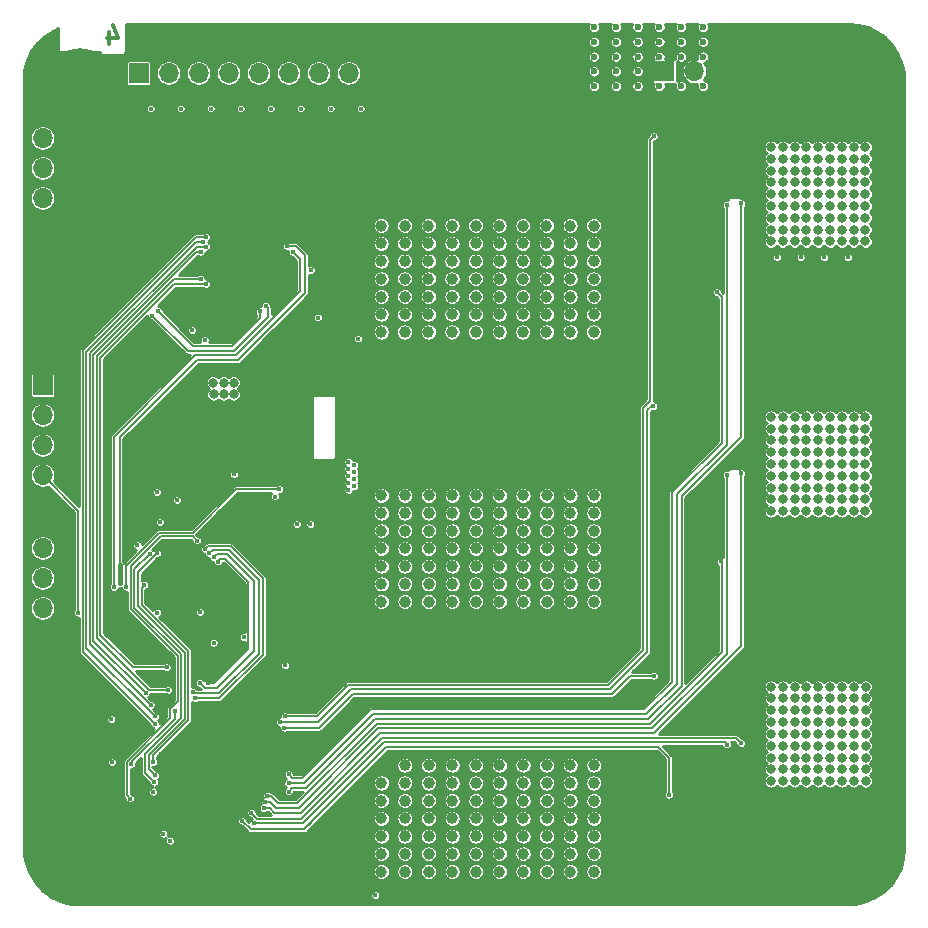
<source format=gbl>
G04 #@! TF.GenerationSoftware,KiCad,Pcbnew,5.1.10-88a1d61d58~90~ubuntu20.04.1*
G04 #@! TF.CreationDate,2021-08-30T21:25:50+02:00*
G04 #@! TF.ProjectId,eval_board_tmc6200-ta,6576616c-5f62-46f6-9172-645f746d6336,rev?*
G04 #@! TF.SameCoordinates,Original*
G04 #@! TF.FileFunction,Copper,L4,Bot*
G04 #@! TF.FilePolarity,Positive*
%FSLAX46Y46*%
G04 Gerber Fmt 4.6, Leading zero omitted, Abs format (unit mm)*
G04 Created by KiCad (PCBNEW 5.1.10-88a1d61d58~90~ubuntu20.04.1) date 2021-08-30 21:25:50*
%MOMM*%
%LPD*%
G01*
G04 APERTURE LIST*
G04 #@! TA.AperFunction,NonConductor*
%ADD10C,0.300000*%
G04 #@! TD*
G04 #@! TA.AperFunction,ConnectorPad*
%ADD11C,5.400000*%
G04 #@! TD*
G04 #@! TA.AperFunction,ComponentPad*
%ADD12C,3.100000*%
G04 #@! TD*
G04 #@! TA.AperFunction,ComponentPad*
%ADD13O,1.700000X1.700000*%
G04 #@! TD*
G04 #@! TA.AperFunction,ComponentPad*
%ADD14R,1.700000X1.700000*%
G04 #@! TD*
G04 #@! TA.AperFunction,ViaPad*
%ADD15C,0.400000*%
G04 #@! TD*
G04 #@! TA.AperFunction,ViaPad*
%ADD16C,0.600000*%
G04 #@! TD*
G04 #@! TA.AperFunction,ViaPad*
%ADD17C,0.800000*%
G04 #@! TD*
G04 #@! TA.AperFunction,ViaPad*
%ADD18C,1.000000*%
G04 #@! TD*
G04 #@! TA.AperFunction,Conductor*
%ADD19C,0.200000*%
G04 #@! TD*
G04 #@! TA.AperFunction,Conductor*
%ADD20C,0.400000*%
G04 #@! TD*
G04 #@! TA.AperFunction,Conductor*
%ADD21C,0.250000*%
G04 #@! TD*
G04 #@! TA.AperFunction,Conductor*
%ADD22C,0.100000*%
G04 #@! TD*
G04 APERTURE END LIST*
D10*
X197464285Y-40928571D02*
X197464285Y-41928571D01*
X197821428Y-40357142D02*
X198178571Y-41428571D01*
X197250000Y-41428571D01*
D11*
X195000000Y-110000000D03*
D12*
X195000000Y-110000000D03*
D13*
X191825000Y-80985000D03*
X191825000Y-78445000D03*
X191825000Y-75905000D03*
X191825000Y-73365000D03*
D14*
X191825000Y-70825000D03*
D13*
X191825000Y-84605000D03*
X191825000Y-87145000D03*
X191825000Y-89685000D03*
D14*
X191825000Y-92225000D03*
D13*
X252095000Y-44250000D03*
X249555000Y-44250000D03*
X247015000Y-44250000D03*
D14*
X244475000Y-44250000D03*
D13*
X217730000Y-41860000D03*
X217730000Y-44400000D03*
X215190000Y-41860000D03*
X215190000Y-44400000D03*
X212650000Y-41860000D03*
X212650000Y-44400000D03*
X210110000Y-41860000D03*
X210110000Y-44400000D03*
X207570000Y-41860000D03*
X207570000Y-44400000D03*
X205030000Y-41860000D03*
X205030000Y-44400000D03*
X202490000Y-41860000D03*
X202490000Y-44400000D03*
X199950000Y-41860000D03*
D14*
X199950000Y-44400000D03*
D13*
X191825000Y-49880000D03*
X191825000Y-52420000D03*
X191825000Y-54960000D03*
D14*
X191825000Y-57500000D03*
D11*
X195000000Y-45000000D03*
D12*
X195000000Y-45000000D03*
D11*
X260000000Y-45000000D03*
D12*
X260000000Y-45000000D03*
D11*
X260000000Y-110000000D03*
D12*
X260000000Y-110000000D03*
D15*
X220000000Y-114000000D03*
X226000000Y-68000000D03*
X228000000Y-68000000D03*
X230000000Y-68000000D03*
X232000000Y-68000000D03*
X234000000Y-68000000D03*
X232000000Y-46000000D03*
X230000000Y-46000000D03*
X228000000Y-46000000D03*
X226000000Y-46000000D03*
X228000000Y-50000000D03*
X230000000Y-50000000D03*
X230000000Y-48000000D03*
X228000000Y-48000000D03*
X232000000Y-48000000D03*
X232000000Y-50000000D03*
X232000000Y-52000000D03*
X230000000Y-52000000D03*
X228000000Y-52000000D03*
X226000000Y-52000000D03*
X226000000Y-50000000D03*
X226000000Y-48000000D03*
X234000000Y-52000000D03*
X234000000Y-50000000D03*
X234000000Y-48000000D03*
X233000000Y-92000000D03*
X231000000Y-92000000D03*
X229000000Y-92000000D03*
X227000000Y-92000000D03*
X225000000Y-92000000D03*
X225000000Y-94000000D03*
X227000000Y-94000000D03*
X229000000Y-94000000D03*
X231000000Y-94000000D03*
X233000000Y-94000000D03*
D16*
X256350000Y-43000000D03*
X254500000Y-41750000D03*
X250800000Y-45500000D03*
X252650000Y-45500000D03*
X250800000Y-41750000D03*
X256350000Y-41750000D03*
X252650000Y-43000000D03*
X256350000Y-40500000D03*
X252650000Y-40500000D03*
X256350000Y-45500000D03*
X254500000Y-43000000D03*
X254500000Y-40500000D03*
X252650000Y-41750000D03*
X254500000Y-45500000D03*
X250800000Y-40500000D03*
X248950000Y-40500000D03*
X248950000Y-45500000D03*
X250800000Y-43000000D03*
X248950000Y-43000000D03*
X248950000Y-41750000D03*
X254500000Y-44250000D03*
X256350000Y-44250000D03*
D15*
X207815228Y-60682469D03*
X208665228Y-62382469D03*
X209515228Y-60682469D03*
X210365228Y-61532469D03*
X209515228Y-62382469D03*
X207815228Y-61532469D03*
X209515228Y-61532469D03*
X208665228Y-61532469D03*
X208665228Y-58982469D03*
X210365228Y-60682469D03*
X210365228Y-59832469D03*
X206965228Y-60682469D03*
X211215228Y-60682469D03*
X208665228Y-60682469D03*
X209515228Y-58982469D03*
X208665228Y-59832469D03*
X209515228Y-59832469D03*
X207815228Y-59832469D03*
X203300000Y-88625000D03*
X203300000Y-85225000D03*
X205000000Y-87775000D03*
X205000000Y-86075000D03*
X204150000Y-87775000D03*
X204150000Y-86075000D03*
X202450000Y-87775000D03*
X202450000Y-86075000D03*
X205000000Y-86925000D03*
X203300000Y-86925000D03*
X202450000Y-86925000D03*
X205850000Y-86925000D03*
X201600000Y-86925000D03*
X200412297Y-93936365D03*
X218525000Y-70755000D03*
X211000000Y-78800000D03*
X211000000Y-78200000D03*
X211000000Y-77600000D03*
X211000000Y-77000000D03*
D16*
X205103654Y-103096998D03*
X206145364Y-104138708D03*
X206091482Y-102109170D03*
X207133192Y-103150879D03*
X207079310Y-101121342D03*
X208121020Y-102163051D03*
X208067139Y-100133513D03*
X209108848Y-101175223D03*
X207061350Y-99127725D03*
X205085694Y-101103381D03*
X204097865Y-102091209D03*
X206073522Y-100115553D03*
X208138981Y-104156668D03*
X209126809Y-103168840D03*
X207151153Y-105144496D03*
X210114637Y-102181012D03*
D15*
X204727049Y-109924114D03*
X204147222Y-110503941D03*
X199497994Y-99667530D03*
X199232829Y-98553837D03*
X201813769Y-95230435D03*
X200500000Y-105675000D03*
X199900000Y-106275000D03*
X201300000Y-95875000D03*
X205800000Y-94125054D03*
X208950000Y-80650000D03*
X208500000Y-80650000D03*
X209400000Y-80650000D03*
X206174512Y-94242069D03*
X199675000Y-104450000D03*
X205400000Y-94242069D03*
X205300000Y-80175000D03*
X207250000Y-90225000D03*
X212523231Y-62272280D03*
X215196095Y-61819732D03*
X205750000Y-74650000D03*
X209779657Y-56261873D03*
X204716773Y-55597192D03*
X206788595Y-55165857D03*
X207743190Y-65157276D03*
X212875000Y-53500000D03*
X210300000Y-54149996D03*
X206525000Y-54150000D03*
X214500000Y-86475000D03*
X198687502Y-92912498D03*
X199825410Y-100716920D03*
X204950000Y-81600000D03*
X201886850Y-102036850D03*
X198808558Y-97599250D03*
X202700000Y-94225000D03*
X212500000Y-62775006D03*
X213350000Y-86475000D03*
X214000000Y-56150000D03*
X215400000Y-57550000D03*
X201000596Y-96099990D03*
X207572301Y-66754155D03*
X207282387Y-66999989D03*
X207862215Y-66464241D03*
X213024646Y-62774646D03*
X213650000Y-95050000D03*
X213350000Y-94775000D03*
X213975000Y-95300000D03*
X216175000Y-95275000D03*
X215875000Y-95000000D03*
X215575000Y-94725000D03*
X216475000Y-95550000D03*
X207750000Y-93250000D03*
X207475000Y-93550000D03*
X208050000Y-92975000D03*
X203825000Y-91675000D03*
X205200000Y-93100000D03*
X209125000Y-64625000D03*
X208475000Y-65800000D03*
X205900000Y-73775000D03*
X217425000Y-80725000D03*
X216000000Y-81300000D03*
X200475000Y-95325000D03*
X204725000Y-94025000D03*
X206375000Y-93525000D03*
X207150000Y-94225000D03*
X204425000Y-92725000D03*
X208625000Y-92850000D03*
X203825000Y-90425000D03*
X197550000Y-90300000D03*
X197525000Y-91650000D03*
X199200000Y-90300000D03*
X244000000Y-114000000D03*
X246000000Y-114000000D03*
X248000000Y-114000000D03*
X250000000Y-114000000D03*
X252000000Y-114000000D03*
X254000000Y-114000000D03*
X256000000Y-114000000D03*
X258000000Y-114000000D03*
X260000000Y-114000000D03*
X262000000Y-114000000D03*
X242000000Y-114000000D03*
X240000000Y-114000000D03*
X238000000Y-114000000D03*
X236000000Y-114000000D03*
X234000000Y-114000000D03*
X232000000Y-114000000D03*
X230000000Y-114000000D03*
X228000000Y-114000000D03*
X226000000Y-114000000D03*
X224000000Y-114000000D03*
X222000000Y-114000000D03*
X244000000Y-112000000D03*
X244000000Y-110000000D03*
X246000000Y-110000000D03*
X246000000Y-112000000D03*
X248000000Y-110000000D03*
X248000000Y-112000000D03*
X250000000Y-112000000D03*
X250000000Y-110000000D03*
X252000000Y-110000000D03*
X252000000Y-112000000D03*
X254000000Y-112000000D03*
X254000000Y-110000000D03*
X256000000Y-110000000D03*
X256000000Y-112000000D03*
X258000000Y-112000000D03*
X256000000Y-108000000D03*
X254000000Y-108000000D03*
X252000000Y-108000000D03*
X250000000Y-108000000D03*
X246000000Y-108000000D03*
X244000000Y-108000000D03*
X250000000Y-106000000D03*
X252000000Y-106000000D03*
X254000000Y-106000000D03*
X256000000Y-106000000D03*
X258000000Y-106000000D03*
X260000000Y-106000000D03*
X262000000Y-106000000D03*
X264000000Y-106000000D03*
X264000000Y-108000000D03*
X264000000Y-110000000D03*
X264000000Y-112000000D03*
X264000000Y-104000000D03*
X264000000Y-102000000D03*
X264000000Y-100000000D03*
X264000000Y-98000000D03*
X264000000Y-96000000D03*
X264000000Y-94000000D03*
X264000000Y-92000000D03*
X264000000Y-90000000D03*
X264000000Y-88000000D03*
X264000000Y-86000000D03*
X264000000Y-84000000D03*
X264000000Y-82000000D03*
X262000000Y-94000000D03*
X262000000Y-92000000D03*
X262000000Y-90000000D03*
X262000000Y-88000000D03*
X262000000Y-86000000D03*
X262000000Y-84000000D03*
X260000000Y-84000000D03*
X258000000Y-84000000D03*
X256000000Y-84000000D03*
X254000000Y-84000000D03*
X252000000Y-84000000D03*
X252000000Y-86000000D03*
X252000000Y-88000000D03*
X252000000Y-90000000D03*
X252000000Y-92000000D03*
X252000000Y-94000000D03*
X254000000Y-94000000D03*
X256000000Y-94000000D03*
X258000000Y-94000000D03*
X260000000Y-94000000D03*
X260000000Y-92000000D03*
X260000000Y-90000000D03*
X260000000Y-88000000D03*
X260000000Y-86000000D03*
X258000000Y-86000000D03*
X256000000Y-86000000D03*
X254000000Y-86000000D03*
X254000000Y-88000000D03*
X254000000Y-90000000D03*
X254000000Y-92000000D03*
X256000000Y-92000000D03*
X258000000Y-92000000D03*
X258000000Y-90000000D03*
X258000000Y-88000000D03*
X256000000Y-88000000D03*
X256000000Y-90000000D03*
X252000000Y-96000000D03*
X250000000Y-96000000D03*
X248000000Y-92000000D03*
X248000000Y-90000000D03*
X248000000Y-88000000D03*
X244000000Y-92000000D03*
X244000000Y-90000000D03*
X244000000Y-88000000D03*
X244000000Y-86000000D03*
X244000000Y-84000000D03*
X244000000Y-94000000D03*
X248000000Y-94000000D03*
X241000000Y-94000000D03*
X241000000Y-92000000D03*
X239000000Y-94000000D03*
X237000000Y-94000000D03*
X235000000Y-94000000D03*
X235000000Y-92000000D03*
X237000000Y-92000000D03*
X239000000Y-92000000D03*
X223000000Y-94000000D03*
X221000000Y-94000000D03*
X221000000Y-92000000D03*
X223000000Y-92000000D03*
X264000000Y-80000000D03*
X264000000Y-78000000D03*
X264000000Y-76000000D03*
X264000000Y-74000000D03*
X264000000Y-72000000D03*
X264000000Y-70000000D03*
X264000000Y-68000000D03*
X264000000Y-66000000D03*
X264000000Y-64000000D03*
X264000000Y-62000000D03*
X264000000Y-60000000D03*
X264000000Y-58000000D03*
X264000000Y-56000000D03*
X264000000Y-54000000D03*
X264000000Y-52000000D03*
X264000000Y-50000000D03*
X264000000Y-48000000D03*
X264000000Y-46000000D03*
X264000000Y-44000000D03*
X262000000Y-48000000D03*
X262000000Y-72000000D03*
X262000000Y-70000000D03*
X262000000Y-68000000D03*
X262000000Y-66000000D03*
X262000000Y-64000000D03*
X262000000Y-62000000D03*
X262000000Y-60000000D03*
X252000000Y-60000000D03*
X252000000Y-62000000D03*
X252000000Y-64000000D03*
X252000000Y-66000000D03*
X252000000Y-68000000D03*
X252000000Y-70000000D03*
X252000000Y-72000000D03*
X254000000Y-72000000D03*
X256000000Y-72000000D03*
X258000000Y-72000000D03*
X260000000Y-72000000D03*
X260000000Y-70000000D03*
X260000000Y-68000000D03*
X260000000Y-66000000D03*
X260000000Y-64000000D03*
X260000000Y-62000000D03*
X258000000Y-62000000D03*
X256000000Y-62000000D03*
X254000000Y-62000000D03*
X254000000Y-64000000D03*
X254000000Y-66000000D03*
X254000000Y-68000000D03*
X254000000Y-70000000D03*
X256000000Y-70000000D03*
X258000000Y-70000000D03*
X258000000Y-68000000D03*
X258000000Y-66000000D03*
X258000000Y-64000000D03*
X256000000Y-64000000D03*
X256000000Y-66000000D03*
X256000000Y-68000000D03*
X252000000Y-58000000D03*
X260000000Y-48000000D03*
X258000000Y-48000000D03*
X256000000Y-48000000D03*
X254000000Y-48000000D03*
X252000000Y-48000000D03*
X252000000Y-50000000D03*
X250000000Y-48000000D03*
X248000000Y-48000000D03*
X246000000Y-48000000D03*
X244000000Y-48000000D03*
X242000000Y-48000000D03*
X240000000Y-48000000D03*
X240000000Y-50000000D03*
X242000000Y-50000000D03*
X246000000Y-50000000D03*
X248000000Y-50000000D03*
X250000000Y-50000000D03*
X262000000Y-42000000D03*
X260000000Y-42000000D03*
X258000000Y-42000000D03*
X248000000Y-66000000D03*
X248000000Y-64000000D03*
X246000000Y-64000000D03*
X244000000Y-64000000D03*
X244000000Y-66000000D03*
X246000000Y-66000000D03*
X244000000Y-68000000D03*
X246000000Y-68000000D03*
X248000000Y-68000000D03*
X244000000Y-70000000D03*
X244000000Y-72000000D03*
X246000000Y-72000000D03*
X246000000Y-70000000D03*
X248000000Y-70000000D03*
X248000000Y-72000000D03*
X238000000Y-48000000D03*
X236000000Y-48000000D03*
X235987500Y-50012500D03*
X238000000Y-50000000D03*
X237987500Y-52012500D03*
X238000000Y-54000000D03*
X236000000Y-54000000D03*
X236000000Y-52000000D03*
X234000000Y-54000000D03*
X232000000Y-54000000D03*
X230000000Y-54000000D03*
X228000000Y-54000000D03*
X226000000Y-54000000D03*
X224000000Y-54000000D03*
X222000000Y-54000000D03*
X220000000Y-54000000D03*
X220000000Y-52000000D03*
X220000000Y-50000000D03*
X220000000Y-48000000D03*
X222000000Y-48000000D03*
X222000000Y-50000000D03*
X222000000Y-52000000D03*
X224000000Y-52000000D03*
X224000000Y-50000000D03*
X224000000Y-48000000D03*
X220000000Y-46000000D03*
X220000000Y-44000000D03*
X220000000Y-42000000D03*
X222000000Y-42000000D03*
X222000000Y-44000000D03*
X222000000Y-46000000D03*
X224000000Y-46000000D03*
X224000000Y-44000000D03*
X224000000Y-42000000D03*
X226000000Y-42000000D03*
X228000000Y-42000000D03*
X230000000Y-42000000D03*
X232000000Y-42000000D03*
X234000000Y-42000000D03*
X236000000Y-42000000D03*
X236000000Y-44000000D03*
X236000000Y-46000000D03*
X234000000Y-44000000D03*
X232000000Y-44000000D03*
X230000000Y-44000000D03*
X228000000Y-44000000D03*
X226000000Y-44000000D03*
X242000000Y-68000000D03*
X240000000Y-68000000D03*
X238000000Y-68000000D03*
X236000000Y-68000000D03*
X224000000Y-68000000D03*
X222000000Y-68000000D03*
X220000000Y-68000000D03*
X220000000Y-70000000D03*
X220000000Y-72000000D03*
X220000000Y-74000000D03*
X220000000Y-76000000D03*
X220000000Y-78000000D03*
X222000000Y-78000000D03*
X222000000Y-76000000D03*
X222000000Y-74000000D03*
X222000000Y-72000000D03*
X222000000Y-70000000D03*
X224000000Y-70000000D03*
X224000000Y-72000000D03*
X224000000Y-74000000D03*
X224000000Y-76000000D03*
X224000000Y-78000000D03*
X226000000Y-78000000D03*
X228000000Y-78000000D03*
X230000000Y-78000000D03*
X232000000Y-78000000D03*
X234000000Y-78000000D03*
X236000000Y-78000000D03*
X238000000Y-78000000D03*
X238000000Y-76000000D03*
X238000000Y-74000000D03*
X238000000Y-72000000D03*
X238000000Y-70000000D03*
X236000000Y-70000000D03*
X236000000Y-72000000D03*
X236000000Y-74000000D03*
X236000000Y-76000000D03*
X234000000Y-76000000D03*
X234000000Y-74000000D03*
X234137500Y-71862500D03*
X234000000Y-70000000D03*
X232000000Y-70000000D03*
X230000000Y-70000000D03*
X228000000Y-70000000D03*
X226000000Y-70000000D03*
X226000000Y-72000000D03*
X226000000Y-74000000D03*
X226000000Y-76000000D03*
X228000000Y-76000000D03*
X230000000Y-76000000D03*
X232000000Y-76000000D03*
X232000000Y-74000000D03*
X232137500Y-71862500D03*
X230137500Y-71862500D03*
X228000000Y-74000000D03*
X230000000Y-74000000D03*
X228000000Y-72000000D03*
X240000000Y-70000000D03*
X242000000Y-70000000D03*
X242000000Y-72000000D03*
X240000000Y-72000000D03*
X240000000Y-74000000D03*
X218000000Y-114000000D03*
X218000000Y-112000000D03*
X216000000Y-112000000D03*
X216000000Y-114000000D03*
X214000000Y-112000000D03*
X214000000Y-110000000D03*
X216000000Y-110000000D03*
X218000000Y-110000000D03*
X216000000Y-108000000D03*
X218000000Y-106000000D03*
X218000000Y-108000000D03*
X212000000Y-110000000D03*
X212000000Y-112000000D03*
X212000000Y-114000000D03*
X214000000Y-114000000D03*
X210000000Y-114000000D03*
X210000000Y-112000000D03*
X210000000Y-110000000D03*
X208000000Y-112000000D03*
X208000000Y-114000000D03*
X206000000Y-112000000D03*
X206000000Y-110000000D03*
X206000000Y-114000000D03*
X204000000Y-112000000D03*
X204000000Y-114000000D03*
X202000000Y-114000000D03*
X200000000Y-114000000D03*
X198000000Y-114000000D03*
X196000000Y-114000000D03*
X194000000Y-114000000D03*
X198000000Y-112000000D03*
X200000000Y-112000000D03*
X202000000Y-112000000D03*
X198000000Y-110000000D03*
X200000000Y-110000000D03*
X202000000Y-110000000D03*
X192000000Y-112000000D03*
X191000000Y-110000000D03*
X191000000Y-108000000D03*
X191000000Y-104000000D03*
X191000000Y-102000000D03*
X191000000Y-100000000D03*
X191000000Y-98000000D03*
X191000000Y-96000000D03*
X193000000Y-96000000D03*
X193000000Y-98000000D03*
X193000000Y-100000000D03*
X193000000Y-102000000D03*
X193000000Y-104000000D03*
X195000000Y-104000000D03*
X195000000Y-102000000D03*
X195000000Y-100000000D03*
X195000000Y-98000000D03*
X195000000Y-96000000D03*
X191000000Y-106000000D03*
X193000000Y-106000000D03*
X195000000Y-106000000D03*
X191000000Y-94000000D03*
X193000000Y-94000000D03*
X195000000Y-94000000D03*
X197000000Y-96000000D03*
X197000000Y-98000000D03*
X197000000Y-100000000D03*
X197000000Y-102000000D03*
X197000000Y-104000000D03*
X218000000Y-98000000D03*
X216000000Y-100000000D03*
X193000000Y-92000000D03*
X193000000Y-86000000D03*
X193000000Y-84000000D03*
X193000000Y-82000000D03*
X193000000Y-78000000D03*
X193000000Y-76000000D03*
X193000000Y-72000000D03*
X193000000Y-70000000D03*
X193000000Y-68000000D03*
X193000000Y-66000000D03*
X193000000Y-64000000D03*
X193000000Y-62000000D03*
X193000000Y-60000000D03*
X191000000Y-60000000D03*
X191000000Y-62000000D03*
X191000000Y-64000000D03*
X191000000Y-66000000D03*
X191000000Y-68000000D03*
X195000000Y-60000000D03*
X195000000Y-62000000D03*
X195000000Y-64000000D03*
X195000000Y-66000000D03*
X197000000Y-62000000D03*
X197000000Y-64000000D03*
X199000000Y-60000000D03*
X199000000Y-58000000D03*
X199000000Y-56000000D03*
X199000000Y-54000000D03*
X199000000Y-52000000D03*
X199000000Y-50000000D03*
X199000000Y-48000000D03*
X197000000Y-48000000D03*
X197000000Y-50000000D03*
X197000000Y-52000000D03*
X197000000Y-54000000D03*
X195000000Y-52000000D03*
X195000000Y-50000000D03*
X195000000Y-48000000D03*
X193000000Y-48000000D03*
X191000000Y-48000000D03*
X191000000Y-54000000D03*
X191000000Y-56000000D03*
X193000000Y-58000000D03*
X193000000Y-56000000D03*
X193000000Y-54000000D03*
X195000000Y-58000000D03*
X195000000Y-56000000D03*
X201000000Y-54000000D03*
X201000000Y-56000000D03*
X201000000Y-58000000D03*
X201000000Y-60000000D03*
X203000000Y-56000000D03*
X203000000Y-58000000D03*
X201000000Y-52000000D03*
X201000000Y-50000000D03*
X201000000Y-48000000D03*
X203000000Y-50000000D03*
X203000000Y-48000000D03*
X203000000Y-52000000D03*
X203000000Y-54000000D03*
X205000000Y-54000000D03*
X205000000Y-52000000D03*
X207000000Y-48000000D03*
X207000000Y-50000000D03*
X207000000Y-52000000D03*
X209000000Y-52000000D03*
X209000000Y-50000000D03*
X209000000Y-48000000D03*
X211000000Y-48000000D03*
X211000000Y-50000000D03*
X217000000Y-48000000D03*
X217000000Y-50000000D03*
X217000000Y-52000000D03*
X217000000Y-54000000D03*
X217000000Y-56000000D03*
X217000000Y-58000000D03*
X217000000Y-60000000D03*
X217000000Y-62000000D03*
X217000000Y-64000000D03*
X219000000Y-66000000D03*
X215000000Y-60000000D03*
X215000000Y-56000000D03*
X215000000Y-64000000D03*
X217000000Y-68000000D03*
X213000000Y-68000000D03*
X211000000Y-68000000D03*
X213000000Y-66000000D03*
X215000000Y-70000000D03*
X217000000Y-70000000D03*
X213000000Y-70000000D03*
X211000000Y-70000000D03*
X203000000Y-64000000D03*
X205000000Y-64000000D03*
X199000000Y-68000000D03*
X201000000Y-68000000D03*
X203000000Y-68000000D03*
X199000000Y-70000000D03*
X201000000Y-70000000D03*
X199000000Y-72000000D03*
X199000000Y-76000000D03*
X199000000Y-78000000D03*
X199000000Y-80000000D03*
X199000000Y-82000000D03*
X199000000Y-84000000D03*
X203000000Y-76000000D03*
X203000000Y-78000000D03*
X203000000Y-80000000D03*
X203000000Y-74000000D03*
X203000000Y-72000000D03*
X205000000Y-72000000D03*
X205000000Y-74000000D03*
X205000000Y-76000000D03*
X205000000Y-78000000D03*
X207000000Y-78000000D03*
X207000000Y-80000000D03*
X207000000Y-82000000D03*
X207000000Y-84000000D03*
X209000000Y-82000000D03*
X209000000Y-84000000D03*
X211000000Y-84000000D03*
X211000000Y-86000000D03*
X211000000Y-88000000D03*
X213000000Y-88000000D03*
X215000000Y-88000000D03*
X217000000Y-88000000D03*
X217000000Y-86000000D03*
X217000000Y-84000000D03*
X217000000Y-82000000D03*
X211000000Y-90000000D03*
X213000000Y-90000000D03*
X215000000Y-90000000D03*
X217000000Y-90000000D03*
X217000000Y-92000000D03*
X215000000Y-92000000D03*
X213000000Y-92000000D03*
X213000000Y-94000000D03*
X215000000Y-94000000D03*
X217000000Y-94000000D03*
X191000000Y-45000000D03*
X191000000Y-72000000D03*
X191000000Y-80000000D03*
X191000000Y-82000000D03*
X191000000Y-86000000D03*
X205000000Y-70000000D03*
X197025000Y-106350000D03*
D16*
X238500000Y-45500000D03*
X238500000Y-41750000D03*
X238500000Y-43000000D03*
X238500000Y-44250000D03*
X247750000Y-40500000D03*
X240350000Y-40500000D03*
X242200000Y-40500000D03*
X244050000Y-40500000D03*
X245900000Y-40500000D03*
X245900000Y-41750000D03*
X242200000Y-41750000D03*
X244050000Y-41750000D03*
X247750000Y-41750000D03*
X240350000Y-41750000D03*
X245900000Y-43000000D03*
X242200000Y-43000000D03*
X244050000Y-43000000D03*
X247750000Y-43000000D03*
X240350000Y-43000000D03*
X245900000Y-45500000D03*
X242200000Y-45500000D03*
X244050000Y-45500000D03*
X247750000Y-45500000D03*
X240350000Y-45500000D03*
X242200000Y-44250000D03*
X240350000Y-44250000D03*
D15*
X218525000Y-66880000D03*
X202634013Y-109393784D03*
X202054186Y-108813957D03*
D17*
X208000000Y-71600000D03*
X208000000Y-70600000D03*
X207150000Y-71600000D03*
X207150000Y-70600000D03*
X206300000Y-71600000D03*
X206250000Y-70600000D03*
D18*
X222500000Y-80150000D03*
X226500000Y-80150000D03*
X224500000Y-80150000D03*
X220500000Y-80150000D03*
X228500000Y-80150000D03*
X232500000Y-80150000D03*
X236500000Y-80150000D03*
X234500000Y-80150000D03*
X230500000Y-80150000D03*
X238500000Y-80150000D03*
X228500000Y-89150000D03*
X220500000Y-89150000D03*
X222500000Y-89150000D03*
X224500000Y-89150000D03*
X230500000Y-89150000D03*
X234500000Y-89150000D03*
X236500000Y-89150000D03*
X226500000Y-89150000D03*
X232500000Y-89150000D03*
X238500000Y-89150000D03*
X228500000Y-87650000D03*
X220500000Y-87650000D03*
X222500000Y-87650000D03*
X224500000Y-87650000D03*
X230500000Y-87650000D03*
X234500000Y-87650000D03*
X236500000Y-87650000D03*
X226500000Y-87650000D03*
X232500000Y-87650000D03*
X238500000Y-87650000D03*
X228500000Y-86150000D03*
X220500000Y-86150000D03*
X222500000Y-86150000D03*
X224500000Y-86150000D03*
X230500000Y-86150000D03*
X234500000Y-86150000D03*
X236500000Y-86150000D03*
X226500000Y-86150000D03*
X232500000Y-86150000D03*
X238500000Y-86150000D03*
X228500000Y-84650000D03*
X220500000Y-84650000D03*
X222500000Y-84650000D03*
X224500000Y-84650000D03*
X230500000Y-84650000D03*
X234500000Y-84650000D03*
X236500000Y-84650000D03*
X226500000Y-84650000D03*
X232500000Y-84650000D03*
X238500000Y-84650000D03*
X220500000Y-83150000D03*
X234500000Y-83150000D03*
X238500000Y-83150000D03*
X222500000Y-83150000D03*
X236500000Y-83150000D03*
X224500000Y-83150000D03*
X220500000Y-81650000D03*
X234500000Y-81650000D03*
X238500000Y-81650000D03*
X222500000Y-81650000D03*
X236500000Y-81650000D03*
X224500000Y-81650000D03*
X222500000Y-110500000D03*
X238500000Y-112000000D03*
X220500000Y-107500000D03*
X220500000Y-109000000D03*
X228500000Y-103000000D03*
X234500000Y-104500000D03*
X234500000Y-109000000D03*
X222500000Y-103000000D03*
X234500000Y-112000000D03*
X224500000Y-109000000D03*
X222500000Y-104500000D03*
X220500000Y-112000000D03*
X238500000Y-110500000D03*
X224500000Y-103000000D03*
X220500000Y-110500000D03*
X234500000Y-107500000D03*
X222500000Y-106000000D03*
X224500000Y-110500000D03*
X220500000Y-104500000D03*
X238500000Y-107500000D03*
X224500000Y-112000000D03*
X222500000Y-107500000D03*
X230500000Y-103000000D03*
X236500000Y-107500000D03*
X222500000Y-109000000D03*
X234500000Y-110500000D03*
X236500000Y-112000000D03*
X236500000Y-109000000D03*
X238500000Y-109000000D03*
X220500000Y-106000000D03*
X222500000Y-112000000D03*
X238500000Y-104500000D03*
X234500000Y-103000000D03*
X236500000Y-103000000D03*
X236500000Y-104500000D03*
X224500000Y-104500000D03*
X224500000Y-107500000D03*
X236500000Y-106000000D03*
X226500000Y-103000000D03*
X234500000Y-106000000D03*
X238500000Y-106000000D03*
X232500000Y-103000000D03*
X236500000Y-110500000D03*
X238500000Y-103000000D03*
X224500000Y-106000000D03*
X222485000Y-64815000D03*
X238485000Y-66315000D03*
X220485000Y-61815000D03*
X220485000Y-63315000D03*
X228485000Y-57315000D03*
X220485000Y-57315000D03*
X234485000Y-58815000D03*
X234485000Y-63315000D03*
X222485000Y-57315000D03*
X234485000Y-66315000D03*
X224485000Y-63315000D03*
X222485000Y-58815000D03*
X220485000Y-66315000D03*
X238485000Y-64815000D03*
X224485000Y-57315000D03*
X220485000Y-64815000D03*
X234485000Y-61815000D03*
X222485000Y-60315000D03*
X224485000Y-64815000D03*
X220485000Y-58815000D03*
X238485000Y-61815000D03*
X224485000Y-66315000D03*
X222485000Y-61815000D03*
X230485000Y-57315000D03*
X236485000Y-61815000D03*
X222485000Y-63315000D03*
X234485000Y-64815000D03*
X236485000Y-66315000D03*
X236485000Y-63315000D03*
X238485000Y-63315000D03*
X220485000Y-60315000D03*
X222485000Y-66315000D03*
X238485000Y-58815000D03*
X234485000Y-57315000D03*
X236485000Y-57315000D03*
X236485000Y-58815000D03*
X224485000Y-58815000D03*
X224485000Y-61815000D03*
X236485000Y-60315000D03*
X226485000Y-57315000D03*
X234485000Y-60315000D03*
X238485000Y-60315000D03*
X232485000Y-57315000D03*
X236485000Y-64815000D03*
X238485000Y-57315000D03*
X224485000Y-60315000D03*
X226485000Y-60315000D03*
X230485000Y-63315000D03*
X226485000Y-66315000D03*
X228485000Y-66315000D03*
X232485000Y-66315000D03*
X226485000Y-58815000D03*
X230485000Y-61815000D03*
X228485000Y-61815000D03*
X228485000Y-63315000D03*
X232485000Y-61815000D03*
X230485000Y-60315000D03*
X226485000Y-61815000D03*
X226485000Y-64815000D03*
X232485000Y-64815000D03*
X230485000Y-64815000D03*
X230485000Y-66315000D03*
X232485000Y-58815000D03*
X228485000Y-60315000D03*
X226485000Y-63315000D03*
X228485000Y-64815000D03*
X232485000Y-63315000D03*
X228485000Y-58815000D03*
X230485000Y-58815000D03*
X232485000Y-60315000D03*
X226500000Y-106000000D03*
X230500000Y-109000000D03*
X226500000Y-112000000D03*
X228500000Y-112000000D03*
X232500000Y-112000000D03*
X226500000Y-104500000D03*
X230500000Y-107500000D03*
X228500000Y-107500000D03*
X228500000Y-109000000D03*
X232500000Y-107500000D03*
X230500000Y-106000000D03*
X226500000Y-107500000D03*
X226500000Y-110500000D03*
X232500000Y-110500000D03*
X230500000Y-110500000D03*
X230500000Y-112000000D03*
X232500000Y-104500000D03*
X228500000Y-106000000D03*
X226500000Y-109000000D03*
X228500000Y-110500000D03*
X232500000Y-109000000D03*
X228500000Y-104500000D03*
X230500000Y-104500000D03*
X232500000Y-106000000D03*
X230500000Y-81650000D03*
X228500000Y-81650000D03*
X232500000Y-81650000D03*
X226500000Y-81650000D03*
X230500000Y-83150000D03*
X228500000Y-83150000D03*
X232500000Y-83150000D03*
X226500000Y-83150000D03*
D15*
X201187587Y-105250000D03*
D16*
X238500000Y-40500000D03*
D15*
X254000000Y-60000000D03*
X256000000Y-60000000D03*
X258000000Y-60000000D03*
X260000000Y-60000000D03*
X249745000Y-55550000D03*
X212646630Y-104521249D03*
X249745000Y-78400000D03*
X210697856Y-106106644D03*
X203019386Y-98428962D03*
X199350000Y-102900000D03*
X209700000Y-107930000D03*
X249750000Y-101250000D03*
X248900000Y-62950000D03*
X212650000Y-103750000D03*
X212324998Y-98850000D03*
X243549983Y-49750017D03*
X210866776Y-105583224D03*
X249225000Y-85750000D03*
X243539983Y-72590017D03*
X211950000Y-99350000D03*
X208725000Y-107725000D03*
X244845000Y-105500000D03*
X243564983Y-95440017D03*
X212300000Y-99850000D03*
D17*
X253495000Y-52650000D03*
X253495000Y-53650000D03*
X253495000Y-58650000D03*
X261495000Y-58650000D03*
X258495000Y-58650000D03*
X254495000Y-57650000D03*
X255495000Y-58650000D03*
X257495000Y-58650000D03*
X256495000Y-58650000D03*
X257495000Y-57650000D03*
X256495000Y-57650000D03*
X258495000Y-57650000D03*
X253495000Y-57650000D03*
X260495000Y-57650000D03*
X259495000Y-58650000D03*
X259495000Y-57650000D03*
X260495000Y-58650000D03*
X261495000Y-57650000D03*
X255495000Y-57650000D03*
X254495000Y-58650000D03*
X253495000Y-56650000D03*
X261495000Y-56650000D03*
X258495000Y-56650000D03*
X254495000Y-55650000D03*
X255495000Y-56650000D03*
X257495000Y-56650000D03*
X256495000Y-56650000D03*
X257495000Y-55650000D03*
X256495000Y-55650000D03*
X258495000Y-55650000D03*
X253495000Y-55650000D03*
X260495000Y-55650000D03*
X259495000Y-56650000D03*
X259495000Y-55650000D03*
X260495000Y-56650000D03*
X261495000Y-55650000D03*
X255495000Y-55650000D03*
X254495000Y-56650000D03*
X253495000Y-54650000D03*
X261495000Y-54650000D03*
X258495000Y-54650000D03*
X254495000Y-53650000D03*
X255495000Y-54650000D03*
X257495000Y-54650000D03*
X256495000Y-54650000D03*
X257495000Y-53650000D03*
X256495000Y-53650000D03*
X258495000Y-53650000D03*
X260495000Y-53650000D03*
X259495000Y-54650000D03*
X259495000Y-53650000D03*
X260495000Y-54650000D03*
X261495000Y-53650000D03*
X255495000Y-53650000D03*
X254495000Y-54650000D03*
X254495000Y-52650000D03*
X257495000Y-52650000D03*
X256495000Y-52650000D03*
X258495000Y-52650000D03*
X260495000Y-52650000D03*
X259495000Y-52650000D03*
X261495000Y-52650000D03*
X255495000Y-52650000D03*
X254495000Y-50650000D03*
X257495000Y-50650000D03*
X256495000Y-50650000D03*
X258495000Y-50650000D03*
X260495000Y-50650000D03*
X259495000Y-50650000D03*
X261495000Y-50650000D03*
X255495000Y-50650000D03*
X258495000Y-51650000D03*
X261495000Y-51650000D03*
X260495000Y-51650000D03*
X259495000Y-51650000D03*
X256495000Y-51650000D03*
X257495000Y-51650000D03*
X255495000Y-51650000D03*
X253495000Y-51650000D03*
X253495000Y-50650000D03*
X254495000Y-51650000D03*
D15*
X250970000Y-55430000D03*
X212650000Y-105225000D03*
D17*
X254495000Y-81500000D03*
X259495000Y-81500000D03*
X257495000Y-81500000D03*
X255495000Y-81500000D03*
X256495000Y-81500000D03*
X260495000Y-81500000D03*
X253495000Y-81500000D03*
X261495000Y-81500000D03*
X258495000Y-81500000D03*
X254495000Y-80500000D03*
X259495000Y-80500000D03*
X257495000Y-80500000D03*
X255495000Y-80500000D03*
X256495000Y-80500000D03*
X260495000Y-80500000D03*
X253495000Y-80500000D03*
X261495000Y-80500000D03*
X258495000Y-80500000D03*
X254495000Y-79500000D03*
X259495000Y-79500000D03*
X257495000Y-79500000D03*
X255495000Y-79500000D03*
X256495000Y-79500000D03*
X260495000Y-79500000D03*
X253495000Y-79500000D03*
X261495000Y-79500000D03*
X258495000Y-79500000D03*
X254495000Y-78500000D03*
X259495000Y-78500000D03*
X257495000Y-78500000D03*
X255495000Y-78500000D03*
X256495000Y-78500000D03*
X260495000Y-78500000D03*
X253495000Y-78500000D03*
X261495000Y-78500000D03*
X258495000Y-78500000D03*
X254495000Y-77500000D03*
X259495000Y-77500000D03*
X257495000Y-77500000D03*
X255495000Y-77500000D03*
X256495000Y-77500000D03*
X260495000Y-77500000D03*
X253495000Y-77500000D03*
X261495000Y-77500000D03*
X258495000Y-77500000D03*
X254495000Y-76500000D03*
X259495000Y-76500000D03*
X257495000Y-76500000D03*
X255495000Y-76500000D03*
X256495000Y-76500000D03*
X260495000Y-76500000D03*
X253495000Y-76500000D03*
X261495000Y-76500000D03*
X258495000Y-76500000D03*
X254495000Y-75500000D03*
X259495000Y-75500000D03*
X257495000Y-75500000D03*
X255495000Y-75500000D03*
X256495000Y-75500000D03*
X260495000Y-75500000D03*
X253495000Y-75500000D03*
X261495000Y-75500000D03*
X258495000Y-75500000D03*
X261495000Y-74500000D03*
X261495000Y-73500000D03*
X260495000Y-74500000D03*
X260495000Y-73500000D03*
X259495000Y-74500000D03*
X259495000Y-73500000D03*
X258495000Y-74500000D03*
X258495000Y-73500000D03*
X257495000Y-74500000D03*
X257495000Y-73500000D03*
X256495000Y-74500000D03*
X256495000Y-73500000D03*
X255495000Y-74500000D03*
X255495000Y-73500000D03*
X253495000Y-74500000D03*
X253495000Y-73500000D03*
X254495000Y-73500000D03*
X254495000Y-74500000D03*
D15*
X250970000Y-78280000D03*
X210531080Y-106648420D03*
D17*
X261500000Y-104350000D03*
X253500000Y-96350000D03*
X253500000Y-104350000D03*
X253500000Y-102350000D03*
X253500000Y-103350000D03*
X253500000Y-100350000D03*
X253500000Y-101350000D03*
X253500000Y-98350000D03*
X253500000Y-99350000D03*
X253500000Y-97350000D03*
X260500000Y-96350000D03*
X255500000Y-96350000D03*
X261500000Y-96350000D03*
X254500000Y-96350000D03*
X259500000Y-96350000D03*
X257500000Y-96350000D03*
X256500000Y-96350000D03*
X258500000Y-96350000D03*
X260500000Y-97350000D03*
X255500000Y-97350000D03*
X261500000Y-97350000D03*
X254500000Y-97350000D03*
X259500000Y-97350000D03*
X257500000Y-97350000D03*
X256500000Y-97350000D03*
X258500000Y-97350000D03*
X260500000Y-98350000D03*
X255500000Y-98350000D03*
X261500000Y-98350000D03*
X254500000Y-98350000D03*
X259500000Y-98350000D03*
X257500000Y-98350000D03*
X256500000Y-98350000D03*
X258500000Y-98350000D03*
X260500000Y-99350000D03*
X255500000Y-99350000D03*
X261500000Y-99350000D03*
X254500000Y-99350000D03*
X259500000Y-99350000D03*
X257500000Y-99350000D03*
X256500000Y-99350000D03*
X258500000Y-99350000D03*
X260500000Y-100350000D03*
X255500000Y-100350000D03*
X261500000Y-100350000D03*
X254500000Y-100350000D03*
X259500000Y-100350000D03*
X257500000Y-100350000D03*
X256500000Y-100350000D03*
X258500000Y-100350000D03*
X260500000Y-101350000D03*
X255500000Y-101350000D03*
X261500000Y-101350000D03*
X254500000Y-101350000D03*
X259500000Y-101350000D03*
X257500000Y-101350000D03*
X256500000Y-101350000D03*
X258500000Y-101350000D03*
X260500000Y-102350000D03*
X255500000Y-102350000D03*
X261500000Y-102350000D03*
X254500000Y-102350000D03*
X259500000Y-102350000D03*
X257500000Y-102350000D03*
X256500000Y-102350000D03*
X258500000Y-102350000D03*
X260500000Y-103350000D03*
X255500000Y-103350000D03*
X261500000Y-103350000D03*
X254500000Y-103350000D03*
X259500000Y-103350000D03*
X257500000Y-103350000D03*
X256500000Y-103350000D03*
X258500000Y-103350000D03*
X260500000Y-104350000D03*
X255500000Y-104350000D03*
X254500000Y-104350000D03*
X259500000Y-104350000D03*
X257500000Y-104350000D03*
X256500000Y-104350000D03*
X258500000Y-104350000D03*
D15*
X250975000Y-101130000D03*
X209500000Y-107025000D03*
X200970000Y-47400000D03*
X203510000Y-47400000D03*
X206050000Y-47400000D03*
X208590000Y-47400000D03*
X211130000Y-47400000D03*
X213670000Y-47400000D03*
X216210000Y-47400000D03*
X217725000Y-77300000D03*
X217725000Y-77900000D03*
X217725000Y-78500000D03*
X217725000Y-79100000D03*
X217725000Y-79700000D03*
X218225000Y-77600000D03*
X218225000Y-78200000D03*
X218225000Y-78800000D03*
X218225000Y-79400000D03*
X218750000Y-47400000D03*
X197650000Y-99100000D03*
X214500000Y-82600000D03*
X208850000Y-92150000D03*
X201500000Y-79875000D03*
X205550000Y-66999989D03*
X201760000Y-82430000D03*
X199850000Y-84380000D03*
X194825000Y-90085010D03*
X213350000Y-82600000D03*
X208040000Y-78380000D03*
X211500000Y-80250000D03*
X197700000Y-102750000D03*
X212375000Y-94550000D03*
X204900000Y-83975000D03*
X199225000Y-105825000D03*
X200448679Y-87726447D03*
X201212728Y-102725767D03*
X211875000Y-79625000D03*
X198899957Y-87900000D03*
X205125000Y-96025000D03*
X206300000Y-85410000D03*
X205800000Y-96075000D03*
X206653555Y-85763555D03*
X204766507Y-97348050D03*
X205590000Y-84700000D03*
X204564415Y-96800212D03*
X205943555Y-85053555D03*
X201509339Y-85062893D03*
X201354150Y-103857138D03*
X201283439Y-104422823D03*
X200878270Y-85128261D03*
X201125000Y-64925004D03*
X210699996Y-64100000D03*
X201575000Y-64525000D03*
X210210002Y-64580000D03*
X201300000Y-99475000D03*
X205675000Y-58275000D03*
X201318794Y-98872035D03*
X205375000Y-58675000D03*
X200966536Y-97883394D03*
X205667150Y-59082850D03*
X200540977Y-96892136D03*
X205200000Y-59550000D03*
X205200000Y-61825000D03*
X202450006Y-96625000D03*
X205659620Y-62274600D03*
X202325000Y-94700000D03*
X214538486Y-61091412D03*
X215132455Y-65093636D03*
X205159376Y-90050000D03*
X206300000Y-92625000D03*
X204500000Y-66175000D03*
X201524992Y-90085010D03*
X203200000Y-80550000D03*
X212525000Y-59075000D03*
X198350000Y-87600000D03*
X213000010Y-59525000D03*
X197850000Y-87932821D03*
D19*
X249745000Y-55550000D02*
X249745000Y-75845700D01*
X213965634Y-104475066D02*
X212675070Y-104475066D01*
X242940722Y-98674978D02*
X219765722Y-98674978D01*
X219765722Y-98674978D02*
X213965634Y-104475066D01*
X249745000Y-75845700D02*
X245525011Y-80065689D01*
X245525011Y-96090689D02*
X242940722Y-98674978D01*
X245525011Y-80065689D02*
X245525011Y-96090689D01*
X210697856Y-106106644D02*
X211106644Y-106106644D01*
X211106644Y-106106644D02*
X211625011Y-106625011D01*
X220262789Y-99875011D02*
X243440689Y-99875011D01*
X211625011Y-106625011D02*
X213512789Y-106625011D01*
X213512789Y-106625011D02*
X220262789Y-99875011D01*
X243440689Y-99875011D02*
X249745000Y-93570700D01*
X249745000Y-93570700D02*
X249745000Y-78400000D01*
X203019386Y-98428962D02*
X203019386Y-99055614D01*
X199350000Y-102725000D02*
X199350000Y-102900000D01*
X203019386Y-99055614D02*
X199350000Y-102725000D01*
X249575044Y-101075044D02*
X249750000Y-101250000D01*
X220759856Y-101075044D02*
X249575044Y-101075044D01*
X213904900Y-107930000D02*
X220759856Y-101075044D01*
X209700000Y-107930000D02*
X213904900Y-107930000D01*
X242775033Y-98274967D02*
X245125000Y-95925000D01*
X245125000Y-79900000D02*
X249325000Y-75700000D01*
X212650000Y-103750000D02*
X212975000Y-104075000D01*
X249325000Y-75700000D02*
X249325000Y-63375000D01*
X213800000Y-104075000D02*
X219600033Y-98274967D01*
X219600033Y-98274967D02*
X242775033Y-98274967D01*
X245125000Y-95925000D02*
X245125000Y-79900000D01*
X212975000Y-104075000D02*
X213800000Y-104075000D01*
X249325000Y-63375000D02*
X248900000Y-62950000D01*
X215050000Y-98850000D02*
X212324998Y-98850000D01*
X217725000Y-96175000D02*
X215050000Y-98850000D01*
X239684300Y-96175000D02*
X217725000Y-96175000D01*
X242624989Y-93234311D02*
X239684300Y-96175000D01*
X242624989Y-72775011D02*
X242624989Y-93234311D01*
X243275000Y-72125000D02*
X242624989Y-72775011D01*
X243275000Y-50025000D02*
X243275000Y-72125000D01*
X243549983Y-49750017D02*
X243275000Y-50025000D01*
X249325000Y-85850000D02*
X249225000Y-85750000D01*
X210866776Y-105583224D02*
X211149618Y-105583224D01*
X211149618Y-105583224D02*
X211791394Y-106225000D01*
X213347100Y-106225000D02*
X220097100Y-99475000D01*
X211791394Y-106225000D02*
X213347100Y-106225000D01*
X220097100Y-99475000D02*
X243275000Y-99475000D01*
X243275000Y-99475000D02*
X249325000Y-93425000D01*
X249325000Y-93425000D02*
X249325000Y-85850000D01*
X243539983Y-72590017D02*
X243384983Y-72590017D01*
X243025000Y-72950000D02*
X243025000Y-93400000D01*
X217915689Y-96575011D02*
X215140700Y-99350000D01*
X243384983Y-72590017D02*
X243025000Y-72950000D01*
X243025000Y-93400000D02*
X239849989Y-96575011D01*
X215140700Y-99350000D02*
X211950000Y-99350000D01*
X239849989Y-96575011D02*
X217915689Y-96575011D01*
X214653200Y-107753200D02*
X220931345Y-101475055D01*
X220931345Y-101475055D02*
X243950055Y-101475055D01*
X243950055Y-101475055D02*
X244845000Y-102370000D01*
X244845000Y-102370000D02*
X244845000Y-105500000D01*
X209430001Y-108430001D02*
X208725000Y-107725000D01*
X214081389Y-108325010D02*
X213985147Y-108430001D01*
X213985147Y-108430001D02*
X209430001Y-108430001D01*
X214515700Y-107890700D02*
X214653200Y-107753200D01*
X214653200Y-107753200D02*
X214081389Y-108325010D01*
X214515700Y-107890700D02*
X214081389Y-108325010D01*
X212300000Y-99850000D02*
X215206400Y-99850000D01*
X215206400Y-99850000D02*
X218081378Y-96975022D01*
X218081378Y-96975022D02*
X240024978Y-96975022D01*
X240024978Y-96975022D02*
X241559983Y-95440017D01*
X241559983Y-95440017D02*
X243564983Y-95440017D01*
X212650000Y-105225000D02*
X212975000Y-104900000D01*
X212975000Y-104900000D02*
X214106400Y-104900000D01*
X214106400Y-104900000D02*
X219931411Y-99074989D01*
X243106411Y-99074989D02*
X245925022Y-96256378D01*
X219931411Y-99074989D02*
X243106411Y-99074989D01*
X245925022Y-96256378D02*
X245925022Y-80231378D01*
X245925022Y-80231378D02*
X250970000Y-75186400D01*
X250970000Y-55712842D02*
X250970000Y-55430000D01*
X250970000Y-75186400D02*
X250970000Y-55712842D01*
X210531080Y-106648420D02*
X211073420Y-106648420D01*
X211073420Y-106648420D02*
X211450022Y-107025022D01*
X211450022Y-107025022D02*
X213678478Y-107025022D01*
X213678478Y-107025022D02*
X220428478Y-100275022D01*
X220428478Y-100275022D02*
X243606378Y-100275022D01*
X243606378Y-100275022D02*
X250970000Y-92911400D01*
X250970000Y-92911400D02*
X250970000Y-78562842D01*
X250970000Y-78562842D02*
X250970000Y-78280000D01*
X213744200Y-107525000D02*
X220594167Y-100675033D01*
X250520033Y-100675033D02*
X250975000Y-101130000D01*
X220594167Y-100675033D02*
X250520033Y-100675033D01*
X209500000Y-107025000D02*
X210000000Y-107525000D01*
X210000000Y-107525000D02*
X213744200Y-107525000D01*
X194825000Y-81445000D02*
X194825000Y-90085010D01*
X191825000Y-78445000D02*
X194825000Y-81445000D01*
X204900000Y-83975000D02*
X204525011Y-83600011D01*
X199299967Y-89774968D02*
X203249967Y-93724968D01*
X201824989Y-83600011D02*
X199299967Y-86125033D01*
X198949999Y-105549999D02*
X199225000Y-105825000D01*
X204525011Y-83600011D02*
X201824989Y-83600011D01*
X198949999Y-102700723D02*
X198949999Y-105549999D01*
X202619385Y-99031337D02*
X198949999Y-102700723D01*
X203249967Y-97575033D02*
X202619385Y-98205615D01*
X203249967Y-93724968D02*
X203249967Y-97575033D01*
X199299967Y-86125033D02*
X199299967Y-89774968D01*
X202619385Y-98205615D02*
X202619385Y-99031337D01*
X200200000Y-89402164D02*
X204150000Y-93352164D01*
X200448679Y-87726447D02*
X200200000Y-87975126D01*
X200200000Y-87975126D02*
X200200000Y-89402164D01*
X204150000Y-93352164D02*
X204150000Y-99208000D01*
X204150000Y-99208000D02*
X201212728Y-102145272D01*
X201212728Y-102145272D02*
X201212728Y-102725767D01*
X198899957Y-87900000D02*
X198899957Y-86100043D01*
X198899957Y-86100043D02*
X201700000Y-83300000D01*
X201700000Y-83300000D02*
X204525000Y-83300000D01*
X204525000Y-83300000D02*
X208200000Y-79625000D01*
X208200000Y-79625000D02*
X211875000Y-79625000D01*
X206300000Y-85410000D02*
X206560000Y-85150000D01*
X206560000Y-85150000D02*
X207450000Y-85150000D01*
X207450000Y-85150000D02*
X209700000Y-87400000D01*
X209700000Y-87400000D02*
X209700000Y-93364279D01*
X209700000Y-93364279D02*
X206564301Y-96499978D01*
X206564301Y-96499978D02*
X205599978Y-96499978D01*
X205599978Y-96499978D02*
X205125000Y-96025000D01*
X206653555Y-85763555D02*
X206867110Y-85550000D01*
X206867110Y-85550000D02*
X207300000Y-85550000D01*
X207300000Y-85550000D02*
X209250000Y-87500000D01*
X209250000Y-87500000D02*
X209250000Y-93200000D01*
X209250000Y-93200000D02*
X206375000Y-96075000D01*
X206375000Y-96075000D02*
X205800000Y-96075000D01*
X205590000Y-84700000D02*
X205840011Y-84449989D01*
X205840011Y-84449989D02*
X207749989Y-84449989D01*
X206776229Y-97348050D02*
X204766507Y-97348050D01*
X207749989Y-84449989D02*
X210475000Y-87175000D01*
X210475000Y-93649279D02*
X206776229Y-97348050D01*
X210475000Y-87175000D02*
X210475000Y-93649279D01*
X204564415Y-96800212D02*
X204664203Y-96900000D01*
X204664203Y-96900000D02*
X206800000Y-96900000D01*
X206800000Y-96900000D02*
X210150000Y-93550000D01*
X210150000Y-93550000D02*
X210150000Y-87275000D01*
X210150000Y-87275000D02*
X207625000Y-84750000D01*
X207625000Y-84750000D02*
X206247110Y-84750000D01*
X206247110Y-84750000D02*
X205943555Y-85053555D01*
X200799989Y-103302977D02*
X200799989Y-102133730D01*
X203849989Y-93476432D02*
X199899989Y-89526432D01*
X201354150Y-103857138D02*
X200799989Y-103302977D01*
X199899989Y-86672243D02*
X201509339Y-85062893D01*
X199899989Y-89526432D02*
X199899989Y-86672243D01*
X203849989Y-99083732D02*
X203849989Y-93476432D01*
X200799989Y-102133730D02*
X203849989Y-99083732D01*
X200878270Y-85128261D02*
X199599978Y-86406553D01*
X199599978Y-86406553D02*
X199599978Y-89650700D01*
X199599978Y-89650700D02*
X203549978Y-93600699D01*
X203549978Y-93600699D02*
X203549978Y-98959464D01*
X203549978Y-98959464D02*
X200499978Y-102009462D01*
X200499978Y-103639362D02*
X201283439Y-104422823D01*
X200499978Y-102009462D02*
X200499978Y-103639362D01*
X204099997Y-67900001D02*
X208040699Y-67900001D01*
X208040699Y-67900001D02*
X210899995Y-65040705D01*
X210899995Y-65040705D02*
X210899995Y-64299999D01*
X210699996Y-64100000D02*
X210899995Y-64299999D01*
X201125000Y-64925004D02*
X204099997Y-67900001D01*
X204549990Y-67499990D02*
X207875010Y-67499990D01*
X201575000Y-64525000D02*
X204549990Y-67499990D01*
X210210002Y-65164998D02*
X210210002Y-64580000D01*
X207875010Y-67499990D02*
X210210002Y-65164998D01*
X201300000Y-99475000D02*
X195225000Y-93400000D01*
X195225000Y-93400000D02*
X195225000Y-67875000D01*
X195225000Y-67875000D02*
X204825000Y-58275000D01*
X204825000Y-58275000D02*
X205675000Y-58275000D01*
X201318794Y-98872035D02*
X195525000Y-93078241D01*
X195525000Y-68000000D02*
X204850000Y-58675000D01*
X195525000Y-93078241D02*
X195525000Y-68000000D01*
X204850000Y-58675000D02*
X205375000Y-58675000D01*
X200966536Y-97883394D02*
X195825000Y-92741858D01*
X195825000Y-92741858D02*
X195825000Y-68125000D01*
X195825000Y-68125000D02*
X204867150Y-59082850D01*
X204867150Y-59082850D02*
X205667150Y-59082850D01*
X205200000Y-59550000D02*
X204825000Y-59550000D01*
X204825000Y-59550000D02*
X196125000Y-68250000D01*
X196125000Y-92476159D02*
X200540977Y-96892136D01*
X196125000Y-68250000D02*
X196125000Y-92476159D01*
X200848565Y-96625000D02*
X202450006Y-96625000D01*
X196425000Y-92201435D02*
X200848565Y-96625000D01*
X205200000Y-61825000D02*
X202974278Y-61825000D01*
X196425000Y-68374278D02*
X196425000Y-92201435D01*
X202974278Y-61825000D02*
X196425000Y-68374278D01*
X205659620Y-62274600D02*
X202948956Y-62274600D01*
X202948956Y-62274600D02*
X196725010Y-68498546D01*
X196725010Y-68498546D02*
X196725010Y-91950010D01*
X196725010Y-91950010D02*
X199475000Y-94700000D01*
X199475000Y-94700000D02*
X202325000Y-94700000D01*
X212525000Y-59075000D02*
X212710008Y-59075000D01*
X212710008Y-59075000D02*
X212760009Y-59024999D01*
X212760009Y-59024999D02*
X213240011Y-59024999D01*
X213240011Y-59024999D02*
X214025000Y-59809988D01*
X214025000Y-59809988D02*
X214025000Y-62715702D01*
X214025000Y-62715702D02*
X214025008Y-62715710D01*
X214025008Y-62715710D02*
X214025008Y-63047090D01*
X214025008Y-63047090D02*
X208372077Y-68700022D01*
X204890676Y-68700022D02*
X198350000Y-75240698D01*
X208372077Y-68700022D02*
X204890676Y-68700022D01*
D20*
X198350000Y-86084301D02*
X198350000Y-87600000D01*
D19*
X198350000Y-75240698D02*
X198350000Y-86084301D01*
X213000010Y-59525000D02*
X213625000Y-60149990D01*
X213625000Y-60149990D02*
X213625000Y-62881400D01*
X213625000Y-62881400D02*
X208206388Y-68300012D01*
X208206388Y-68300012D02*
X204724988Y-68300012D01*
X204724988Y-68300012D02*
X197850000Y-75175000D01*
X197850000Y-75175000D02*
X197850000Y-87932821D01*
D21*
X238034751Y-40251319D02*
X237995176Y-40346863D01*
X237975000Y-40448292D01*
X237975000Y-40551708D01*
X237995176Y-40653137D01*
X238034751Y-40748681D01*
X238092206Y-40834668D01*
X238165332Y-40907794D01*
X238251319Y-40965249D01*
X238346863Y-41004824D01*
X238448292Y-41025000D01*
X238551708Y-41025000D01*
X238653137Y-41004824D01*
X238748681Y-40965249D01*
X238834668Y-40907794D01*
X238907794Y-40834668D01*
X238965249Y-40748681D01*
X239004824Y-40653137D01*
X239025000Y-40551708D01*
X239025000Y-40448292D01*
X239004824Y-40346863D01*
X238965249Y-40251319D01*
X238940981Y-40215000D01*
X239909019Y-40215000D01*
X239884751Y-40251319D01*
X239845176Y-40346863D01*
X239825000Y-40448292D01*
X239825000Y-40551708D01*
X239845176Y-40653137D01*
X239884751Y-40748681D01*
X239942206Y-40834668D01*
X240015332Y-40907794D01*
X240101319Y-40965249D01*
X240196863Y-41004824D01*
X240298292Y-41025000D01*
X240401708Y-41025000D01*
X240503137Y-41004824D01*
X240598681Y-40965249D01*
X240684668Y-40907794D01*
X240757794Y-40834668D01*
X240815249Y-40748681D01*
X240854824Y-40653137D01*
X240875000Y-40551708D01*
X240875000Y-40448292D01*
X240854824Y-40346863D01*
X240815249Y-40251319D01*
X240790981Y-40215000D01*
X241759019Y-40215000D01*
X241734751Y-40251319D01*
X241695176Y-40346863D01*
X241675000Y-40448292D01*
X241675000Y-40551708D01*
X241695176Y-40653137D01*
X241734751Y-40748681D01*
X241792206Y-40834668D01*
X241865332Y-40907794D01*
X241951319Y-40965249D01*
X242046863Y-41004824D01*
X242148292Y-41025000D01*
X242251708Y-41025000D01*
X242353137Y-41004824D01*
X242448681Y-40965249D01*
X242534668Y-40907794D01*
X242607794Y-40834668D01*
X242665249Y-40748681D01*
X242704824Y-40653137D01*
X242725000Y-40551708D01*
X242725000Y-40448292D01*
X242704824Y-40346863D01*
X242665249Y-40251319D01*
X242640981Y-40215000D01*
X243609019Y-40215000D01*
X243584751Y-40251319D01*
X243545176Y-40346863D01*
X243525000Y-40448292D01*
X243525000Y-40551708D01*
X243545176Y-40653137D01*
X243584751Y-40748681D01*
X243642206Y-40834668D01*
X243715332Y-40907794D01*
X243801319Y-40965249D01*
X243896863Y-41004824D01*
X243998292Y-41025000D01*
X244101708Y-41025000D01*
X244203137Y-41004824D01*
X244298681Y-40965249D01*
X244384668Y-40907794D01*
X244457794Y-40834668D01*
X244515249Y-40748681D01*
X244554824Y-40653137D01*
X244575000Y-40551708D01*
X244575000Y-40448292D01*
X244554824Y-40346863D01*
X244515249Y-40251319D01*
X244490981Y-40215000D01*
X245459019Y-40215000D01*
X245434751Y-40251319D01*
X245395176Y-40346863D01*
X245375000Y-40448292D01*
X245375000Y-40551708D01*
X245395176Y-40653137D01*
X245434751Y-40748681D01*
X245492206Y-40834668D01*
X245565332Y-40907794D01*
X245651319Y-40965249D01*
X245746863Y-41004824D01*
X245848292Y-41025000D01*
X245951708Y-41025000D01*
X246053137Y-41004824D01*
X246148681Y-40965249D01*
X246234668Y-40907794D01*
X246307794Y-40834668D01*
X246365249Y-40748681D01*
X246404824Y-40653137D01*
X246425000Y-40551708D01*
X246425000Y-40448292D01*
X246404824Y-40346863D01*
X246365249Y-40251319D01*
X246340981Y-40215000D01*
X247309019Y-40215000D01*
X247284751Y-40251319D01*
X247245176Y-40346863D01*
X247225000Y-40448292D01*
X247225000Y-40551708D01*
X247245176Y-40653137D01*
X247284751Y-40748681D01*
X247342206Y-40834668D01*
X247415332Y-40907794D01*
X247501319Y-40965249D01*
X247596863Y-41004824D01*
X247698292Y-41025000D01*
X247801708Y-41025000D01*
X247903137Y-41004824D01*
X247998681Y-40965249D01*
X248084668Y-40907794D01*
X248157794Y-40834668D01*
X248215249Y-40748681D01*
X248254824Y-40653137D01*
X248275000Y-40551708D01*
X248275000Y-40448292D01*
X248254824Y-40346863D01*
X248215249Y-40251319D01*
X248190981Y-40215000D01*
X259990423Y-40215000D01*
X260847199Y-40291465D01*
X261667619Y-40515907D01*
X262435330Y-40882086D01*
X263126060Y-41378426D01*
X263717978Y-41989238D01*
X264192380Y-42695223D01*
X264534262Y-43474053D01*
X264733219Y-44302767D01*
X264785000Y-45007889D01*
X264785001Y-109990412D01*
X264708535Y-110847200D01*
X264484093Y-111667619D01*
X264117914Y-112435330D01*
X263621574Y-113126060D01*
X263010762Y-113717978D01*
X262304777Y-114192380D01*
X261525951Y-114534261D01*
X260697228Y-114733220D01*
X259992111Y-114785000D01*
X195009577Y-114785000D01*
X194152800Y-114708535D01*
X193332381Y-114484093D01*
X192564670Y-114117914D01*
X192342323Y-113958141D01*
X219575000Y-113958141D01*
X219575000Y-114041859D01*
X219591333Y-114123968D01*
X219623370Y-114201313D01*
X219669881Y-114270921D01*
X219729079Y-114330119D01*
X219798687Y-114376630D01*
X219876032Y-114408667D01*
X219958141Y-114425000D01*
X220041859Y-114425000D01*
X220123968Y-114408667D01*
X220201313Y-114376630D01*
X220270921Y-114330119D01*
X220330119Y-114270921D01*
X220376630Y-114201313D01*
X220408667Y-114123968D01*
X220425000Y-114041859D01*
X220425000Y-113958141D01*
X220408667Y-113876032D01*
X220376630Y-113798687D01*
X220330119Y-113729079D01*
X220270921Y-113669881D01*
X220201313Y-113623370D01*
X220123968Y-113591333D01*
X220041859Y-113575000D01*
X219958141Y-113575000D01*
X219876032Y-113591333D01*
X219798687Y-113623370D01*
X219729079Y-113669881D01*
X219669881Y-113729079D01*
X219623370Y-113798687D01*
X219591333Y-113876032D01*
X219575000Y-113958141D01*
X192342323Y-113958141D01*
X191873940Y-113621574D01*
X191282022Y-113010762D01*
X190807620Y-112304777D01*
X190642488Y-111928594D01*
X219775000Y-111928594D01*
X219775000Y-112071406D01*
X219802861Y-112211475D01*
X219857513Y-112343416D01*
X219936856Y-112462161D01*
X220037839Y-112563144D01*
X220156584Y-112642487D01*
X220288525Y-112697139D01*
X220428594Y-112725000D01*
X220571406Y-112725000D01*
X220711475Y-112697139D01*
X220843416Y-112642487D01*
X220962161Y-112563144D01*
X221063144Y-112462161D01*
X221142487Y-112343416D01*
X221197139Y-112211475D01*
X221225000Y-112071406D01*
X221225000Y-111928594D01*
X221775000Y-111928594D01*
X221775000Y-112071406D01*
X221802861Y-112211475D01*
X221857513Y-112343416D01*
X221936856Y-112462161D01*
X222037839Y-112563144D01*
X222156584Y-112642487D01*
X222288525Y-112697139D01*
X222428594Y-112725000D01*
X222571406Y-112725000D01*
X222711475Y-112697139D01*
X222843416Y-112642487D01*
X222962161Y-112563144D01*
X223063144Y-112462161D01*
X223142487Y-112343416D01*
X223197139Y-112211475D01*
X223225000Y-112071406D01*
X223225000Y-111928594D01*
X223775000Y-111928594D01*
X223775000Y-112071406D01*
X223802861Y-112211475D01*
X223857513Y-112343416D01*
X223936856Y-112462161D01*
X224037839Y-112563144D01*
X224156584Y-112642487D01*
X224288525Y-112697139D01*
X224428594Y-112725000D01*
X224571406Y-112725000D01*
X224711475Y-112697139D01*
X224843416Y-112642487D01*
X224962161Y-112563144D01*
X225063144Y-112462161D01*
X225142487Y-112343416D01*
X225197139Y-112211475D01*
X225225000Y-112071406D01*
X225225000Y-111928594D01*
X225775000Y-111928594D01*
X225775000Y-112071406D01*
X225802861Y-112211475D01*
X225857513Y-112343416D01*
X225936856Y-112462161D01*
X226037839Y-112563144D01*
X226156584Y-112642487D01*
X226288525Y-112697139D01*
X226428594Y-112725000D01*
X226571406Y-112725000D01*
X226711475Y-112697139D01*
X226843416Y-112642487D01*
X226962161Y-112563144D01*
X227063144Y-112462161D01*
X227142487Y-112343416D01*
X227197139Y-112211475D01*
X227225000Y-112071406D01*
X227225000Y-111928594D01*
X227775000Y-111928594D01*
X227775000Y-112071406D01*
X227802861Y-112211475D01*
X227857513Y-112343416D01*
X227936856Y-112462161D01*
X228037839Y-112563144D01*
X228156584Y-112642487D01*
X228288525Y-112697139D01*
X228428594Y-112725000D01*
X228571406Y-112725000D01*
X228711475Y-112697139D01*
X228843416Y-112642487D01*
X228962161Y-112563144D01*
X229063144Y-112462161D01*
X229142487Y-112343416D01*
X229197139Y-112211475D01*
X229225000Y-112071406D01*
X229225000Y-111928594D01*
X229775000Y-111928594D01*
X229775000Y-112071406D01*
X229802861Y-112211475D01*
X229857513Y-112343416D01*
X229936856Y-112462161D01*
X230037839Y-112563144D01*
X230156584Y-112642487D01*
X230288525Y-112697139D01*
X230428594Y-112725000D01*
X230571406Y-112725000D01*
X230711475Y-112697139D01*
X230843416Y-112642487D01*
X230962161Y-112563144D01*
X231063144Y-112462161D01*
X231142487Y-112343416D01*
X231197139Y-112211475D01*
X231225000Y-112071406D01*
X231225000Y-111928594D01*
X231775000Y-111928594D01*
X231775000Y-112071406D01*
X231802861Y-112211475D01*
X231857513Y-112343416D01*
X231936856Y-112462161D01*
X232037839Y-112563144D01*
X232156584Y-112642487D01*
X232288525Y-112697139D01*
X232428594Y-112725000D01*
X232571406Y-112725000D01*
X232711475Y-112697139D01*
X232843416Y-112642487D01*
X232962161Y-112563144D01*
X233063144Y-112462161D01*
X233142487Y-112343416D01*
X233197139Y-112211475D01*
X233225000Y-112071406D01*
X233225000Y-111928594D01*
X233775000Y-111928594D01*
X233775000Y-112071406D01*
X233802861Y-112211475D01*
X233857513Y-112343416D01*
X233936856Y-112462161D01*
X234037839Y-112563144D01*
X234156584Y-112642487D01*
X234288525Y-112697139D01*
X234428594Y-112725000D01*
X234571406Y-112725000D01*
X234711475Y-112697139D01*
X234843416Y-112642487D01*
X234962161Y-112563144D01*
X235063144Y-112462161D01*
X235142487Y-112343416D01*
X235197139Y-112211475D01*
X235225000Y-112071406D01*
X235225000Y-111928594D01*
X235775000Y-111928594D01*
X235775000Y-112071406D01*
X235802861Y-112211475D01*
X235857513Y-112343416D01*
X235936856Y-112462161D01*
X236037839Y-112563144D01*
X236156584Y-112642487D01*
X236288525Y-112697139D01*
X236428594Y-112725000D01*
X236571406Y-112725000D01*
X236711475Y-112697139D01*
X236843416Y-112642487D01*
X236962161Y-112563144D01*
X237063144Y-112462161D01*
X237142487Y-112343416D01*
X237197139Y-112211475D01*
X237225000Y-112071406D01*
X237225000Y-111928594D01*
X237775000Y-111928594D01*
X237775000Y-112071406D01*
X237802861Y-112211475D01*
X237857513Y-112343416D01*
X237936856Y-112462161D01*
X238037839Y-112563144D01*
X238156584Y-112642487D01*
X238288525Y-112697139D01*
X238428594Y-112725000D01*
X238571406Y-112725000D01*
X238711475Y-112697139D01*
X238843416Y-112642487D01*
X238962161Y-112563144D01*
X239063144Y-112462161D01*
X239142487Y-112343416D01*
X239197139Y-112211475D01*
X239225000Y-112071406D01*
X239225000Y-111928594D01*
X239197139Y-111788525D01*
X239142487Y-111656584D01*
X239063144Y-111537839D01*
X238962161Y-111436856D01*
X238843416Y-111357513D01*
X238711475Y-111302861D01*
X238571406Y-111275000D01*
X238428594Y-111275000D01*
X238288525Y-111302861D01*
X238156584Y-111357513D01*
X238037839Y-111436856D01*
X237936856Y-111537839D01*
X237857513Y-111656584D01*
X237802861Y-111788525D01*
X237775000Y-111928594D01*
X237225000Y-111928594D01*
X237197139Y-111788525D01*
X237142487Y-111656584D01*
X237063144Y-111537839D01*
X236962161Y-111436856D01*
X236843416Y-111357513D01*
X236711475Y-111302861D01*
X236571406Y-111275000D01*
X236428594Y-111275000D01*
X236288525Y-111302861D01*
X236156584Y-111357513D01*
X236037839Y-111436856D01*
X235936856Y-111537839D01*
X235857513Y-111656584D01*
X235802861Y-111788525D01*
X235775000Y-111928594D01*
X235225000Y-111928594D01*
X235197139Y-111788525D01*
X235142487Y-111656584D01*
X235063144Y-111537839D01*
X234962161Y-111436856D01*
X234843416Y-111357513D01*
X234711475Y-111302861D01*
X234571406Y-111275000D01*
X234428594Y-111275000D01*
X234288525Y-111302861D01*
X234156584Y-111357513D01*
X234037839Y-111436856D01*
X233936856Y-111537839D01*
X233857513Y-111656584D01*
X233802861Y-111788525D01*
X233775000Y-111928594D01*
X233225000Y-111928594D01*
X233197139Y-111788525D01*
X233142487Y-111656584D01*
X233063144Y-111537839D01*
X232962161Y-111436856D01*
X232843416Y-111357513D01*
X232711475Y-111302861D01*
X232571406Y-111275000D01*
X232428594Y-111275000D01*
X232288525Y-111302861D01*
X232156584Y-111357513D01*
X232037839Y-111436856D01*
X231936856Y-111537839D01*
X231857513Y-111656584D01*
X231802861Y-111788525D01*
X231775000Y-111928594D01*
X231225000Y-111928594D01*
X231197139Y-111788525D01*
X231142487Y-111656584D01*
X231063144Y-111537839D01*
X230962161Y-111436856D01*
X230843416Y-111357513D01*
X230711475Y-111302861D01*
X230571406Y-111275000D01*
X230428594Y-111275000D01*
X230288525Y-111302861D01*
X230156584Y-111357513D01*
X230037839Y-111436856D01*
X229936856Y-111537839D01*
X229857513Y-111656584D01*
X229802861Y-111788525D01*
X229775000Y-111928594D01*
X229225000Y-111928594D01*
X229197139Y-111788525D01*
X229142487Y-111656584D01*
X229063144Y-111537839D01*
X228962161Y-111436856D01*
X228843416Y-111357513D01*
X228711475Y-111302861D01*
X228571406Y-111275000D01*
X228428594Y-111275000D01*
X228288525Y-111302861D01*
X228156584Y-111357513D01*
X228037839Y-111436856D01*
X227936856Y-111537839D01*
X227857513Y-111656584D01*
X227802861Y-111788525D01*
X227775000Y-111928594D01*
X227225000Y-111928594D01*
X227197139Y-111788525D01*
X227142487Y-111656584D01*
X227063144Y-111537839D01*
X226962161Y-111436856D01*
X226843416Y-111357513D01*
X226711475Y-111302861D01*
X226571406Y-111275000D01*
X226428594Y-111275000D01*
X226288525Y-111302861D01*
X226156584Y-111357513D01*
X226037839Y-111436856D01*
X225936856Y-111537839D01*
X225857513Y-111656584D01*
X225802861Y-111788525D01*
X225775000Y-111928594D01*
X225225000Y-111928594D01*
X225197139Y-111788525D01*
X225142487Y-111656584D01*
X225063144Y-111537839D01*
X224962161Y-111436856D01*
X224843416Y-111357513D01*
X224711475Y-111302861D01*
X224571406Y-111275000D01*
X224428594Y-111275000D01*
X224288525Y-111302861D01*
X224156584Y-111357513D01*
X224037839Y-111436856D01*
X223936856Y-111537839D01*
X223857513Y-111656584D01*
X223802861Y-111788525D01*
X223775000Y-111928594D01*
X223225000Y-111928594D01*
X223197139Y-111788525D01*
X223142487Y-111656584D01*
X223063144Y-111537839D01*
X222962161Y-111436856D01*
X222843416Y-111357513D01*
X222711475Y-111302861D01*
X222571406Y-111275000D01*
X222428594Y-111275000D01*
X222288525Y-111302861D01*
X222156584Y-111357513D01*
X222037839Y-111436856D01*
X221936856Y-111537839D01*
X221857513Y-111656584D01*
X221802861Y-111788525D01*
X221775000Y-111928594D01*
X221225000Y-111928594D01*
X221197139Y-111788525D01*
X221142487Y-111656584D01*
X221063144Y-111537839D01*
X220962161Y-111436856D01*
X220843416Y-111357513D01*
X220711475Y-111302861D01*
X220571406Y-111275000D01*
X220428594Y-111275000D01*
X220288525Y-111302861D01*
X220156584Y-111357513D01*
X220037839Y-111436856D01*
X219936856Y-111537839D01*
X219857513Y-111656584D01*
X219802861Y-111788525D01*
X219775000Y-111928594D01*
X190642488Y-111928594D01*
X190465739Y-111525951D01*
X190266780Y-110697228D01*
X190247053Y-110428594D01*
X219775000Y-110428594D01*
X219775000Y-110571406D01*
X219802861Y-110711475D01*
X219857513Y-110843416D01*
X219936856Y-110962161D01*
X220037839Y-111063144D01*
X220156584Y-111142487D01*
X220288525Y-111197139D01*
X220428594Y-111225000D01*
X220571406Y-111225000D01*
X220711475Y-111197139D01*
X220843416Y-111142487D01*
X220962161Y-111063144D01*
X221063144Y-110962161D01*
X221142487Y-110843416D01*
X221197139Y-110711475D01*
X221225000Y-110571406D01*
X221225000Y-110428594D01*
X221775000Y-110428594D01*
X221775000Y-110571406D01*
X221802861Y-110711475D01*
X221857513Y-110843416D01*
X221936856Y-110962161D01*
X222037839Y-111063144D01*
X222156584Y-111142487D01*
X222288525Y-111197139D01*
X222428594Y-111225000D01*
X222571406Y-111225000D01*
X222711475Y-111197139D01*
X222843416Y-111142487D01*
X222962161Y-111063144D01*
X223063144Y-110962161D01*
X223142487Y-110843416D01*
X223197139Y-110711475D01*
X223225000Y-110571406D01*
X223225000Y-110428594D01*
X223775000Y-110428594D01*
X223775000Y-110571406D01*
X223802861Y-110711475D01*
X223857513Y-110843416D01*
X223936856Y-110962161D01*
X224037839Y-111063144D01*
X224156584Y-111142487D01*
X224288525Y-111197139D01*
X224428594Y-111225000D01*
X224571406Y-111225000D01*
X224711475Y-111197139D01*
X224843416Y-111142487D01*
X224962161Y-111063144D01*
X225063144Y-110962161D01*
X225142487Y-110843416D01*
X225197139Y-110711475D01*
X225225000Y-110571406D01*
X225225000Y-110428594D01*
X225775000Y-110428594D01*
X225775000Y-110571406D01*
X225802861Y-110711475D01*
X225857513Y-110843416D01*
X225936856Y-110962161D01*
X226037839Y-111063144D01*
X226156584Y-111142487D01*
X226288525Y-111197139D01*
X226428594Y-111225000D01*
X226571406Y-111225000D01*
X226711475Y-111197139D01*
X226843416Y-111142487D01*
X226962161Y-111063144D01*
X227063144Y-110962161D01*
X227142487Y-110843416D01*
X227197139Y-110711475D01*
X227225000Y-110571406D01*
X227225000Y-110428594D01*
X227775000Y-110428594D01*
X227775000Y-110571406D01*
X227802861Y-110711475D01*
X227857513Y-110843416D01*
X227936856Y-110962161D01*
X228037839Y-111063144D01*
X228156584Y-111142487D01*
X228288525Y-111197139D01*
X228428594Y-111225000D01*
X228571406Y-111225000D01*
X228711475Y-111197139D01*
X228843416Y-111142487D01*
X228962161Y-111063144D01*
X229063144Y-110962161D01*
X229142487Y-110843416D01*
X229197139Y-110711475D01*
X229225000Y-110571406D01*
X229225000Y-110428594D01*
X229775000Y-110428594D01*
X229775000Y-110571406D01*
X229802861Y-110711475D01*
X229857513Y-110843416D01*
X229936856Y-110962161D01*
X230037839Y-111063144D01*
X230156584Y-111142487D01*
X230288525Y-111197139D01*
X230428594Y-111225000D01*
X230571406Y-111225000D01*
X230711475Y-111197139D01*
X230843416Y-111142487D01*
X230962161Y-111063144D01*
X231063144Y-110962161D01*
X231142487Y-110843416D01*
X231197139Y-110711475D01*
X231225000Y-110571406D01*
X231225000Y-110428594D01*
X231775000Y-110428594D01*
X231775000Y-110571406D01*
X231802861Y-110711475D01*
X231857513Y-110843416D01*
X231936856Y-110962161D01*
X232037839Y-111063144D01*
X232156584Y-111142487D01*
X232288525Y-111197139D01*
X232428594Y-111225000D01*
X232571406Y-111225000D01*
X232711475Y-111197139D01*
X232843416Y-111142487D01*
X232962161Y-111063144D01*
X233063144Y-110962161D01*
X233142487Y-110843416D01*
X233197139Y-110711475D01*
X233225000Y-110571406D01*
X233225000Y-110428594D01*
X233775000Y-110428594D01*
X233775000Y-110571406D01*
X233802861Y-110711475D01*
X233857513Y-110843416D01*
X233936856Y-110962161D01*
X234037839Y-111063144D01*
X234156584Y-111142487D01*
X234288525Y-111197139D01*
X234428594Y-111225000D01*
X234571406Y-111225000D01*
X234711475Y-111197139D01*
X234843416Y-111142487D01*
X234962161Y-111063144D01*
X235063144Y-110962161D01*
X235142487Y-110843416D01*
X235197139Y-110711475D01*
X235225000Y-110571406D01*
X235225000Y-110428594D01*
X235775000Y-110428594D01*
X235775000Y-110571406D01*
X235802861Y-110711475D01*
X235857513Y-110843416D01*
X235936856Y-110962161D01*
X236037839Y-111063144D01*
X236156584Y-111142487D01*
X236288525Y-111197139D01*
X236428594Y-111225000D01*
X236571406Y-111225000D01*
X236711475Y-111197139D01*
X236843416Y-111142487D01*
X236962161Y-111063144D01*
X237063144Y-110962161D01*
X237142487Y-110843416D01*
X237197139Y-110711475D01*
X237225000Y-110571406D01*
X237225000Y-110428594D01*
X237775000Y-110428594D01*
X237775000Y-110571406D01*
X237802861Y-110711475D01*
X237857513Y-110843416D01*
X237936856Y-110962161D01*
X238037839Y-111063144D01*
X238156584Y-111142487D01*
X238288525Y-111197139D01*
X238428594Y-111225000D01*
X238571406Y-111225000D01*
X238711475Y-111197139D01*
X238843416Y-111142487D01*
X238962161Y-111063144D01*
X239063144Y-110962161D01*
X239142487Y-110843416D01*
X239197139Y-110711475D01*
X239225000Y-110571406D01*
X239225000Y-110428594D01*
X239197139Y-110288525D01*
X239142487Y-110156584D01*
X239063144Y-110037839D01*
X238962161Y-109936856D01*
X238843416Y-109857513D01*
X238711475Y-109802861D01*
X238571406Y-109775000D01*
X238428594Y-109775000D01*
X238288525Y-109802861D01*
X238156584Y-109857513D01*
X238037839Y-109936856D01*
X237936856Y-110037839D01*
X237857513Y-110156584D01*
X237802861Y-110288525D01*
X237775000Y-110428594D01*
X237225000Y-110428594D01*
X237197139Y-110288525D01*
X237142487Y-110156584D01*
X237063144Y-110037839D01*
X236962161Y-109936856D01*
X236843416Y-109857513D01*
X236711475Y-109802861D01*
X236571406Y-109775000D01*
X236428594Y-109775000D01*
X236288525Y-109802861D01*
X236156584Y-109857513D01*
X236037839Y-109936856D01*
X235936856Y-110037839D01*
X235857513Y-110156584D01*
X235802861Y-110288525D01*
X235775000Y-110428594D01*
X235225000Y-110428594D01*
X235197139Y-110288525D01*
X235142487Y-110156584D01*
X235063144Y-110037839D01*
X234962161Y-109936856D01*
X234843416Y-109857513D01*
X234711475Y-109802861D01*
X234571406Y-109775000D01*
X234428594Y-109775000D01*
X234288525Y-109802861D01*
X234156584Y-109857513D01*
X234037839Y-109936856D01*
X233936856Y-110037839D01*
X233857513Y-110156584D01*
X233802861Y-110288525D01*
X233775000Y-110428594D01*
X233225000Y-110428594D01*
X233197139Y-110288525D01*
X233142487Y-110156584D01*
X233063144Y-110037839D01*
X232962161Y-109936856D01*
X232843416Y-109857513D01*
X232711475Y-109802861D01*
X232571406Y-109775000D01*
X232428594Y-109775000D01*
X232288525Y-109802861D01*
X232156584Y-109857513D01*
X232037839Y-109936856D01*
X231936856Y-110037839D01*
X231857513Y-110156584D01*
X231802861Y-110288525D01*
X231775000Y-110428594D01*
X231225000Y-110428594D01*
X231197139Y-110288525D01*
X231142487Y-110156584D01*
X231063144Y-110037839D01*
X230962161Y-109936856D01*
X230843416Y-109857513D01*
X230711475Y-109802861D01*
X230571406Y-109775000D01*
X230428594Y-109775000D01*
X230288525Y-109802861D01*
X230156584Y-109857513D01*
X230037839Y-109936856D01*
X229936856Y-110037839D01*
X229857513Y-110156584D01*
X229802861Y-110288525D01*
X229775000Y-110428594D01*
X229225000Y-110428594D01*
X229197139Y-110288525D01*
X229142487Y-110156584D01*
X229063144Y-110037839D01*
X228962161Y-109936856D01*
X228843416Y-109857513D01*
X228711475Y-109802861D01*
X228571406Y-109775000D01*
X228428594Y-109775000D01*
X228288525Y-109802861D01*
X228156584Y-109857513D01*
X228037839Y-109936856D01*
X227936856Y-110037839D01*
X227857513Y-110156584D01*
X227802861Y-110288525D01*
X227775000Y-110428594D01*
X227225000Y-110428594D01*
X227197139Y-110288525D01*
X227142487Y-110156584D01*
X227063144Y-110037839D01*
X226962161Y-109936856D01*
X226843416Y-109857513D01*
X226711475Y-109802861D01*
X226571406Y-109775000D01*
X226428594Y-109775000D01*
X226288525Y-109802861D01*
X226156584Y-109857513D01*
X226037839Y-109936856D01*
X225936856Y-110037839D01*
X225857513Y-110156584D01*
X225802861Y-110288525D01*
X225775000Y-110428594D01*
X225225000Y-110428594D01*
X225197139Y-110288525D01*
X225142487Y-110156584D01*
X225063144Y-110037839D01*
X224962161Y-109936856D01*
X224843416Y-109857513D01*
X224711475Y-109802861D01*
X224571406Y-109775000D01*
X224428594Y-109775000D01*
X224288525Y-109802861D01*
X224156584Y-109857513D01*
X224037839Y-109936856D01*
X223936856Y-110037839D01*
X223857513Y-110156584D01*
X223802861Y-110288525D01*
X223775000Y-110428594D01*
X223225000Y-110428594D01*
X223197139Y-110288525D01*
X223142487Y-110156584D01*
X223063144Y-110037839D01*
X222962161Y-109936856D01*
X222843416Y-109857513D01*
X222711475Y-109802861D01*
X222571406Y-109775000D01*
X222428594Y-109775000D01*
X222288525Y-109802861D01*
X222156584Y-109857513D01*
X222037839Y-109936856D01*
X221936856Y-110037839D01*
X221857513Y-110156584D01*
X221802861Y-110288525D01*
X221775000Y-110428594D01*
X221225000Y-110428594D01*
X221197139Y-110288525D01*
X221142487Y-110156584D01*
X221063144Y-110037839D01*
X220962161Y-109936856D01*
X220843416Y-109857513D01*
X220711475Y-109802861D01*
X220571406Y-109775000D01*
X220428594Y-109775000D01*
X220288525Y-109802861D01*
X220156584Y-109857513D01*
X220037839Y-109936856D01*
X219936856Y-110037839D01*
X219857513Y-110156584D01*
X219802861Y-110288525D01*
X219775000Y-110428594D01*
X190247053Y-110428594D01*
X190215000Y-109992111D01*
X190215000Y-108772098D01*
X201629186Y-108772098D01*
X201629186Y-108855816D01*
X201645519Y-108937925D01*
X201677556Y-109015270D01*
X201724067Y-109084878D01*
X201783265Y-109144076D01*
X201852873Y-109190587D01*
X201930218Y-109222624D01*
X202012327Y-109238957D01*
X202096045Y-109238957D01*
X202178154Y-109222624D01*
X202255499Y-109190587D01*
X202261177Y-109186793D01*
X202257383Y-109192471D01*
X202225346Y-109269816D01*
X202209013Y-109351925D01*
X202209013Y-109435643D01*
X202225346Y-109517752D01*
X202257383Y-109595097D01*
X202303894Y-109664705D01*
X202363092Y-109723903D01*
X202432700Y-109770414D01*
X202510045Y-109802451D01*
X202592154Y-109818784D01*
X202675872Y-109818784D01*
X202757981Y-109802451D01*
X202835326Y-109770414D01*
X202904934Y-109723903D01*
X202964132Y-109664705D01*
X203010643Y-109595097D01*
X203042680Y-109517752D01*
X203059013Y-109435643D01*
X203059013Y-109351925D01*
X203042680Y-109269816D01*
X203010643Y-109192471D01*
X202964132Y-109122863D01*
X202904934Y-109063665D01*
X202835326Y-109017154D01*
X202757981Y-108985117D01*
X202675872Y-108968784D01*
X202592154Y-108968784D01*
X202510045Y-108985117D01*
X202432700Y-109017154D01*
X202427022Y-109020948D01*
X202430816Y-109015270D01*
X202462853Y-108937925D01*
X202464709Y-108928594D01*
X219775000Y-108928594D01*
X219775000Y-109071406D01*
X219802861Y-109211475D01*
X219857513Y-109343416D01*
X219936856Y-109462161D01*
X220037839Y-109563144D01*
X220156584Y-109642487D01*
X220288525Y-109697139D01*
X220428594Y-109725000D01*
X220571406Y-109725000D01*
X220711475Y-109697139D01*
X220843416Y-109642487D01*
X220962161Y-109563144D01*
X221063144Y-109462161D01*
X221142487Y-109343416D01*
X221197139Y-109211475D01*
X221225000Y-109071406D01*
X221225000Y-108928594D01*
X221775000Y-108928594D01*
X221775000Y-109071406D01*
X221802861Y-109211475D01*
X221857513Y-109343416D01*
X221936856Y-109462161D01*
X222037839Y-109563144D01*
X222156584Y-109642487D01*
X222288525Y-109697139D01*
X222428594Y-109725000D01*
X222571406Y-109725000D01*
X222711475Y-109697139D01*
X222843416Y-109642487D01*
X222962161Y-109563144D01*
X223063144Y-109462161D01*
X223142487Y-109343416D01*
X223197139Y-109211475D01*
X223225000Y-109071406D01*
X223225000Y-108928594D01*
X223775000Y-108928594D01*
X223775000Y-109071406D01*
X223802861Y-109211475D01*
X223857513Y-109343416D01*
X223936856Y-109462161D01*
X224037839Y-109563144D01*
X224156584Y-109642487D01*
X224288525Y-109697139D01*
X224428594Y-109725000D01*
X224571406Y-109725000D01*
X224711475Y-109697139D01*
X224843416Y-109642487D01*
X224962161Y-109563144D01*
X225063144Y-109462161D01*
X225142487Y-109343416D01*
X225197139Y-109211475D01*
X225225000Y-109071406D01*
X225225000Y-108928594D01*
X225775000Y-108928594D01*
X225775000Y-109071406D01*
X225802861Y-109211475D01*
X225857513Y-109343416D01*
X225936856Y-109462161D01*
X226037839Y-109563144D01*
X226156584Y-109642487D01*
X226288525Y-109697139D01*
X226428594Y-109725000D01*
X226571406Y-109725000D01*
X226711475Y-109697139D01*
X226843416Y-109642487D01*
X226962161Y-109563144D01*
X227063144Y-109462161D01*
X227142487Y-109343416D01*
X227197139Y-109211475D01*
X227225000Y-109071406D01*
X227225000Y-108928594D01*
X227775000Y-108928594D01*
X227775000Y-109071406D01*
X227802861Y-109211475D01*
X227857513Y-109343416D01*
X227936856Y-109462161D01*
X228037839Y-109563144D01*
X228156584Y-109642487D01*
X228288525Y-109697139D01*
X228428594Y-109725000D01*
X228571406Y-109725000D01*
X228711475Y-109697139D01*
X228843416Y-109642487D01*
X228962161Y-109563144D01*
X229063144Y-109462161D01*
X229142487Y-109343416D01*
X229197139Y-109211475D01*
X229225000Y-109071406D01*
X229225000Y-108928594D01*
X229775000Y-108928594D01*
X229775000Y-109071406D01*
X229802861Y-109211475D01*
X229857513Y-109343416D01*
X229936856Y-109462161D01*
X230037839Y-109563144D01*
X230156584Y-109642487D01*
X230288525Y-109697139D01*
X230428594Y-109725000D01*
X230571406Y-109725000D01*
X230711475Y-109697139D01*
X230843416Y-109642487D01*
X230962161Y-109563144D01*
X231063144Y-109462161D01*
X231142487Y-109343416D01*
X231197139Y-109211475D01*
X231225000Y-109071406D01*
X231225000Y-108928594D01*
X231775000Y-108928594D01*
X231775000Y-109071406D01*
X231802861Y-109211475D01*
X231857513Y-109343416D01*
X231936856Y-109462161D01*
X232037839Y-109563144D01*
X232156584Y-109642487D01*
X232288525Y-109697139D01*
X232428594Y-109725000D01*
X232571406Y-109725000D01*
X232711475Y-109697139D01*
X232843416Y-109642487D01*
X232962161Y-109563144D01*
X233063144Y-109462161D01*
X233142487Y-109343416D01*
X233197139Y-109211475D01*
X233225000Y-109071406D01*
X233225000Y-108928594D01*
X233775000Y-108928594D01*
X233775000Y-109071406D01*
X233802861Y-109211475D01*
X233857513Y-109343416D01*
X233936856Y-109462161D01*
X234037839Y-109563144D01*
X234156584Y-109642487D01*
X234288525Y-109697139D01*
X234428594Y-109725000D01*
X234571406Y-109725000D01*
X234711475Y-109697139D01*
X234843416Y-109642487D01*
X234962161Y-109563144D01*
X235063144Y-109462161D01*
X235142487Y-109343416D01*
X235197139Y-109211475D01*
X235225000Y-109071406D01*
X235225000Y-108928594D01*
X235775000Y-108928594D01*
X235775000Y-109071406D01*
X235802861Y-109211475D01*
X235857513Y-109343416D01*
X235936856Y-109462161D01*
X236037839Y-109563144D01*
X236156584Y-109642487D01*
X236288525Y-109697139D01*
X236428594Y-109725000D01*
X236571406Y-109725000D01*
X236711475Y-109697139D01*
X236843416Y-109642487D01*
X236962161Y-109563144D01*
X237063144Y-109462161D01*
X237142487Y-109343416D01*
X237197139Y-109211475D01*
X237225000Y-109071406D01*
X237225000Y-108928594D01*
X237775000Y-108928594D01*
X237775000Y-109071406D01*
X237802861Y-109211475D01*
X237857513Y-109343416D01*
X237936856Y-109462161D01*
X238037839Y-109563144D01*
X238156584Y-109642487D01*
X238288525Y-109697139D01*
X238428594Y-109725000D01*
X238571406Y-109725000D01*
X238711475Y-109697139D01*
X238843416Y-109642487D01*
X238962161Y-109563144D01*
X239063144Y-109462161D01*
X239142487Y-109343416D01*
X239197139Y-109211475D01*
X239225000Y-109071406D01*
X239225000Y-108928594D01*
X239197139Y-108788525D01*
X239142487Y-108656584D01*
X239063144Y-108537839D01*
X238962161Y-108436856D01*
X238843416Y-108357513D01*
X238711475Y-108302861D01*
X238571406Y-108275000D01*
X238428594Y-108275000D01*
X238288525Y-108302861D01*
X238156584Y-108357513D01*
X238037839Y-108436856D01*
X237936856Y-108537839D01*
X237857513Y-108656584D01*
X237802861Y-108788525D01*
X237775000Y-108928594D01*
X237225000Y-108928594D01*
X237197139Y-108788525D01*
X237142487Y-108656584D01*
X237063144Y-108537839D01*
X236962161Y-108436856D01*
X236843416Y-108357513D01*
X236711475Y-108302861D01*
X236571406Y-108275000D01*
X236428594Y-108275000D01*
X236288525Y-108302861D01*
X236156584Y-108357513D01*
X236037839Y-108436856D01*
X235936856Y-108537839D01*
X235857513Y-108656584D01*
X235802861Y-108788525D01*
X235775000Y-108928594D01*
X235225000Y-108928594D01*
X235197139Y-108788525D01*
X235142487Y-108656584D01*
X235063144Y-108537839D01*
X234962161Y-108436856D01*
X234843416Y-108357513D01*
X234711475Y-108302861D01*
X234571406Y-108275000D01*
X234428594Y-108275000D01*
X234288525Y-108302861D01*
X234156584Y-108357513D01*
X234037839Y-108436856D01*
X233936856Y-108537839D01*
X233857513Y-108656584D01*
X233802861Y-108788525D01*
X233775000Y-108928594D01*
X233225000Y-108928594D01*
X233197139Y-108788525D01*
X233142487Y-108656584D01*
X233063144Y-108537839D01*
X232962161Y-108436856D01*
X232843416Y-108357513D01*
X232711475Y-108302861D01*
X232571406Y-108275000D01*
X232428594Y-108275000D01*
X232288525Y-108302861D01*
X232156584Y-108357513D01*
X232037839Y-108436856D01*
X231936856Y-108537839D01*
X231857513Y-108656584D01*
X231802861Y-108788525D01*
X231775000Y-108928594D01*
X231225000Y-108928594D01*
X231197139Y-108788525D01*
X231142487Y-108656584D01*
X231063144Y-108537839D01*
X230962161Y-108436856D01*
X230843416Y-108357513D01*
X230711475Y-108302861D01*
X230571406Y-108275000D01*
X230428594Y-108275000D01*
X230288525Y-108302861D01*
X230156584Y-108357513D01*
X230037839Y-108436856D01*
X229936856Y-108537839D01*
X229857513Y-108656584D01*
X229802861Y-108788525D01*
X229775000Y-108928594D01*
X229225000Y-108928594D01*
X229197139Y-108788525D01*
X229142487Y-108656584D01*
X229063144Y-108537839D01*
X228962161Y-108436856D01*
X228843416Y-108357513D01*
X228711475Y-108302861D01*
X228571406Y-108275000D01*
X228428594Y-108275000D01*
X228288525Y-108302861D01*
X228156584Y-108357513D01*
X228037839Y-108436856D01*
X227936856Y-108537839D01*
X227857513Y-108656584D01*
X227802861Y-108788525D01*
X227775000Y-108928594D01*
X227225000Y-108928594D01*
X227197139Y-108788525D01*
X227142487Y-108656584D01*
X227063144Y-108537839D01*
X226962161Y-108436856D01*
X226843416Y-108357513D01*
X226711475Y-108302861D01*
X226571406Y-108275000D01*
X226428594Y-108275000D01*
X226288525Y-108302861D01*
X226156584Y-108357513D01*
X226037839Y-108436856D01*
X225936856Y-108537839D01*
X225857513Y-108656584D01*
X225802861Y-108788525D01*
X225775000Y-108928594D01*
X225225000Y-108928594D01*
X225197139Y-108788525D01*
X225142487Y-108656584D01*
X225063144Y-108537839D01*
X224962161Y-108436856D01*
X224843416Y-108357513D01*
X224711475Y-108302861D01*
X224571406Y-108275000D01*
X224428594Y-108275000D01*
X224288525Y-108302861D01*
X224156584Y-108357513D01*
X224037839Y-108436856D01*
X223936856Y-108537839D01*
X223857513Y-108656584D01*
X223802861Y-108788525D01*
X223775000Y-108928594D01*
X223225000Y-108928594D01*
X223197139Y-108788525D01*
X223142487Y-108656584D01*
X223063144Y-108537839D01*
X222962161Y-108436856D01*
X222843416Y-108357513D01*
X222711475Y-108302861D01*
X222571406Y-108275000D01*
X222428594Y-108275000D01*
X222288525Y-108302861D01*
X222156584Y-108357513D01*
X222037839Y-108436856D01*
X221936856Y-108537839D01*
X221857513Y-108656584D01*
X221802861Y-108788525D01*
X221775000Y-108928594D01*
X221225000Y-108928594D01*
X221197139Y-108788525D01*
X221142487Y-108656584D01*
X221063144Y-108537839D01*
X220962161Y-108436856D01*
X220843416Y-108357513D01*
X220711475Y-108302861D01*
X220571406Y-108275000D01*
X220428594Y-108275000D01*
X220288525Y-108302861D01*
X220156584Y-108357513D01*
X220037839Y-108436856D01*
X219936856Y-108537839D01*
X219857513Y-108656584D01*
X219802861Y-108788525D01*
X219775000Y-108928594D01*
X202464709Y-108928594D01*
X202479186Y-108855816D01*
X202479186Y-108772098D01*
X202462853Y-108689989D01*
X202430816Y-108612644D01*
X202384305Y-108543036D01*
X202325107Y-108483838D01*
X202255499Y-108437327D01*
X202178154Y-108405290D01*
X202096045Y-108388957D01*
X202012327Y-108388957D01*
X201930218Y-108405290D01*
X201852873Y-108437327D01*
X201783265Y-108483838D01*
X201724067Y-108543036D01*
X201677556Y-108612644D01*
X201645519Y-108689989D01*
X201629186Y-108772098D01*
X190215000Y-108772098D01*
X190215000Y-107683141D01*
X208300000Y-107683141D01*
X208300000Y-107766859D01*
X208316333Y-107848968D01*
X208348370Y-107926313D01*
X208394881Y-107995921D01*
X208454079Y-108055119D01*
X208523687Y-108101630D01*
X208601032Y-108133667D01*
X208683141Y-108150000D01*
X208690382Y-108150000D01*
X209188905Y-108648524D01*
X209199080Y-108660922D01*
X209248567Y-108701536D01*
X209294339Y-108726001D01*
X209305027Y-108731714D01*
X209366289Y-108750298D01*
X209371834Y-108750844D01*
X209414040Y-108755001D01*
X209414048Y-108755001D01*
X209430001Y-108756572D01*
X209445954Y-108755001D01*
X213976271Y-108755001D01*
X213999331Y-108756264D01*
X214024014Y-108752745D01*
X214048858Y-108750298D01*
X214055669Y-108748232D01*
X214062710Y-108747228D01*
X214086239Y-108738959D01*
X214110121Y-108731714D01*
X214116398Y-108728359D01*
X214123107Y-108726001D01*
X214144559Y-108713307D01*
X214166581Y-108701536D01*
X214172087Y-108697017D01*
X214178203Y-108693398D01*
X214196769Y-108676761D01*
X214216068Y-108660922D01*
X214230734Y-108643052D01*
X214316183Y-108549835D01*
X214527351Y-108338667D01*
X214756795Y-108109224D01*
X214894295Y-107971724D01*
X214894300Y-107971718D01*
X215437424Y-107428594D01*
X219775000Y-107428594D01*
X219775000Y-107571406D01*
X219802861Y-107711475D01*
X219857513Y-107843416D01*
X219936856Y-107962161D01*
X220037839Y-108063144D01*
X220156584Y-108142487D01*
X220288525Y-108197139D01*
X220428594Y-108225000D01*
X220571406Y-108225000D01*
X220711475Y-108197139D01*
X220843416Y-108142487D01*
X220962161Y-108063144D01*
X221063144Y-107962161D01*
X221142487Y-107843416D01*
X221197139Y-107711475D01*
X221225000Y-107571406D01*
X221225000Y-107428594D01*
X221775000Y-107428594D01*
X221775000Y-107571406D01*
X221802861Y-107711475D01*
X221857513Y-107843416D01*
X221936856Y-107962161D01*
X222037839Y-108063144D01*
X222156584Y-108142487D01*
X222288525Y-108197139D01*
X222428594Y-108225000D01*
X222571406Y-108225000D01*
X222711475Y-108197139D01*
X222843416Y-108142487D01*
X222962161Y-108063144D01*
X223063144Y-107962161D01*
X223142487Y-107843416D01*
X223197139Y-107711475D01*
X223225000Y-107571406D01*
X223225000Y-107428594D01*
X223775000Y-107428594D01*
X223775000Y-107571406D01*
X223802861Y-107711475D01*
X223857513Y-107843416D01*
X223936856Y-107962161D01*
X224037839Y-108063144D01*
X224156584Y-108142487D01*
X224288525Y-108197139D01*
X224428594Y-108225000D01*
X224571406Y-108225000D01*
X224711475Y-108197139D01*
X224843416Y-108142487D01*
X224962161Y-108063144D01*
X225063144Y-107962161D01*
X225142487Y-107843416D01*
X225197139Y-107711475D01*
X225225000Y-107571406D01*
X225225000Y-107428594D01*
X225775000Y-107428594D01*
X225775000Y-107571406D01*
X225802861Y-107711475D01*
X225857513Y-107843416D01*
X225936856Y-107962161D01*
X226037839Y-108063144D01*
X226156584Y-108142487D01*
X226288525Y-108197139D01*
X226428594Y-108225000D01*
X226571406Y-108225000D01*
X226711475Y-108197139D01*
X226843416Y-108142487D01*
X226962161Y-108063144D01*
X227063144Y-107962161D01*
X227142487Y-107843416D01*
X227197139Y-107711475D01*
X227225000Y-107571406D01*
X227225000Y-107428594D01*
X227775000Y-107428594D01*
X227775000Y-107571406D01*
X227802861Y-107711475D01*
X227857513Y-107843416D01*
X227936856Y-107962161D01*
X228037839Y-108063144D01*
X228156584Y-108142487D01*
X228288525Y-108197139D01*
X228428594Y-108225000D01*
X228571406Y-108225000D01*
X228711475Y-108197139D01*
X228843416Y-108142487D01*
X228962161Y-108063144D01*
X229063144Y-107962161D01*
X229142487Y-107843416D01*
X229197139Y-107711475D01*
X229225000Y-107571406D01*
X229225000Y-107428594D01*
X229775000Y-107428594D01*
X229775000Y-107571406D01*
X229802861Y-107711475D01*
X229857513Y-107843416D01*
X229936856Y-107962161D01*
X230037839Y-108063144D01*
X230156584Y-108142487D01*
X230288525Y-108197139D01*
X230428594Y-108225000D01*
X230571406Y-108225000D01*
X230711475Y-108197139D01*
X230843416Y-108142487D01*
X230962161Y-108063144D01*
X231063144Y-107962161D01*
X231142487Y-107843416D01*
X231197139Y-107711475D01*
X231225000Y-107571406D01*
X231225000Y-107428594D01*
X231775000Y-107428594D01*
X231775000Y-107571406D01*
X231802861Y-107711475D01*
X231857513Y-107843416D01*
X231936856Y-107962161D01*
X232037839Y-108063144D01*
X232156584Y-108142487D01*
X232288525Y-108197139D01*
X232428594Y-108225000D01*
X232571406Y-108225000D01*
X232711475Y-108197139D01*
X232843416Y-108142487D01*
X232962161Y-108063144D01*
X233063144Y-107962161D01*
X233142487Y-107843416D01*
X233197139Y-107711475D01*
X233225000Y-107571406D01*
X233225000Y-107428594D01*
X233775000Y-107428594D01*
X233775000Y-107571406D01*
X233802861Y-107711475D01*
X233857513Y-107843416D01*
X233936856Y-107962161D01*
X234037839Y-108063144D01*
X234156584Y-108142487D01*
X234288525Y-108197139D01*
X234428594Y-108225000D01*
X234571406Y-108225000D01*
X234711475Y-108197139D01*
X234843416Y-108142487D01*
X234962161Y-108063144D01*
X235063144Y-107962161D01*
X235142487Y-107843416D01*
X235197139Y-107711475D01*
X235225000Y-107571406D01*
X235225000Y-107428594D01*
X235775000Y-107428594D01*
X235775000Y-107571406D01*
X235802861Y-107711475D01*
X235857513Y-107843416D01*
X235936856Y-107962161D01*
X236037839Y-108063144D01*
X236156584Y-108142487D01*
X236288525Y-108197139D01*
X236428594Y-108225000D01*
X236571406Y-108225000D01*
X236711475Y-108197139D01*
X236843416Y-108142487D01*
X236962161Y-108063144D01*
X237063144Y-107962161D01*
X237142487Y-107843416D01*
X237197139Y-107711475D01*
X237225000Y-107571406D01*
X237225000Y-107428594D01*
X237775000Y-107428594D01*
X237775000Y-107571406D01*
X237802861Y-107711475D01*
X237857513Y-107843416D01*
X237936856Y-107962161D01*
X238037839Y-108063144D01*
X238156584Y-108142487D01*
X238288525Y-108197139D01*
X238428594Y-108225000D01*
X238571406Y-108225000D01*
X238711475Y-108197139D01*
X238843416Y-108142487D01*
X238962161Y-108063144D01*
X239063144Y-107962161D01*
X239142487Y-107843416D01*
X239197139Y-107711475D01*
X239225000Y-107571406D01*
X239225000Y-107428594D01*
X239197139Y-107288525D01*
X239142487Y-107156584D01*
X239063144Y-107037839D01*
X238962161Y-106936856D01*
X238843416Y-106857513D01*
X238711475Y-106802861D01*
X238571406Y-106775000D01*
X238428594Y-106775000D01*
X238288525Y-106802861D01*
X238156584Y-106857513D01*
X238037839Y-106936856D01*
X237936856Y-107037839D01*
X237857513Y-107156584D01*
X237802861Y-107288525D01*
X237775000Y-107428594D01*
X237225000Y-107428594D01*
X237197139Y-107288525D01*
X237142487Y-107156584D01*
X237063144Y-107037839D01*
X236962161Y-106936856D01*
X236843416Y-106857513D01*
X236711475Y-106802861D01*
X236571406Y-106775000D01*
X236428594Y-106775000D01*
X236288525Y-106802861D01*
X236156584Y-106857513D01*
X236037839Y-106936856D01*
X235936856Y-107037839D01*
X235857513Y-107156584D01*
X235802861Y-107288525D01*
X235775000Y-107428594D01*
X235225000Y-107428594D01*
X235197139Y-107288525D01*
X235142487Y-107156584D01*
X235063144Y-107037839D01*
X234962161Y-106936856D01*
X234843416Y-106857513D01*
X234711475Y-106802861D01*
X234571406Y-106775000D01*
X234428594Y-106775000D01*
X234288525Y-106802861D01*
X234156584Y-106857513D01*
X234037839Y-106936856D01*
X233936856Y-107037839D01*
X233857513Y-107156584D01*
X233802861Y-107288525D01*
X233775000Y-107428594D01*
X233225000Y-107428594D01*
X233197139Y-107288525D01*
X233142487Y-107156584D01*
X233063144Y-107037839D01*
X232962161Y-106936856D01*
X232843416Y-106857513D01*
X232711475Y-106802861D01*
X232571406Y-106775000D01*
X232428594Y-106775000D01*
X232288525Y-106802861D01*
X232156584Y-106857513D01*
X232037839Y-106936856D01*
X231936856Y-107037839D01*
X231857513Y-107156584D01*
X231802861Y-107288525D01*
X231775000Y-107428594D01*
X231225000Y-107428594D01*
X231197139Y-107288525D01*
X231142487Y-107156584D01*
X231063144Y-107037839D01*
X230962161Y-106936856D01*
X230843416Y-106857513D01*
X230711475Y-106802861D01*
X230571406Y-106775000D01*
X230428594Y-106775000D01*
X230288525Y-106802861D01*
X230156584Y-106857513D01*
X230037839Y-106936856D01*
X229936856Y-107037839D01*
X229857513Y-107156584D01*
X229802861Y-107288525D01*
X229775000Y-107428594D01*
X229225000Y-107428594D01*
X229197139Y-107288525D01*
X229142487Y-107156584D01*
X229063144Y-107037839D01*
X228962161Y-106936856D01*
X228843416Y-106857513D01*
X228711475Y-106802861D01*
X228571406Y-106775000D01*
X228428594Y-106775000D01*
X228288525Y-106802861D01*
X228156584Y-106857513D01*
X228037839Y-106936856D01*
X227936856Y-107037839D01*
X227857513Y-107156584D01*
X227802861Y-107288525D01*
X227775000Y-107428594D01*
X227225000Y-107428594D01*
X227197139Y-107288525D01*
X227142487Y-107156584D01*
X227063144Y-107037839D01*
X226962161Y-106936856D01*
X226843416Y-106857513D01*
X226711475Y-106802861D01*
X226571406Y-106775000D01*
X226428594Y-106775000D01*
X226288525Y-106802861D01*
X226156584Y-106857513D01*
X226037839Y-106936856D01*
X225936856Y-107037839D01*
X225857513Y-107156584D01*
X225802861Y-107288525D01*
X225775000Y-107428594D01*
X225225000Y-107428594D01*
X225197139Y-107288525D01*
X225142487Y-107156584D01*
X225063144Y-107037839D01*
X224962161Y-106936856D01*
X224843416Y-106857513D01*
X224711475Y-106802861D01*
X224571406Y-106775000D01*
X224428594Y-106775000D01*
X224288525Y-106802861D01*
X224156584Y-106857513D01*
X224037839Y-106936856D01*
X223936856Y-107037839D01*
X223857513Y-107156584D01*
X223802861Y-107288525D01*
X223775000Y-107428594D01*
X223225000Y-107428594D01*
X223197139Y-107288525D01*
X223142487Y-107156584D01*
X223063144Y-107037839D01*
X222962161Y-106936856D01*
X222843416Y-106857513D01*
X222711475Y-106802861D01*
X222571406Y-106775000D01*
X222428594Y-106775000D01*
X222288525Y-106802861D01*
X222156584Y-106857513D01*
X222037839Y-106936856D01*
X221936856Y-107037839D01*
X221857513Y-107156584D01*
X221802861Y-107288525D01*
X221775000Y-107428594D01*
X221225000Y-107428594D01*
X221197139Y-107288525D01*
X221142487Y-107156584D01*
X221063144Y-107037839D01*
X220962161Y-106936856D01*
X220843416Y-106857513D01*
X220711475Y-106802861D01*
X220571406Y-106775000D01*
X220428594Y-106775000D01*
X220288525Y-106802861D01*
X220156584Y-106857513D01*
X220037839Y-106936856D01*
X219936856Y-107037839D01*
X219857513Y-107156584D01*
X219802861Y-107288525D01*
X219775000Y-107428594D01*
X215437424Y-107428594D01*
X216937424Y-105928594D01*
X219775000Y-105928594D01*
X219775000Y-106071406D01*
X219802861Y-106211475D01*
X219857513Y-106343416D01*
X219936856Y-106462161D01*
X220037839Y-106563144D01*
X220156584Y-106642487D01*
X220288525Y-106697139D01*
X220428594Y-106725000D01*
X220571406Y-106725000D01*
X220711475Y-106697139D01*
X220843416Y-106642487D01*
X220962161Y-106563144D01*
X221063144Y-106462161D01*
X221142487Y-106343416D01*
X221197139Y-106211475D01*
X221225000Y-106071406D01*
X221225000Y-105928594D01*
X221775000Y-105928594D01*
X221775000Y-106071406D01*
X221802861Y-106211475D01*
X221857513Y-106343416D01*
X221936856Y-106462161D01*
X222037839Y-106563144D01*
X222156584Y-106642487D01*
X222288525Y-106697139D01*
X222428594Y-106725000D01*
X222571406Y-106725000D01*
X222711475Y-106697139D01*
X222843416Y-106642487D01*
X222962161Y-106563144D01*
X223063144Y-106462161D01*
X223142487Y-106343416D01*
X223197139Y-106211475D01*
X223225000Y-106071406D01*
X223225000Y-105928594D01*
X223775000Y-105928594D01*
X223775000Y-106071406D01*
X223802861Y-106211475D01*
X223857513Y-106343416D01*
X223936856Y-106462161D01*
X224037839Y-106563144D01*
X224156584Y-106642487D01*
X224288525Y-106697139D01*
X224428594Y-106725000D01*
X224571406Y-106725000D01*
X224711475Y-106697139D01*
X224843416Y-106642487D01*
X224962161Y-106563144D01*
X225063144Y-106462161D01*
X225142487Y-106343416D01*
X225197139Y-106211475D01*
X225225000Y-106071406D01*
X225225000Y-105928594D01*
X225775000Y-105928594D01*
X225775000Y-106071406D01*
X225802861Y-106211475D01*
X225857513Y-106343416D01*
X225936856Y-106462161D01*
X226037839Y-106563144D01*
X226156584Y-106642487D01*
X226288525Y-106697139D01*
X226428594Y-106725000D01*
X226571406Y-106725000D01*
X226711475Y-106697139D01*
X226843416Y-106642487D01*
X226962161Y-106563144D01*
X227063144Y-106462161D01*
X227142487Y-106343416D01*
X227197139Y-106211475D01*
X227225000Y-106071406D01*
X227225000Y-105928594D01*
X227775000Y-105928594D01*
X227775000Y-106071406D01*
X227802861Y-106211475D01*
X227857513Y-106343416D01*
X227936856Y-106462161D01*
X228037839Y-106563144D01*
X228156584Y-106642487D01*
X228288525Y-106697139D01*
X228428594Y-106725000D01*
X228571406Y-106725000D01*
X228711475Y-106697139D01*
X228843416Y-106642487D01*
X228962161Y-106563144D01*
X229063144Y-106462161D01*
X229142487Y-106343416D01*
X229197139Y-106211475D01*
X229225000Y-106071406D01*
X229225000Y-105928594D01*
X229775000Y-105928594D01*
X229775000Y-106071406D01*
X229802861Y-106211475D01*
X229857513Y-106343416D01*
X229936856Y-106462161D01*
X230037839Y-106563144D01*
X230156584Y-106642487D01*
X230288525Y-106697139D01*
X230428594Y-106725000D01*
X230571406Y-106725000D01*
X230711475Y-106697139D01*
X230843416Y-106642487D01*
X230962161Y-106563144D01*
X231063144Y-106462161D01*
X231142487Y-106343416D01*
X231197139Y-106211475D01*
X231225000Y-106071406D01*
X231225000Y-105928594D01*
X231775000Y-105928594D01*
X231775000Y-106071406D01*
X231802861Y-106211475D01*
X231857513Y-106343416D01*
X231936856Y-106462161D01*
X232037839Y-106563144D01*
X232156584Y-106642487D01*
X232288525Y-106697139D01*
X232428594Y-106725000D01*
X232571406Y-106725000D01*
X232711475Y-106697139D01*
X232843416Y-106642487D01*
X232962161Y-106563144D01*
X233063144Y-106462161D01*
X233142487Y-106343416D01*
X233197139Y-106211475D01*
X233225000Y-106071406D01*
X233225000Y-105928594D01*
X233775000Y-105928594D01*
X233775000Y-106071406D01*
X233802861Y-106211475D01*
X233857513Y-106343416D01*
X233936856Y-106462161D01*
X234037839Y-106563144D01*
X234156584Y-106642487D01*
X234288525Y-106697139D01*
X234428594Y-106725000D01*
X234571406Y-106725000D01*
X234711475Y-106697139D01*
X234843416Y-106642487D01*
X234962161Y-106563144D01*
X235063144Y-106462161D01*
X235142487Y-106343416D01*
X235197139Y-106211475D01*
X235225000Y-106071406D01*
X235225000Y-105928594D01*
X235775000Y-105928594D01*
X235775000Y-106071406D01*
X235802861Y-106211475D01*
X235857513Y-106343416D01*
X235936856Y-106462161D01*
X236037839Y-106563144D01*
X236156584Y-106642487D01*
X236288525Y-106697139D01*
X236428594Y-106725000D01*
X236571406Y-106725000D01*
X236711475Y-106697139D01*
X236843416Y-106642487D01*
X236962161Y-106563144D01*
X237063144Y-106462161D01*
X237142487Y-106343416D01*
X237197139Y-106211475D01*
X237225000Y-106071406D01*
X237225000Y-105928594D01*
X237775000Y-105928594D01*
X237775000Y-106071406D01*
X237802861Y-106211475D01*
X237857513Y-106343416D01*
X237936856Y-106462161D01*
X238037839Y-106563144D01*
X238156584Y-106642487D01*
X238288525Y-106697139D01*
X238428594Y-106725000D01*
X238571406Y-106725000D01*
X238711475Y-106697139D01*
X238843416Y-106642487D01*
X238962161Y-106563144D01*
X239063144Y-106462161D01*
X239142487Y-106343416D01*
X239197139Y-106211475D01*
X239225000Y-106071406D01*
X239225000Y-105928594D01*
X239197139Y-105788525D01*
X239142487Y-105656584D01*
X239063144Y-105537839D01*
X238962161Y-105436856D01*
X238843416Y-105357513D01*
X238711475Y-105302861D01*
X238571406Y-105275000D01*
X238428594Y-105275000D01*
X238288525Y-105302861D01*
X238156584Y-105357513D01*
X238037839Y-105436856D01*
X237936856Y-105537839D01*
X237857513Y-105656584D01*
X237802861Y-105788525D01*
X237775000Y-105928594D01*
X237225000Y-105928594D01*
X237197139Y-105788525D01*
X237142487Y-105656584D01*
X237063144Y-105537839D01*
X236962161Y-105436856D01*
X236843416Y-105357513D01*
X236711475Y-105302861D01*
X236571406Y-105275000D01*
X236428594Y-105275000D01*
X236288525Y-105302861D01*
X236156584Y-105357513D01*
X236037839Y-105436856D01*
X235936856Y-105537839D01*
X235857513Y-105656584D01*
X235802861Y-105788525D01*
X235775000Y-105928594D01*
X235225000Y-105928594D01*
X235197139Y-105788525D01*
X235142487Y-105656584D01*
X235063144Y-105537839D01*
X234962161Y-105436856D01*
X234843416Y-105357513D01*
X234711475Y-105302861D01*
X234571406Y-105275000D01*
X234428594Y-105275000D01*
X234288525Y-105302861D01*
X234156584Y-105357513D01*
X234037839Y-105436856D01*
X233936856Y-105537839D01*
X233857513Y-105656584D01*
X233802861Y-105788525D01*
X233775000Y-105928594D01*
X233225000Y-105928594D01*
X233197139Y-105788525D01*
X233142487Y-105656584D01*
X233063144Y-105537839D01*
X232962161Y-105436856D01*
X232843416Y-105357513D01*
X232711475Y-105302861D01*
X232571406Y-105275000D01*
X232428594Y-105275000D01*
X232288525Y-105302861D01*
X232156584Y-105357513D01*
X232037839Y-105436856D01*
X231936856Y-105537839D01*
X231857513Y-105656584D01*
X231802861Y-105788525D01*
X231775000Y-105928594D01*
X231225000Y-105928594D01*
X231197139Y-105788525D01*
X231142487Y-105656584D01*
X231063144Y-105537839D01*
X230962161Y-105436856D01*
X230843416Y-105357513D01*
X230711475Y-105302861D01*
X230571406Y-105275000D01*
X230428594Y-105275000D01*
X230288525Y-105302861D01*
X230156584Y-105357513D01*
X230037839Y-105436856D01*
X229936856Y-105537839D01*
X229857513Y-105656584D01*
X229802861Y-105788525D01*
X229775000Y-105928594D01*
X229225000Y-105928594D01*
X229197139Y-105788525D01*
X229142487Y-105656584D01*
X229063144Y-105537839D01*
X228962161Y-105436856D01*
X228843416Y-105357513D01*
X228711475Y-105302861D01*
X228571406Y-105275000D01*
X228428594Y-105275000D01*
X228288525Y-105302861D01*
X228156584Y-105357513D01*
X228037839Y-105436856D01*
X227936856Y-105537839D01*
X227857513Y-105656584D01*
X227802861Y-105788525D01*
X227775000Y-105928594D01*
X227225000Y-105928594D01*
X227197139Y-105788525D01*
X227142487Y-105656584D01*
X227063144Y-105537839D01*
X226962161Y-105436856D01*
X226843416Y-105357513D01*
X226711475Y-105302861D01*
X226571406Y-105275000D01*
X226428594Y-105275000D01*
X226288525Y-105302861D01*
X226156584Y-105357513D01*
X226037839Y-105436856D01*
X225936856Y-105537839D01*
X225857513Y-105656584D01*
X225802861Y-105788525D01*
X225775000Y-105928594D01*
X225225000Y-105928594D01*
X225197139Y-105788525D01*
X225142487Y-105656584D01*
X225063144Y-105537839D01*
X224962161Y-105436856D01*
X224843416Y-105357513D01*
X224711475Y-105302861D01*
X224571406Y-105275000D01*
X224428594Y-105275000D01*
X224288525Y-105302861D01*
X224156584Y-105357513D01*
X224037839Y-105436856D01*
X223936856Y-105537839D01*
X223857513Y-105656584D01*
X223802861Y-105788525D01*
X223775000Y-105928594D01*
X223225000Y-105928594D01*
X223197139Y-105788525D01*
X223142487Y-105656584D01*
X223063144Y-105537839D01*
X222962161Y-105436856D01*
X222843416Y-105357513D01*
X222711475Y-105302861D01*
X222571406Y-105275000D01*
X222428594Y-105275000D01*
X222288525Y-105302861D01*
X222156584Y-105357513D01*
X222037839Y-105436856D01*
X221936856Y-105537839D01*
X221857513Y-105656584D01*
X221802861Y-105788525D01*
X221775000Y-105928594D01*
X221225000Y-105928594D01*
X221197139Y-105788525D01*
X221142487Y-105656584D01*
X221063144Y-105537839D01*
X220962161Y-105436856D01*
X220843416Y-105357513D01*
X220711475Y-105302861D01*
X220571406Y-105275000D01*
X220428594Y-105275000D01*
X220288525Y-105302861D01*
X220156584Y-105357513D01*
X220037839Y-105436856D01*
X219936856Y-105537839D01*
X219857513Y-105656584D01*
X219802861Y-105788525D01*
X219775000Y-105928594D01*
X216937424Y-105928594D01*
X218437424Y-104428594D01*
X219775000Y-104428594D01*
X219775000Y-104571406D01*
X219802861Y-104711475D01*
X219857513Y-104843416D01*
X219936856Y-104962161D01*
X220037839Y-105063144D01*
X220156584Y-105142487D01*
X220288525Y-105197139D01*
X220428594Y-105225000D01*
X220571406Y-105225000D01*
X220711475Y-105197139D01*
X220843416Y-105142487D01*
X220962161Y-105063144D01*
X221063144Y-104962161D01*
X221142487Y-104843416D01*
X221197139Y-104711475D01*
X221225000Y-104571406D01*
X221225000Y-104428594D01*
X221775000Y-104428594D01*
X221775000Y-104571406D01*
X221802861Y-104711475D01*
X221857513Y-104843416D01*
X221936856Y-104962161D01*
X222037839Y-105063144D01*
X222156584Y-105142487D01*
X222288525Y-105197139D01*
X222428594Y-105225000D01*
X222571406Y-105225000D01*
X222711475Y-105197139D01*
X222843416Y-105142487D01*
X222962161Y-105063144D01*
X223063144Y-104962161D01*
X223142487Y-104843416D01*
X223197139Y-104711475D01*
X223225000Y-104571406D01*
X223225000Y-104428594D01*
X223775000Y-104428594D01*
X223775000Y-104571406D01*
X223802861Y-104711475D01*
X223857513Y-104843416D01*
X223936856Y-104962161D01*
X224037839Y-105063144D01*
X224156584Y-105142487D01*
X224288525Y-105197139D01*
X224428594Y-105225000D01*
X224571406Y-105225000D01*
X224711475Y-105197139D01*
X224843416Y-105142487D01*
X224962161Y-105063144D01*
X225063144Y-104962161D01*
X225142487Y-104843416D01*
X225197139Y-104711475D01*
X225225000Y-104571406D01*
X225225000Y-104428594D01*
X225775000Y-104428594D01*
X225775000Y-104571406D01*
X225802861Y-104711475D01*
X225857513Y-104843416D01*
X225936856Y-104962161D01*
X226037839Y-105063144D01*
X226156584Y-105142487D01*
X226288525Y-105197139D01*
X226428594Y-105225000D01*
X226571406Y-105225000D01*
X226711475Y-105197139D01*
X226843416Y-105142487D01*
X226962161Y-105063144D01*
X227063144Y-104962161D01*
X227142487Y-104843416D01*
X227197139Y-104711475D01*
X227225000Y-104571406D01*
X227225000Y-104428594D01*
X227775000Y-104428594D01*
X227775000Y-104571406D01*
X227802861Y-104711475D01*
X227857513Y-104843416D01*
X227936856Y-104962161D01*
X228037839Y-105063144D01*
X228156584Y-105142487D01*
X228288525Y-105197139D01*
X228428594Y-105225000D01*
X228571406Y-105225000D01*
X228711475Y-105197139D01*
X228843416Y-105142487D01*
X228962161Y-105063144D01*
X229063144Y-104962161D01*
X229142487Y-104843416D01*
X229197139Y-104711475D01*
X229225000Y-104571406D01*
X229225000Y-104428594D01*
X229775000Y-104428594D01*
X229775000Y-104571406D01*
X229802861Y-104711475D01*
X229857513Y-104843416D01*
X229936856Y-104962161D01*
X230037839Y-105063144D01*
X230156584Y-105142487D01*
X230288525Y-105197139D01*
X230428594Y-105225000D01*
X230571406Y-105225000D01*
X230711475Y-105197139D01*
X230843416Y-105142487D01*
X230962161Y-105063144D01*
X231063144Y-104962161D01*
X231142487Y-104843416D01*
X231197139Y-104711475D01*
X231225000Y-104571406D01*
X231225000Y-104428594D01*
X231775000Y-104428594D01*
X231775000Y-104571406D01*
X231802861Y-104711475D01*
X231857513Y-104843416D01*
X231936856Y-104962161D01*
X232037839Y-105063144D01*
X232156584Y-105142487D01*
X232288525Y-105197139D01*
X232428594Y-105225000D01*
X232571406Y-105225000D01*
X232711475Y-105197139D01*
X232843416Y-105142487D01*
X232962161Y-105063144D01*
X233063144Y-104962161D01*
X233142487Y-104843416D01*
X233197139Y-104711475D01*
X233225000Y-104571406D01*
X233225000Y-104428594D01*
X233775000Y-104428594D01*
X233775000Y-104571406D01*
X233802861Y-104711475D01*
X233857513Y-104843416D01*
X233936856Y-104962161D01*
X234037839Y-105063144D01*
X234156584Y-105142487D01*
X234288525Y-105197139D01*
X234428594Y-105225000D01*
X234571406Y-105225000D01*
X234711475Y-105197139D01*
X234843416Y-105142487D01*
X234962161Y-105063144D01*
X235063144Y-104962161D01*
X235142487Y-104843416D01*
X235197139Y-104711475D01*
X235225000Y-104571406D01*
X235225000Y-104428594D01*
X235775000Y-104428594D01*
X235775000Y-104571406D01*
X235802861Y-104711475D01*
X235857513Y-104843416D01*
X235936856Y-104962161D01*
X236037839Y-105063144D01*
X236156584Y-105142487D01*
X236288525Y-105197139D01*
X236428594Y-105225000D01*
X236571406Y-105225000D01*
X236711475Y-105197139D01*
X236843416Y-105142487D01*
X236962161Y-105063144D01*
X237063144Y-104962161D01*
X237142487Y-104843416D01*
X237197139Y-104711475D01*
X237225000Y-104571406D01*
X237225000Y-104428594D01*
X237775000Y-104428594D01*
X237775000Y-104571406D01*
X237802861Y-104711475D01*
X237857513Y-104843416D01*
X237936856Y-104962161D01*
X238037839Y-105063144D01*
X238156584Y-105142487D01*
X238288525Y-105197139D01*
X238428594Y-105225000D01*
X238571406Y-105225000D01*
X238711475Y-105197139D01*
X238843416Y-105142487D01*
X238962161Y-105063144D01*
X239063144Y-104962161D01*
X239142487Y-104843416D01*
X239197139Y-104711475D01*
X239225000Y-104571406D01*
X239225000Y-104428594D01*
X239197139Y-104288525D01*
X239142487Y-104156584D01*
X239063144Y-104037839D01*
X238962161Y-103936856D01*
X238843416Y-103857513D01*
X238711475Y-103802861D01*
X238571406Y-103775000D01*
X238428594Y-103775000D01*
X238288525Y-103802861D01*
X238156584Y-103857513D01*
X238037839Y-103936856D01*
X237936856Y-104037839D01*
X237857513Y-104156584D01*
X237802861Y-104288525D01*
X237775000Y-104428594D01*
X237225000Y-104428594D01*
X237197139Y-104288525D01*
X237142487Y-104156584D01*
X237063144Y-104037839D01*
X236962161Y-103936856D01*
X236843416Y-103857513D01*
X236711475Y-103802861D01*
X236571406Y-103775000D01*
X236428594Y-103775000D01*
X236288525Y-103802861D01*
X236156584Y-103857513D01*
X236037839Y-103936856D01*
X235936856Y-104037839D01*
X235857513Y-104156584D01*
X235802861Y-104288525D01*
X235775000Y-104428594D01*
X235225000Y-104428594D01*
X235197139Y-104288525D01*
X235142487Y-104156584D01*
X235063144Y-104037839D01*
X234962161Y-103936856D01*
X234843416Y-103857513D01*
X234711475Y-103802861D01*
X234571406Y-103775000D01*
X234428594Y-103775000D01*
X234288525Y-103802861D01*
X234156584Y-103857513D01*
X234037839Y-103936856D01*
X233936856Y-104037839D01*
X233857513Y-104156584D01*
X233802861Y-104288525D01*
X233775000Y-104428594D01*
X233225000Y-104428594D01*
X233197139Y-104288525D01*
X233142487Y-104156584D01*
X233063144Y-104037839D01*
X232962161Y-103936856D01*
X232843416Y-103857513D01*
X232711475Y-103802861D01*
X232571406Y-103775000D01*
X232428594Y-103775000D01*
X232288525Y-103802861D01*
X232156584Y-103857513D01*
X232037839Y-103936856D01*
X231936856Y-104037839D01*
X231857513Y-104156584D01*
X231802861Y-104288525D01*
X231775000Y-104428594D01*
X231225000Y-104428594D01*
X231197139Y-104288525D01*
X231142487Y-104156584D01*
X231063144Y-104037839D01*
X230962161Y-103936856D01*
X230843416Y-103857513D01*
X230711475Y-103802861D01*
X230571406Y-103775000D01*
X230428594Y-103775000D01*
X230288525Y-103802861D01*
X230156584Y-103857513D01*
X230037839Y-103936856D01*
X229936856Y-104037839D01*
X229857513Y-104156584D01*
X229802861Y-104288525D01*
X229775000Y-104428594D01*
X229225000Y-104428594D01*
X229197139Y-104288525D01*
X229142487Y-104156584D01*
X229063144Y-104037839D01*
X228962161Y-103936856D01*
X228843416Y-103857513D01*
X228711475Y-103802861D01*
X228571406Y-103775000D01*
X228428594Y-103775000D01*
X228288525Y-103802861D01*
X228156584Y-103857513D01*
X228037839Y-103936856D01*
X227936856Y-104037839D01*
X227857513Y-104156584D01*
X227802861Y-104288525D01*
X227775000Y-104428594D01*
X227225000Y-104428594D01*
X227197139Y-104288525D01*
X227142487Y-104156584D01*
X227063144Y-104037839D01*
X226962161Y-103936856D01*
X226843416Y-103857513D01*
X226711475Y-103802861D01*
X226571406Y-103775000D01*
X226428594Y-103775000D01*
X226288525Y-103802861D01*
X226156584Y-103857513D01*
X226037839Y-103936856D01*
X225936856Y-104037839D01*
X225857513Y-104156584D01*
X225802861Y-104288525D01*
X225775000Y-104428594D01*
X225225000Y-104428594D01*
X225197139Y-104288525D01*
X225142487Y-104156584D01*
X225063144Y-104037839D01*
X224962161Y-103936856D01*
X224843416Y-103857513D01*
X224711475Y-103802861D01*
X224571406Y-103775000D01*
X224428594Y-103775000D01*
X224288525Y-103802861D01*
X224156584Y-103857513D01*
X224037839Y-103936856D01*
X223936856Y-104037839D01*
X223857513Y-104156584D01*
X223802861Y-104288525D01*
X223775000Y-104428594D01*
X223225000Y-104428594D01*
X223197139Y-104288525D01*
X223142487Y-104156584D01*
X223063144Y-104037839D01*
X222962161Y-103936856D01*
X222843416Y-103857513D01*
X222711475Y-103802861D01*
X222571406Y-103775000D01*
X222428594Y-103775000D01*
X222288525Y-103802861D01*
X222156584Y-103857513D01*
X222037839Y-103936856D01*
X221936856Y-104037839D01*
X221857513Y-104156584D01*
X221802861Y-104288525D01*
X221775000Y-104428594D01*
X221225000Y-104428594D01*
X221197139Y-104288525D01*
X221142487Y-104156584D01*
X221063144Y-104037839D01*
X220962161Y-103936856D01*
X220843416Y-103857513D01*
X220711475Y-103802861D01*
X220571406Y-103775000D01*
X220428594Y-103775000D01*
X220288525Y-103802861D01*
X220156584Y-103857513D01*
X220037839Y-103936856D01*
X219936856Y-104037839D01*
X219857513Y-104156584D01*
X219802861Y-104288525D01*
X219775000Y-104428594D01*
X218437424Y-104428594D01*
X219937424Y-102928594D01*
X221775000Y-102928594D01*
X221775000Y-103071406D01*
X221802861Y-103211475D01*
X221857513Y-103343416D01*
X221936856Y-103462161D01*
X222037839Y-103563144D01*
X222156584Y-103642487D01*
X222288525Y-103697139D01*
X222428594Y-103725000D01*
X222571406Y-103725000D01*
X222711475Y-103697139D01*
X222843416Y-103642487D01*
X222962161Y-103563144D01*
X223063144Y-103462161D01*
X223142487Y-103343416D01*
X223197139Y-103211475D01*
X223225000Y-103071406D01*
X223225000Y-102928594D01*
X223775000Y-102928594D01*
X223775000Y-103071406D01*
X223802861Y-103211475D01*
X223857513Y-103343416D01*
X223936856Y-103462161D01*
X224037839Y-103563144D01*
X224156584Y-103642487D01*
X224288525Y-103697139D01*
X224428594Y-103725000D01*
X224571406Y-103725000D01*
X224711475Y-103697139D01*
X224843416Y-103642487D01*
X224962161Y-103563144D01*
X225063144Y-103462161D01*
X225142487Y-103343416D01*
X225197139Y-103211475D01*
X225225000Y-103071406D01*
X225225000Y-102928594D01*
X225775000Y-102928594D01*
X225775000Y-103071406D01*
X225802861Y-103211475D01*
X225857513Y-103343416D01*
X225936856Y-103462161D01*
X226037839Y-103563144D01*
X226156584Y-103642487D01*
X226288525Y-103697139D01*
X226428594Y-103725000D01*
X226571406Y-103725000D01*
X226711475Y-103697139D01*
X226843416Y-103642487D01*
X226962161Y-103563144D01*
X227063144Y-103462161D01*
X227142487Y-103343416D01*
X227197139Y-103211475D01*
X227225000Y-103071406D01*
X227225000Y-102928594D01*
X227775000Y-102928594D01*
X227775000Y-103071406D01*
X227802861Y-103211475D01*
X227857513Y-103343416D01*
X227936856Y-103462161D01*
X228037839Y-103563144D01*
X228156584Y-103642487D01*
X228288525Y-103697139D01*
X228428594Y-103725000D01*
X228571406Y-103725000D01*
X228711475Y-103697139D01*
X228843416Y-103642487D01*
X228962161Y-103563144D01*
X229063144Y-103462161D01*
X229142487Y-103343416D01*
X229197139Y-103211475D01*
X229225000Y-103071406D01*
X229225000Y-102928594D01*
X229775000Y-102928594D01*
X229775000Y-103071406D01*
X229802861Y-103211475D01*
X229857513Y-103343416D01*
X229936856Y-103462161D01*
X230037839Y-103563144D01*
X230156584Y-103642487D01*
X230288525Y-103697139D01*
X230428594Y-103725000D01*
X230571406Y-103725000D01*
X230711475Y-103697139D01*
X230843416Y-103642487D01*
X230962161Y-103563144D01*
X231063144Y-103462161D01*
X231142487Y-103343416D01*
X231197139Y-103211475D01*
X231225000Y-103071406D01*
X231225000Y-102928594D01*
X231775000Y-102928594D01*
X231775000Y-103071406D01*
X231802861Y-103211475D01*
X231857513Y-103343416D01*
X231936856Y-103462161D01*
X232037839Y-103563144D01*
X232156584Y-103642487D01*
X232288525Y-103697139D01*
X232428594Y-103725000D01*
X232571406Y-103725000D01*
X232711475Y-103697139D01*
X232843416Y-103642487D01*
X232962161Y-103563144D01*
X233063144Y-103462161D01*
X233142487Y-103343416D01*
X233197139Y-103211475D01*
X233225000Y-103071406D01*
X233225000Y-102928594D01*
X233775000Y-102928594D01*
X233775000Y-103071406D01*
X233802861Y-103211475D01*
X233857513Y-103343416D01*
X233936856Y-103462161D01*
X234037839Y-103563144D01*
X234156584Y-103642487D01*
X234288525Y-103697139D01*
X234428594Y-103725000D01*
X234571406Y-103725000D01*
X234711475Y-103697139D01*
X234843416Y-103642487D01*
X234962161Y-103563144D01*
X235063144Y-103462161D01*
X235142487Y-103343416D01*
X235197139Y-103211475D01*
X235225000Y-103071406D01*
X235225000Y-102928594D01*
X235775000Y-102928594D01*
X235775000Y-103071406D01*
X235802861Y-103211475D01*
X235857513Y-103343416D01*
X235936856Y-103462161D01*
X236037839Y-103563144D01*
X236156584Y-103642487D01*
X236288525Y-103697139D01*
X236428594Y-103725000D01*
X236571406Y-103725000D01*
X236711475Y-103697139D01*
X236843416Y-103642487D01*
X236962161Y-103563144D01*
X237063144Y-103462161D01*
X237142487Y-103343416D01*
X237197139Y-103211475D01*
X237225000Y-103071406D01*
X237225000Y-102928594D01*
X237775000Y-102928594D01*
X237775000Y-103071406D01*
X237802861Y-103211475D01*
X237857513Y-103343416D01*
X237936856Y-103462161D01*
X238037839Y-103563144D01*
X238156584Y-103642487D01*
X238288525Y-103697139D01*
X238428594Y-103725000D01*
X238571406Y-103725000D01*
X238711475Y-103697139D01*
X238843416Y-103642487D01*
X238962161Y-103563144D01*
X239063144Y-103462161D01*
X239142487Y-103343416D01*
X239197139Y-103211475D01*
X239225000Y-103071406D01*
X239225000Y-102928594D01*
X239197139Y-102788525D01*
X239142487Y-102656584D01*
X239063144Y-102537839D01*
X238962161Y-102436856D01*
X238843416Y-102357513D01*
X238711475Y-102302861D01*
X238571406Y-102275000D01*
X238428594Y-102275000D01*
X238288525Y-102302861D01*
X238156584Y-102357513D01*
X238037839Y-102436856D01*
X237936856Y-102537839D01*
X237857513Y-102656584D01*
X237802861Y-102788525D01*
X237775000Y-102928594D01*
X237225000Y-102928594D01*
X237197139Y-102788525D01*
X237142487Y-102656584D01*
X237063144Y-102537839D01*
X236962161Y-102436856D01*
X236843416Y-102357513D01*
X236711475Y-102302861D01*
X236571406Y-102275000D01*
X236428594Y-102275000D01*
X236288525Y-102302861D01*
X236156584Y-102357513D01*
X236037839Y-102436856D01*
X235936856Y-102537839D01*
X235857513Y-102656584D01*
X235802861Y-102788525D01*
X235775000Y-102928594D01*
X235225000Y-102928594D01*
X235197139Y-102788525D01*
X235142487Y-102656584D01*
X235063144Y-102537839D01*
X234962161Y-102436856D01*
X234843416Y-102357513D01*
X234711475Y-102302861D01*
X234571406Y-102275000D01*
X234428594Y-102275000D01*
X234288525Y-102302861D01*
X234156584Y-102357513D01*
X234037839Y-102436856D01*
X233936856Y-102537839D01*
X233857513Y-102656584D01*
X233802861Y-102788525D01*
X233775000Y-102928594D01*
X233225000Y-102928594D01*
X233197139Y-102788525D01*
X233142487Y-102656584D01*
X233063144Y-102537839D01*
X232962161Y-102436856D01*
X232843416Y-102357513D01*
X232711475Y-102302861D01*
X232571406Y-102275000D01*
X232428594Y-102275000D01*
X232288525Y-102302861D01*
X232156584Y-102357513D01*
X232037839Y-102436856D01*
X231936856Y-102537839D01*
X231857513Y-102656584D01*
X231802861Y-102788525D01*
X231775000Y-102928594D01*
X231225000Y-102928594D01*
X231197139Y-102788525D01*
X231142487Y-102656584D01*
X231063144Y-102537839D01*
X230962161Y-102436856D01*
X230843416Y-102357513D01*
X230711475Y-102302861D01*
X230571406Y-102275000D01*
X230428594Y-102275000D01*
X230288525Y-102302861D01*
X230156584Y-102357513D01*
X230037839Y-102436856D01*
X229936856Y-102537839D01*
X229857513Y-102656584D01*
X229802861Y-102788525D01*
X229775000Y-102928594D01*
X229225000Y-102928594D01*
X229197139Y-102788525D01*
X229142487Y-102656584D01*
X229063144Y-102537839D01*
X228962161Y-102436856D01*
X228843416Y-102357513D01*
X228711475Y-102302861D01*
X228571406Y-102275000D01*
X228428594Y-102275000D01*
X228288525Y-102302861D01*
X228156584Y-102357513D01*
X228037839Y-102436856D01*
X227936856Y-102537839D01*
X227857513Y-102656584D01*
X227802861Y-102788525D01*
X227775000Y-102928594D01*
X227225000Y-102928594D01*
X227197139Y-102788525D01*
X227142487Y-102656584D01*
X227063144Y-102537839D01*
X226962161Y-102436856D01*
X226843416Y-102357513D01*
X226711475Y-102302861D01*
X226571406Y-102275000D01*
X226428594Y-102275000D01*
X226288525Y-102302861D01*
X226156584Y-102357513D01*
X226037839Y-102436856D01*
X225936856Y-102537839D01*
X225857513Y-102656584D01*
X225802861Y-102788525D01*
X225775000Y-102928594D01*
X225225000Y-102928594D01*
X225197139Y-102788525D01*
X225142487Y-102656584D01*
X225063144Y-102537839D01*
X224962161Y-102436856D01*
X224843416Y-102357513D01*
X224711475Y-102302861D01*
X224571406Y-102275000D01*
X224428594Y-102275000D01*
X224288525Y-102302861D01*
X224156584Y-102357513D01*
X224037839Y-102436856D01*
X223936856Y-102537839D01*
X223857513Y-102656584D01*
X223802861Y-102788525D01*
X223775000Y-102928594D01*
X223225000Y-102928594D01*
X223197139Y-102788525D01*
X223142487Y-102656584D01*
X223063144Y-102537839D01*
X222962161Y-102436856D01*
X222843416Y-102357513D01*
X222711475Y-102302861D01*
X222571406Y-102275000D01*
X222428594Y-102275000D01*
X222288525Y-102302861D01*
X222156584Y-102357513D01*
X222037839Y-102436856D01*
X221936856Y-102537839D01*
X221857513Y-102656584D01*
X221802861Y-102788525D01*
X221775000Y-102928594D01*
X219937424Y-102928594D01*
X221065964Y-101800055D01*
X243815437Y-101800055D01*
X244520000Y-102504619D01*
X244520001Y-105223959D01*
X244514881Y-105229079D01*
X244468370Y-105298687D01*
X244436333Y-105376032D01*
X244420000Y-105458141D01*
X244420000Y-105541859D01*
X244436333Y-105623968D01*
X244468370Y-105701313D01*
X244514881Y-105770921D01*
X244574079Y-105830119D01*
X244643687Y-105876630D01*
X244721032Y-105908667D01*
X244803141Y-105925000D01*
X244886859Y-105925000D01*
X244968968Y-105908667D01*
X245046313Y-105876630D01*
X245115921Y-105830119D01*
X245175119Y-105770921D01*
X245221630Y-105701313D01*
X245253667Y-105623968D01*
X245270000Y-105541859D01*
X245270000Y-105458141D01*
X245253667Y-105376032D01*
X245221630Y-105298687D01*
X245175119Y-105229079D01*
X245170000Y-105223960D01*
X245170000Y-102385952D01*
X245171571Y-102369999D01*
X245170000Y-102354046D01*
X245170000Y-102354039D01*
X245165297Y-102306289D01*
X245159884Y-102288443D01*
X245146713Y-102245026D01*
X245144231Y-102240383D01*
X245116535Y-102188566D01*
X245075921Y-102139079D01*
X245063524Y-102128905D01*
X244334662Y-101400044D01*
X249352134Y-101400044D01*
X249373370Y-101451313D01*
X249419881Y-101520921D01*
X249479079Y-101580119D01*
X249548687Y-101626630D01*
X249626032Y-101658667D01*
X249708141Y-101675000D01*
X249791859Y-101675000D01*
X249873968Y-101658667D01*
X249951313Y-101626630D01*
X250020921Y-101580119D01*
X250080119Y-101520921D01*
X250126630Y-101451313D01*
X250158667Y-101373968D01*
X250175000Y-101291859D01*
X250175000Y-101208141D01*
X250158667Y-101126032D01*
X250126630Y-101048687D01*
X250094120Y-101000033D01*
X250385415Y-101000033D01*
X250550000Y-101164619D01*
X250550000Y-101171859D01*
X250566333Y-101253968D01*
X250598370Y-101331313D01*
X250644881Y-101400921D01*
X250704079Y-101460119D01*
X250773687Y-101506630D01*
X250851032Y-101538667D01*
X250933141Y-101555000D01*
X251016859Y-101555000D01*
X251098968Y-101538667D01*
X251176313Y-101506630D01*
X251245921Y-101460119D01*
X251305119Y-101400921D01*
X251351630Y-101331313D01*
X251383667Y-101253968D01*
X251400000Y-101171859D01*
X251400000Y-101088141D01*
X251383667Y-101006032D01*
X251351630Y-100928687D01*
X251305119Y-100859079D01*
X251245921Y-100799881D01*
X251176313Y-100753370D01*
X251098968Y-100721333D01*
X251016859Y-100705000D01*
X251009619Y-100705000D01*
X250761133Y-100456515D01*
X250750954Y-100444112D01*
X250701467Y-100403498D01*
X250645007Y-100373320D01*
X250583744Y-100354736D01*
X250535994Y-100350033D01*
X250535986Y-100350033D01*
X250520033Y-100348462D01*
X250504080Y-100350033D01*
X243990985Y-100350033D01*
X248052575Y-96288443D01*
X252875000Y-96288443D01*
X252875000Y-96411557D01*
X252899019Y-96532306D01*
X252946132Y-96646048D01*
X253014531Y-96748414D01*
X253101586Y-96835469D01*
X253123333Y-96850000D01*
X253101586Y-96864531D01*
X253014531Y-96951586D01*
X252946132Y-97053952D01*
X252899019Y-97167694D01*
X252875000Y-97288443D01*
X252875000Y-97411557D01*
X252899019Y-97532306D01*
X252946132Y-97646048D01*
X253014531Y-97748414D01*
X253101586Y-97835469D01*
X253123333Y-97850000D01*
X253101586Y-97864531D01*
X253014531Y-97951586D01*
X252946132Y-98053952D01*
X252899019Y-98167694D01*
X252875000Y-98288443D01*
X252875000Y-98411557D01*
X252899019Y-98532306D01*
X252946132Y-98646048D01*
X253014531Y-98748414D01*
X253101586Y-98835469D01*
X253123333Y-98850000D01*
X253101586Y-98864531D01*
X253014531Y-98951586D01*
X252946132Y-99053952D01*
X252899019Y-99167694D01*
X252875000Y-99288443D01*
X252875000Y-99411557D01*
X252899019Y-99532306D01*
X252946132Y-99646048D01*
X253014531Y-99748414D01*
X253101586Y-99835469D01*
X253123333Y-99850000D01*
X253101586Y-99864531D01*
X253014531Y-99951586D01*
X252946132Y-100053952D01*
X252899019Y-100167694D01*
X252875000Y-100288443D01*
X252875000Y-100411557D01*
X252899019Y-100532306D01*
X252946132Y-100646048D01*
X253014531Y-100748414D01*
X253101586Y-100835469D01*
X253123333Y-100850000D01*
X253101586Y-100864531D01*
X253014531Y-100951586D01*
X252946132Y-101053952D01*
X252899019Y-101167694D01*
X252875000Y-101288443D01*
X252875000Y-101411557D01*
X252899019Y-101532306D01*
X252946132Y-101646048D01*
X253014531Y-101748414D01*
X253101586Y-101835469D01*
X253123333Y-101850000D01*
X253101586Y-101864531D01*
X253014531Y-101951586D01*
X252946132Y-102053952D01*
X252899019Y-102167694D01*
X252875000Y-102288443D01*
X252875000Y-102411557D01*
X252899019Y-102532306D01*
X252946132Y-102646048D01*
X253014531Y-102748414D01*
X253101586Y-102835469D01*
X253123333Y-102850000D01*
X253101586Y-102864531D01*
X253014531Y-102951586D01*
X252946132Y-103053952D01*
X252899019Y-103167694D01*
X252875000Y-103288443D01*
X252875000Y-103411557D01*
X252899019Y-103532306D01*
X252946132Y-103646048D01*
X253014531Y-103748414D01*
X253101586Y-103835469D01*
X253123333Y-103850000D01*
X253101586Y-103864531D01*
X253014531Y-103951586D01*
X252946132Y-104053952D01*
X252899019Y-104167694D01*
X252875000Y-104288443D01*
X252875000Y-104411557D01*
X252899019Y-104532306D01*
X252946132Y-104646048D01*
X253014531Y-104748414D01*
X253101586Y-104835469D01*
X253203952Y-104903868D01*
X253317694Y-104950981D01*
X253438443Y-104975000D01*
X253561557Y-104975000D01*
X253682306Y-104950981D01*
X253796048Y-104903868D01*
X253898414Y-104835469D01*
X253985469Y-104748414D01*
X254000000Y-104726667D01*
X254014531Y-104748414D01*
X254101586Y-104835469D01*
X254203952Y-104903868D01*
X254317694Y-104950981D01*
X254438443Y-104975000D01*
X254561557Y-104975000D01*
X254682306Y-104950981D01*
X254796048Y-104903868D01*
X254898414Y-104835469D01*
X254985469Y-104748414D01*
X255000000Y-104726667D01*
X255014531Y-104748414D01*
X255101586Y-104835469D01*
X255203952Y-104903868D01*
X255317694Y-104950981D01*
X255438443Y-104975000D01*
X255561557Y-104975000D01*
X255682306Y-104950981D01*
X255796048Y-104903868D01*
X255898414Y-104835469D01*
X255985469Y-104748414D01*
X256000000Y-104726667D01*
X256014531Y-104748414D01*
X256101586Y-104835469D01*
X256203952Y-104903868D01*
X256317694Y-104950981D01*
X256438443Y-104975000D01*
X256561557Y-104975000D01*
X256682306Y-104950981D01*
X256796048Y-104903868D01*
X256898414Y-104835469D01*
X256985469Y-104748414D01*
X257000000Y-104726667D01*
X257014531Y-104748414D01*
X257101586Y-104835469D01*
X257203952Y-104903868D01*
X257317694Y-104950981D01*
X257438443Y-104975000D01*
X257561557Y-104975000D01*
X257682306Y-104950981D01*
X257796048Y-104903868D01*
X257898414Y-104835469D01*
X257985469Y-104748414D01*
X258000000Y-104726667D01*
X258014531Y-104748414D01*
X258101586Y-104835469D01*
X258203952Y-104903868D01*
X258317694Y-104950981D01*
X258438443Y-104975000D01*
X258561557Y-104975000D01*
X258682306Y-104950981D01*
X258796048Y-104903868D01*
X258898414Y-104835469D01*
X258985469Y-104748414D01*
X259000000Y-104726667D01*
X259014531Y-104748414D01*
X259101586Y-104835469D01*
X259203952Y-104903868D01*
X259317694Y-104950981D01*
X259438443Y-104975000D01*
X259561557Y-104975000D01*
X259682306Y-104950981D01*
X259796048Y-104903868D01*
X259898414Y-104835469D01*
X259985469Y-104748414D01*
X260000000Y-104726667D01*
X260014531Y-104748414D01*
X260101586Y-104835469D01*
X260203952Y-104903868D01*
X260317694Y-104950981D01*
X260438443Y-104975000D01*
X260561557Y-104975000D01*
X260682306Y-104950981D01*
X260796048Y-104903868D01*
X260898414Y-104835469D01*
X260985469Y-104748414D01*
X261000000Y-104726667D01*
X261014531Y-104748414D01*
X261101586Y-104835469D01*
X261203952Y-104903868D01*
X261317694Y-104950981D01*
X261438443Y-104975000D01*
X261561557Y-104975000D01*
X261682306Y-104950981D01*
X261796048Y-104903868D01*
X261898414Y-104835469D01*
X261985469Y-104748414D01*
X262053868Y-104646048D01*
X262100981Y-104532306D01*
X262125000Y-104411557D01*
X262125000Y-104288443D01*
X262100981Y-104167694D01*
X262053868Y-104053952D01*
X261985469Y-103951586D01*
X261898414Y-103864531D01*
X261876667Y-103850000D01*
X261898414Y-103835469D01*
X261985469Y-103748414D01*
X262053868Y-103646048D01*
X262100981Y-103532306D01*
X262125000Y-103411557D01*
X262125000Y-103288443D01*
X262100981Y-103167694D01*
X262053868Y-103053952D01*
X261985469Y-102951586D01*
X261898414Y-102864531D01*
X261876667Y-102850000D01*
X261898414Y-102835469D01*
X261985469Y-102748414D01*
X262053868Y-102646048D01*
X262100981Y-102532306D01*
X262125000Y-102411557D01*
X262125000Y-102288443D01*
X262100981Y-102167694D01*
X262053868Y-102053952D01*
X261985469Y-101951586D01*
X261898414Y-101864531D01*
X261876667Y-101850000D01*
X261898414Y-101835469D01*
X261985469Y-101748414D01*
X262053868Y-101646048D01*
X262100981Y-101532306D01*
X262125000Y-101411557D01*
X262125000Y-101288443D01*
X262100981Y-101167694D01*
X262053868Y-101053952D01*
X261985469Y-100951586D01*
X261898414Y-100864531D01*
X261876667Y-100850000D01*
X261898414Y-100835469D01*
X261985469Y-100748414D01*
X262053868Y-100646048D01*
X262100981Y-100532306D01*
X262125000Y-100411557D01*
X262125000Y-100288443D01*
X262100981Y-100167694D01*
X262053868Y-100053952D01*
X261985469Y-99951586D01*
X261898414Y-99864531D01*
X261876667Y-99850000D01*
X261898414Y-99835469D01*
X261985469Y-99748414D01*
X262053868Y-99646048D01*
X262100981Y-99532306D01*
X262125000Y-99411557D01*
X262125000Y-99288443D01*
X262100981Y-99167694D01*
X262053868Y-99053952D01*
X261985469Y-98951586D01*
X261898414Y-98864531D01*
X261876667Y-98850000D01*
X261898414Y-98835469D01*
X261985469Y-98748414D01*
X262053868Y-98646048D01*
X262100981Y-98532306D01*
X262125000Y-98411557D01*
X262125000Y-98288443D01*
X262100981Y-98167694D01*
X262053868Y-98053952D01*
X261985469Y-97951586D01*
X261898414Y-97864531D01*
X261876667Y-97850000D01*
X261898414Y-97835469D01*
X261985469Y-97748414D01*
X262053868Y-97646048D01*
X262100981Y-97532306D01*
X262125000Y-97411557D01*
X262125000Y-97288443D01*
X262100981Y-97167694D01*
X262053868Y-97053952D01*
X261985469Y-96951586D01*
X261898414Y-96864531D01*
X261876667Y-96850000D01*
X261898414Y-96835469D01*
X261985469Y-96748414D01*
X262053868Y-96646048D01*
X262100981Y-96532306D01*
X262125000Y-96411557D01*
X262125000Y-96288443D01*
X262100981Y-96167694D01*
X262053868Y-96053952D01*
X261985469Y-95951586D01*
X261898414Y-95864531D01*
X261796048Y-95796132D01*
X261682306Y-95749019D01*
X261561557Y-95725000D01*
X261438443Y-95725000D01*
X261317694Y-95749019D01*
X261203952Y-95796132D01*
X261101586Y-95864531D01*
X261014531Y-95951586D01*
X261000000Y-95973333D01*
X260985469Y-95951586D01*
X260898414Y-95864531D01*
X260796048Y-95796132D01*
X260682306Y-95749019D01*
X260561557Y-95725000D01*
X260438443Y-95725000D01*
X260317694Y-95749019D01*
X260203952Y-95796132D01*
X260101586Y-95864531D01*
X260014531Y-95951586D01*
X260000000Y-95973333D01*
X259985469Y-95951586D01*
X259898414Y-95864531D01*
X259796048Y-95796132D01*
X259682306Y-95749019D01*
X259561557Y-95725000D01*
X259438443Y-95725000D01*
X259317694Y-95749019D01*
X259203952Y-95796132D01*
X259101586Y-95864531D01*
X259014531Y-95951586D01*
X259000000Y-95973333D01*
X258985469Y-95951586D01*
X258898414Y-95864531D01*
X258796048Y-95796132D01*
X258682306Y-95749019D01*
X258561557Y-95725000D01*
X258438443Y-95725000D01*
X258317694Y-95749019D01*
X258203952Y-95796132D01*
X258101586Y-95864531D01*
X258014531Y-95951586D01*
X258000000Y-95973333D01*
X257985469Y-95951586D01*
X257898414Y-95864531D01*
X257796048Y-95796132D01*
X257682306Y-95749019D01*
X257561557Y-95725000D01*
X257438443Y-95725000D01*
X257317694Y-95749019D01*
X257203952Y-95796132D01*
X257101586Y-95864531D01*
X257014531Y-95951586D01*
X257000000Y-95973333D01*
X256985469Y-95951586D01*
X256898414Y-95864531D01*
X256796048Y-95796132D01*
X256682306Y-95749019D01*
X256561557Y-95725000D01*
X256438443Y-95725000D01*
X256317694Y-95749019D01*
X256203952Y-95796132D01*
X256101586Y-95864531D01*
X256014531Y-95951586D01*
X256000000Y-95973333D01*
X255985469Y-95951586D01*
X255898414Y-95864531D01*
X255796048Y-95796132D01*
X255682306Y-95749019D01*
X255561557Y-95725000D01*
X255438443Y-95725000D01*
X255317694Y-95749019D01*
X255203952Y-95796132D01*
X255101586Y-95864531D01*
X255014531Y-95951586D01*
X255000000Y-95973333D01*
X254985469Y-95951586D01*
X254898414Y-95864531D01*
X254796048Y-95796132D01*
X254682306Y-95749019D01*
X254561557Y-95725000D01*
X254438443Y-95725000D01*
X254317694Y-95749019D01*
X254203952Y-95796132D01*
X254101586Y-95864531D01*
X254014531Y-95951586D01*
X254000000Y-95973333D01*
X253985469Y-95951586D01*
X253898414Y-95864531D01*
X253796048Y-95796132D01*
X253682306Y-95749019D01*
X253561557Y-95725000D01*
X253438443Y-95725000D01*
X253317694Y-95749019D01*
X253203952Y-95796132D01*
X253101586Y-95864531D01*
X253014531Y-95951586D01*
X252946132Y-96053952D01*
X252899019Y-96167694D01*
X252875000Y-96288443D01*
X248052575Y-96288443D01*
X251188524Y-93152495D01*
X251200921Y-93142321D01*
X251241535Y-93092834D01*
X251271713Y-93036374D01*
X251290297Y-92975111D01*
X251295000Y-92927361D01*
X251295000Y-92927354D01*
X251296571Y-92911401D01*
X251295000Y-92895448D01*
X251295000Y-78556040D01*
X251300119Y-78550921D01*
X251346630Y-78481313D01*
X251378667Y-78403968D01*
X251395000Y-78321859D01*
X251395000Y-78238141D01*
X251378667Y-78156032D01*
X251346630Y-78078687D01*
X251300119Y-78009079D01*
X251240921Y-77949881D01*
X251171313Y-77903370D01*
X251093968Y-77871333D01*
X251011859Y-77855000D01*
X250928141Y-77855000D01*
X250846032Y-77871333D01*
X250804983Y-77888336D01*
X250797835Y-77884515D01*
X250774386Y-77877402D01*
X250750000Y-77875000D01*
X250000000Y-77875000D01*
X249975614Y-77877402D01*
X249952165Y-77884515D01*
X249930554Y-77896066D01*
X249911612Y-77911612D01*
X249896066Y-77930554D01*
X249884515Y-77952165D01*
X249877402Y-77975614D01*
X249875584Y-77994073D01*
X249868968Y-77991333D01*
X249786859Y-77975000D01*
X249703141Y-77975000D01*
X249621032Y-77991333D01*
X249543687Y-78023370D01*
X249474079Y-78069881D01*
X249414881Y-78129079D01*
X249368370Y-78198687D01*
X249336333Y-78276032D01*
X249320000Y-78358141D01*
X249320000Y-78441859D01*
X249336333Y-78523968D01*
X249368370Y-78601313D01*
X249414881Y-78670921D01*
X249420001Y-78676041D01*
X249420001Y-85370755D01*
X249348968Y-85341333D01*
X249266859Y-85325000D01*
X249183141Y-85325000D01*
X249101032Y-85341333D01*
X249023687Y-85373370D01*
X248954079Y-85419881D01*
X248894881Y-85479079D01*
X248848370Y-85548687D01*
X248816333Y-85626032D01*
X248800000Y-85708141D01*
X248800000Y-85791859D01*
X248816333Y-85873968D01*
X248848370Y-85951313D01*
X248894881Y-86020921D01*
X248954079Y-86080119D01*
X249000001Y-86110803D01*
X249000000Y-93290381D01*
X246250022Y-96040359D01*
X246250022Y-80365996D01*
X251188524Y-75427495D01*
X251200921Y-75417321D01*
X251241535Y-75367834D01*
X251271713Y-75311374D01*
X251273826Y-75304409D01*
X251290297Y-75250112D01*
X251294843Y-75203952D01*
X251295000Y-75202361D01*
X251295000Y-75202354D01*
X251296571Y-75186401D01*
X251295000Y-75170448D01*
X251295000Y-73438443D01*
X252870000Y-73438443D01*
X252870000Y-73561557D01*
X252894019Y-73682306D01*
X252941132Y-73796048D01*
X253009531Y-73898414D01*
X253096586Y-73985469D01*
X253118333Y-74000000D01*
X253096586Y-74014531D01*
X253009531Y-74101586D01*
X252941132Y-74203952D01*
X252894019Y-74317694D01*
X252870000Y-74438443D01*
X252870000Y-74561557D01*
X252894019Y-74682306D01*
X252941132Y-74796048D01*
X253009531Y-74898414D01*
X253096586Y-74985469D01*
X253118333Y-75000000D01*
X253096586Y-75014531D01*
X253009531Y-75101586D01*
X252941132Y-75203952D01*
X252894019Y-75317694D01*
X252870000Y-75438443D01*
X252870000Y-75561557D01*
X252894019Y-75682306D01*
X252941132Y-75796048D01*
X253009531Y-75898414D01*
X253096586Y-75985469D01*
X253118333Y-76000000D01*
X253096586Y-76014531D01*
X253009531Y-76101586D01*
X252941132Y-76203952D01*
X252894019Y-76317694D01*
X252870000Y-76438443D01*
X252870000Y-76561557D01*
X252894019Y-76682306D01*
X252941132Y-76796048D01*
X253009531Y-76898414D01*
X253096586Y-76985469D01*
X253118333Y-77000000D01*
X253096586Y-77014531D01*
X253009531Y-77101586D01*
X252941132Y-77203952D01*
X252894019Y-77317694D01*
X252870000Y-77438443D01*
X252870000Y-77561557D01*
X252894019Y-77682306D01*
X252941132Y-77796048D01*
X253009531Y-77898414D01*
X253096586Y-77985469D01*
X253118333Y-78000000D01*
X253096586Y-78014531D01*
X253009531Y-78101586D01*
X252941132Y-78203952D01*
X252894019Y-78317694D01*
X252870000Y-78438443D01*
X252870000Y-78561557D01*
X252894019Y-78682306D01*
X252941132Y-78796048D01*
X253009531Y-78898414D01*
X253096586Y-78985469D01*
X253118333Y-79000000D01*
X253096586Y-79014531D01*
X253009531Y-79101586D01*
X252941132Y-79203952D01*
X252894019Y-79317694D01*
X252870000Y-79438443D01*
X252870000Y-79561557D01*
X252894019Y-79682306D01*
X252941132Y-79796048D01*
X253009531Y-79898414D01*
X253096586Y-79985469D01*
X253118333Y-80000000D01*
X253096586Y-80014531D01*
X253009531Y-80101586D01*
X252941132Y-80203952D01*
X252894019Y-80317694D01*
X252870000Y-80438443D01*
X252870000Y-80561557D01*
X252894019Y-80682306D01*
X252941132Y-80796048D01*
X253009531Y-80898414D01*
X253096586Y-80985469D01*
X253118333Y-81000000D01*
X253096586Y-81014531D01*
X253009531Y-81101586D01*
X252941132Y-81203952D01*
X252894019Y-81317694D01*
X252870000Y-81438443D01*
X252870000Y-81561557D01*
X252894019Y-81682306D01*
X252941132Y-81796048D01*
X253009531Y-81898414D01*
X253096586Y-81985469D01*
X253198952Y-82053868D01*
X253312694Y-82100981D01*
X253433443Y-82125000D01*
X253556557Y-82125000D01*
X253677306Y-82100981D01*
X253791048Y-82053868D01*
X253893414Y-81985469D01*
X253980469Y-81898414D01*
X253995000Y-81876667D01*
X254009531Y-81898414D01*
X254096586Y-81985469D01*
X254198952Y-82053868D01*
X254312694Y-82100981D01*
X254433443Y-82125000D01*
X254556557Y-82125000D01*
X254677306Y-82100981D01*
X254791048Y-82053868D01*
X254893414Y-81985469D01*
X254980469Y-81898414D01*
X254995000Y-81876667D01*
X255009531Y-81898414D01*
X255096586Y-81985469D01*
X255198952Y-82053868D01*
X255312694Y-82100981D01*
X255433443Y-82125000D01*
X255556557Y-82125000D01*
X255677306Y-82100981D01*
X255791048Y-82053868D01*
X255893414Y-81985469D01*
X255980469Y-81898414D01*
X255995000Y-81876667D01*
X256009531Y-81898414D01*
X256096586Y-81985469D01*
X256198952Y-82053868D01*
X256312694Y-82100981D01*
X256433443Y-82125000D01*
X256556557Y-82125000D01*
X256677306Y-82100981D01*
X256791048Y-82053868D01*
X256893414Y-81985469D01*
X256980469Y-81898414D01*
X256995000Y-81876667D01*
X257009531Y-81898414D01*
X257096586Y-81985469D01*
X257198952Y-82053868D01*
X257312694Y-82100981D01*
X257433443Y-82125000D01*
X257556557Y-82125000D01*
X257677306Y-82100981D01*
X257791048Y-82053868D01*
X257893414Y-81985469D01*
X257980469Y-81898414D01*
X257995000Y-81876667D01*
X258009531Y-81898414D01*
X258096586Y-81985469D01*
X258198952Y-82053868D01*
X258312694Y-82100981D01*
X258433443Y-82125000D01*
X258556557Y-82125000D01*
X258677306Y-82100981D01*
X258791048Y-82053868D01*
X258893414Y-81985469D01*
X258980469Y-81898414D01*
X258995000Y-81876667D01*
X259009531Y-81898414D01*
X259096586Y-81985469D01*
X259198952Y-82053868D01*
X259312694Y-82100981D01*
X259433443Y-82125000D01*
X259556557Y-82125000D01*
X259677306Y-82100981D01*
X259791048Y-82053868D01*
X259893414Y-81985469D01*
X259980469Y-81898414D01*
X259995000Y-81876667D01*
X260009531Y-81898414D01*
X260096586Y-81985469D01*
X260198952Y-82053868D01*
X260312694Y-82100981D01*
X260433443Y-82125000D01*
X260556557Y-82125000D01*
X260677306Y-82100981D01*
X260791048Y-82053868D01*
X260893414Y-81985469D01*
X260980469Y-81898414D01*
X260995000Y-81876667D01*
X261009531Y-81898414D01*
X261096586Y-81985469D01*
X261198952Y-82053868D01*
X261312694Y-82100981D01*
X261433443Y-82125000D01*
X261556557Y-82125000D01*
X261677306Y-82100981D01*
X261791048Y-82053868D01*
X261893414Y-81985469D01*
X261980469Y-81898414D01*
X262048868Y-81796048D01*
X262095981Y-81682306D01*
X262120000Y-81561557D01*
X262120000Y-81438443D01*
X262095981Y-81317694D01*
X262048868Y-81203952D01*
X261980469Y-81101586D01*
X261893414Y-81014531D01*
X261871667Y-81000000D01*
X261893414Y-80985469D01*
X261980469Y-80898414D01*
X262048868Y-80796048D01*
X262095981Y-80682306D01*
X262120000Y-80561557D01*
X262120000Y-80438443D01*
X262095981Y-80317694D01*
X262048868Y-80203952D01*
X261980469Y-80101586D01*
X261893414Y-80014531D01*
X261871667Y-80000000D01*
X261893414Y-79985469D01*
X261980469Y-79898414D01*
X262048868Y-79796048D01*
X262095981Y-79682306D01*
X262120000Y-79561557D01*
X262120000Y-79438443D01*
X262095981Y-79317694D01*
X262048868Y-79203952D01*
X261980469Y-79101586D01*
X261893414Y-79014531D01*
X261871667Y-79000000D01*
X261893414Y-78985469D01*
X261980469Y-78898414D01*
X262048868Y-78796048D01*
X262095981Y-78682306D01*
X262120000Y-78561557D01*
X262120000Y-78438443D01*
X262095981Y-78317694D01*
X262048868Y-78203952D01*
X261980469Y-78101586D01*
X261893414Y-78014531D01*
X261871667Y-78000000D01*
X261893414Y-77985469D01*
X261980469Y-77898414D01*
X262048868Y-77796048D01*
X262095981Y-77682306D01*
X262120000Y-77561557D01*
X262120000Y-77438443D01*
X262095981Y-77317694D01*
X262048868Y-77203952D01*
X261980469Y-77101586D01*
X261893414Y-77014531D01*
X261871667Y-77000000D01*
X261893414Y-76985469D01*
X261980469Y-76898414D01*
X262048868Y-76796048D01*
X262095981Y-76682306D01*
X262120000Y-76561557D01*
X262120000Y-76438443D01*
X262095981Y-76317694D01*
X262048868Y-76203952D01*
X261980469Y-76101586D01*
X261893414Y-76014531D01*
X261871667Y-76000000D01*
X261893414Y-75985469D01*
X261980469Y-75898414D01*
X262048868Y-75796048D01*
X262095981Y-75682306D01*
X262120000Y-75561557D01*
X262120000Y-75438443D01*
X262095981Y-75317694D01*
X262048868Y-75203952D01*
X261980469Y-75101586D01*
X261893414Y-75014531D01*
X261871667Y-75000000D01*
X261893414Y-74985469D01*
X261980469Y-74898414D01*
X262048868Y-74796048D01*
X262095981Y-74682306D01*
X262120000Y-74561557D01*
X262120000Y-74438443D01*
X262095981Y-74317694D01*
X262048868Y-74203952D01*
X261980469Y-74101586D01*
X261893414Y-74014531D01*
X261871667Y-74000000D01*
X261893414Y-73985469D01*
X261980469Y-73898414D01*
X262048868Y-73796048D01*
X262095981Y-73682306D01*
X262120000Y-73561557D01*
X262120000Y-73438443D01*
X262095981Y-73317694D01*
X262048868Y-73203952D01*
X261980469Y-73101586D01*
X261893414Y-73014531D01*
X261791048Y-72946132D01*
X261677306Y-72899019D01*
X261556557Y-72875000D01*
X261433443Y-72875000D01*
X261312694Y-72899019D01*
X261198952Y-72946132D01*
X261096586Y-73014531D01*
X261009531Y-73101586D01*
X260995000Y-73123333D01*
X260980469Y-73101586D01*
X260893414Y-73014531D01*
X260791048Y-72946132D01*
X260677306Y-72899019D01*
X260556557Y-72875000D01*
X260433443Y-72875000D01*
X260312694Y-72899019D01*
X260198952Y-72946132D01*
X260096586Y-73014531D01*
X260009531Y-73101586D01*
X259995000Y-73123333D01*
X259980469Y-73101586D01*
X259893414Y-73014531D01*
X259791048Y-72946132D01*
X259677306Y-72899019D01*
X259556557Y-72875000D01*
X259433443Y-72875000D01*
X259312694Y-72899019D01*
X259198952Y-72946132D01*
X259096586Y-73014531D01*
X259009531Y-73101586D01*
X258995000Y-73123333D01*
X258980469Y-73101586D01*
X258893414Y-73014531D01*
X258791048Y-72946132D01*
X258677306Y-72899019D01*
X258556557Y-72875000D01*
X258433443Y-72875000D01*
X258312694Y-72899019D01*
X258198952Y-72946132D01*
X258096586Y-73014531D01*
X258009531Y-73101586D01*
X257995000Y-73123333D01*
X257980469Y-73101586D01*
X257893414Y-73014531D01*
X257791048Y-72946132D01*
X257677306Y-72899019D01*
X257556557Y-72875000D01*
X257433443Y-72875000D01*
X257312694Y-72899019D01*
X257198952Y-72946132D01*
X257096586Y-73014531D01*
X257009531Y-73101586D01*
X256995000Y-73123333D01*
X256980469Y-73101586D01*
X256893414Y-73014531D01*
X256791048Y-72946132D01*
X256677306Y-72899019D01*
X256556557Y-72875000D01*
X256433443Y-72875000D01*
X256312694Y-72899019D01*
X256198952Y-72946132D01*
X256096586Y-73014531D01*
X256009531Y-73101586D01*
X255995000Y-73123333D01*
X255980469Y-73101586D01*
X255893414Y-73014531D01*
X255791048Y-72946132D01*
X255677306Y-72899019D01*
X255556557Y-72875000D01*
X255433443Y-72875000D01*
X255312694Y-72899019D01*
X255198952Y-72946132D01*
X255096586Y-73014531D01*
X255009531Y-73101586D01*
X254995000Y-73123333D01*
X254980469Y-73101586D01*
X254893414Y-73014531D01*
X254791048Y-72946132D01*
X254677306Y-72899019D01*
X254556557Y-72875000D01*
X254433443Y-72875000D01*
X254312694Y-72899019D01*
X254198952Y-72946132D01*
X254096586Y-73014531D01*
X254009531Y-73101586D01*
X253995000Y-73123333D01*
X253980469Y-73101586D01*
X253893414Y-73014531D01*
X253791048Y-72946132D01*
X253677306Y-72899019D01*
X253556557Y-72875000D01*
X253433443Y-72875000D01*
X253312694Y-72899019D01*
X253198952Y-72946132D01*
X253096586Y-73014531D01*
X253009531Y-73101586D01*
X252941132Y-73203952D01*
X252894019Y-73317694D01*
X252870000Y-73438443D01*
X251295000Y-73438443D01*
X251295000Y-59958141D01*
X253575000Y-59958141D01*
X253575000Y-60041859D01*
X253591333Y-60123968D01*
X253623370Y-60201313D01*
X253669881Y-60270921D01*
X253729079Y-60330119D01*
X253798687Y-60376630D01*
X253876032Y-60408667D01*
X253958141Y-60425000D01*
X254041859Y-60425000D01*
X254123968Y-60408667D01*
X254201313Y-60376630D01*
X254270921Y-60330119D01*
X254330119Y-60270921D01*
X254376630Y-60201313D01*
X254408667Y-60123968D01*
X254425000Y-60041859D01*
X254425000Y-59958141D01*
X255575000Y-59958141D01*
X255575000Y-60041859D01*
X255591333Y-60123968D01*
X255623370Y-60201313D01*
X255669881Y-60270921D01*
X255729079Y-60330119D01*
X255798687Y-60376630D01*
X255876032Y-60408667D01*
X255958141Y-60425000D01*
X256041859Y-60425000D01*
X256123968Y-60408667D01*
X256201313Y-60376630D01*
X256270921Y-60330119D01*
X256330119Y-60270921D01*
X256376630Y-60201313D01*
X256408667Y-60123968D01*
X256425000Y-60041859D01*
X256425000Y-59958141D01*
X257575000Y-59958141D01*
X257575000Y-60041859D01*
X257591333Y-60123968D01*
X257623370Y-60201313D01*
X257669881Y-60270921D01*
X257729079Y-60330119D01*
X257798687Y-60376630D01*
X257876032Y-60408667D01*
X257958141Y-60425000D01*
X258041859Y-60425000D01*
X258123968Y-60408667D01*
X258201313Y-60376630D01*
X258270921Y-60330119D01*
X258330119Y-60270921D01*
X258376630Y-60201313D01*
X258408667Y-60123968D01*
X258425000Y-60041859D01*
X258425000Y-59958141D01*
X259575000Y-59958141D01*
X259575000Y-60041859D01*
X259591333Y-60123968D01*
X259623370Y-60201313D01*
X259669881Y-60270921D01*
X259729079Y-60330119D01*
X259798687Y-60376630D01*
X259876032Y-60408667D01*
X259958141Y-60425000D01*
X260041859Y-60425000D01*
X260123968Y-60408667D01*
X260201313Y-60376630D01*
X260270921Y-60330119D01*
X260330119Y-60270921D01*
X260376630Y-60201313D01*
X260408667Y-60123968D01*
X260425000Y-60041859D01*
X260425000Y-59958141D01*
X260408667Y-59876032D01*
X260376630Y-59798687D01*
X260330119Y-59729079D01*
X260270921Y-59669881D01*
X260201313Y-59623370D01*
X260123968Y-59591333D01*
X260041859Y-59575000D01*
X259958141Y-59575000D01*
X259876032Y-59591333D01*
X259798687Y-59623370D01*
X259729079Y-59669881D01*
X259669881Y-59729079D01*
X259623370Y-59798687D01*
X259591333Y-59876032D01*
X259575000Y-59958141D01*
X258425000Y-59958141D01*
X258408667Y-59876032D01*
X258376630Y-59798687D01*
X258330119Y-59729079D01*
X258270921Y-59669881D01*
X258201313Y-59623370D01*
X258123968Y-59591333D01*
X258041859Y-59575000D01*
X257958141Y-59575000D01*
X257876032Y-59591333D01*
X257798687Y-59623370D01*
X257729079Y-59669881D01*
X257669881Y-59729079D01*
X257623370Y-59798687D01*
X257591333Y-59876032D01*
X257575000Y-59958141D01*
X256425000Y-59958141D01*
X256408667Y-59876032D01*
X256376630Y-59798687D01*
X256330119Y-59729079D01*
X256270921Y-59669881D01*
X256201313Y-59623370D01*
X256123968Y-59591333D01*
X256041859Y-59575000D01*
X255958141Y-59575000D01*
X255876032Y-59591333D01*
X255798687Y-59623370D01*
X255729079Y-59669881D01*
X255669881Y-59729079D01*
X255623370Y-59798687D01*
X255591333Y-59876032D01*
X255575000Y-59958141D01*
X254425000Y-59958141D01*
X254408667Y-59876032D01*
X254376630Y-59798687D01*
X254330119Y-59729079D01*
X254270921Y-59669881D01*
X254201313Y-59623370D01*
X254123968Y-59591333D01*
X254041859Y-59575000D01*
X253958141Y-59575000D01*
X253876032Y-59591333D01*
X253798687Y-59623370D01*
X253729079Y-59669881D01*
X253669881Y-59729079D01*
X253623370Y-59798687D01*
X253591333Y-59876032D01*
X253575000Y-59958141D01*
X251295000Y-59958141D01*
X251295000Y-55706040D01*
X251300119Y-55700921D01*
X251346630Y-55631313D01*
X251378667Y-55553968D01*
X251395000Y-55471859D01*
X251395000Y-55388141D01*
X251378667Y-55306032D01*
X251346630Y-55228687D01*
X251300119Y-55159079D01*
X251240921Y-55099881D01*
X251171313Y-55053370D01*
X251093968Y-55021333D01*
X251011859Y-55005000D01*
X250928141Y-55005000D01*
X250875000Y-55015571D01*
X250875000Y-55000000D01*
X250872598Y-54975614D01*
X250865485Y-54952165D01*
X250853934Y-54930554D01*
X250838388Y-54911612D01*
X250819446Y-54896066D01*
X250797835Y-54884515D01*
X250774386Y-54877402D01*
X250750000Y-54875000D01*
X250000000Y-54875000D01*
X249975614Y-54877402D01*
X249952165Y-54884515D01*
X249930554Y-54896066D01*
X249911612Y-54911612D01*
X249896066Y-54930554D01*
X249884515Y-54952165D01*
X249877402Y-54975614D01*
X249875000Y-55000000D01*
X249875000Y-55143832D01*
X249868968Y-55141333D01*
X249786859Y-55125000D01*
X249703141Y-55125000D01*
X249621032Y-55141333D01*
X249543687Y-55173370D01*
X249474079Y-55219881D01*
X249414881Y-55279079D01*
X249368370Y-55348687D01*
X249336333Y-55426032D01*
X249320000Y-55508141D01*
X249320000Y-55591859D01*
X249336333Y-55673968D01*
X249368370Y-55751313D01*
X249414881Y-55820921D01*
X249420000Y-55826040D01*
X249420000Y-63010381D01*
X249325000Y-62915381D01*
X249325000Y-62908141D01*
X249308667Y-62826032D01*
X249276630Y-62748687D01*
X249230119Y-62679079D01*
X249170921Y-62619881D01*
X249101313Y-62573370D01*
X249023968Y-62541333D01*
X248941859Y-62525000D01*
X248858141Y-62525000D01*
X248776032Y-62541333D01*
X248698687Y-62573370D01*
X248629079Y-62619881D01*
X248569881Y-62679079D01*
X248523370Y-62748687D01*
X248491333Y-62826032D01*
X248475000Y-62908141D01*
X248475000Y-62991859D01*
X248491333Y-63073968D01*
X248523370Y-63151313D01*
X248569881Y-63220921D01*
X248629079Y-63280119D01*
X248698687Y-63326630D01*
X248776032Y-63358667D01*
X248858141Y-63375000D01*
X248865381Y-63375000D01*
X249000001Y-63509621D01*
X249000000Y-75565381D01*
X244906478Y-79658904D01*
X244894080Y-79669079D01*
X244853466Y-79718566D01*
X244837335Y-79748745D01*
X244823287Y-79775027D01*
X244804703Y-79836289D01*
X244798429Y-79900000D01*
X244800001Y-79915963D01*
X244800000Y-95790381D01*
X242640415Y-97949967D01*
X219615985Y-97949967D01*
X219600032Y-97948396D01*
X219584079Y-97949967D01*
X219584072Y-97949967D01*
X219542395Y-97954072D01*
X219536321Y-97954670D01*
X219475059Y-97973254D01*
X219418599Y-98003432D01*
X219369112Y-98044046D01*
X219358937Y-98056444D01*
X213665382Y-103750000D01*
X213109619Y-103750000D01*
X213075000Y-103715381D01*
X213075000Y-103708141D01*
X213058667Y-103626032D01*
X213026630Y-103548687D01*
X212980119Y-103479079D01*
X212920921Y-103419881D01*
X212851313Y-103373370D01*
X212773968Y-103341333D01*
X212691859Y-103325000D01*
X212608141Y-103325000D01*
X212526032Y-103341333D01*
X212448687Y-103373370D01*
X212379079Y-103419881D01*
X212319881Y-103479079D01*
X212273370Y-103548687D01*
X212241333Y-103626032D01*
X212225000Y-103708141D01*
X212225000Y-103791859D01*
X212241333Y-103873968D01*
X212273370Y-103951313D01*
X212319881Y-104020921D01*
X212379079Y-104080119D01*
X212448687Y-104126630D01*
X212468717Y-104134927D01*
X212445317Y-104144619D01*
X212375709Y-104191130D01*
X212316511Y-104250328D01*
X212270000Y-104319936D01*
X212237963Y-104397281D01*
X212221630Y-104479390D01*
X212221630Y-104563108D01*
X212237963Y-104645217D01*
X212270000Y-104722562D01*
X212316511Y-104792170D01*
X212375709Y-104851368D01*
X212409955Y-104874250D01*
X212379079Y-104894881D01*
X212319881Y-104954079D01*
X212273370Y-105023687D01*
X212241333Y-105101032D01*
X212225000Y-105183141D01*
X212225000Y-105266859D01*
X212241333Y-105348968D01*
X212273370Y-105426313D01*
X212319881Y-105495921D01*
X212379079Y-105555119D01*
X212448687Y-105601630D01*
X212526032Y-105633667D01*
X212608141Y-105650000D01*
X212691859Y-105650000D01*
X212773968Y-105633667D01*
X212851313Y-105601630D01*
X212920921Y-105555119D01*
X212980119Y-105495921D01*
X213026630Y-105426313D01*
X213058667Y-105348968D01*
X213075000Y-105266859D01*
X213075000Y-105259619D01*
X213109619Y-105225000D01*
X213887482Y-105225000D01*
X213212482Y-105900000D01*
X211926013Y-105900000D01*
X211390719Y-105364707D01*
X211380539Y-105352303D01*
X211331052Y-105311689D01*
X211274592Y-105281511D01*
X211213329Y-105262927D01*
X211165579Y-105258224D01*
X211165571Y-105258224D01*
X211149618Y-105256653D01*
X211141996Y-105257404D01*
X211137697Y-105253105D01*
X211068089Y-105206594D01*
X210990744Y-105174557D01*
X210908635Y-105158224D01*
X210824917Y-105158224D01*
X210742808Y-105174557D01*
X210665463Y-105206594D01*
X210595855Y-105253105D01*
X210536657Y-105312303D01*
X210490146Y-105381911D01*
X210458109Y-105459256D01*
X210441776Y-105541365D01*
X210441776Y-105625083D01*
X210458109Y-105707192D01*
X210473844Y-105745181D01*
X210426935Y-105776525D01*
X210367737Y-105835723D01*
X210321226Y-105905331D01*
X210289189Y-105982676D01*
X210272856Y-106064785D01*
X210272856Y-106148503D01*
X210289189Y-106230612D01*
X210311344Y-106284100D01*
X210260159Y-106318301D01*
X210200961Y-106377499D01*
X210154450Y-106447107D01*
X210122413Y-106524452D01*
X210106080Y-106606561D01*
X210106080Y-106690279D01*
X210122413Y-106772388D01*
X210154450Y-106849733D01*
X210200961Y-106919341D01*
X210260159Y-106978539D01*
X210329767Y-107025050D01*
X210407112Y-107057087D01*
X210489221Y-107073420D01*
X210572939Y-107073420D01*
X210655048Y-107057087D01*
X210732393Y-107025050D01*
X210802001Y-106978539D01*
X210807120Y-106973420D01*
X210938801Y-106973420D01*
X211165380Y-107200000D01*
X210134619Y-107200000D01*
X209925000Y-106990382D01*
X209925000Y-106983141D01*
X209908667Y-106901032D01*
X209876630Y-106823687D01*
X209830119Y-106754079D01*
X209770921Y-106694881D01*
X209701313Y-106648370D01*
X209623968Y-106616333D01*
X209541859Y-106600000D01*
X209458141Y-106600000D01*
X209376032Y-106616333D01*
X209298687Y-106648370D01*
X209229079Y-106694881D01*
X209169881Y-106754079D01*
X209123370Y-106823687D01*
X209091333Y-106901032D01*
X209075000Y-106983141D01*
X209075000Y-107066859D01*
X209091333Y-107148968D01*
X209123370Y-107226313D01*
X209169881Y-107295921D01*
X209229079Y-107355119D01*
X209298687Y-107401630D01*
X209376032Y-107433667D01*
X209458141Y-107450000D01*
X209465382Y-107450000D01*
X209548230Y-107532849D01*
X209498687Y-107553370D01*
X209429079Y-107599881D01*
X209369881Y-107659079D01*
X209323370Y-107728687D01*
X209291333Y-107806032D01*
X209287072Y-107827453D01*
X209150000Y-107690382D01*
X209150000Y-107683141D01*
X209133667Y-107601032D01*
X209101630Y-107523687D01*
X209055119Y-107454079D01*
X208995921Y-107394881D01*
X208926313Y-107348370D01*
X208848968Y-107316333D01*
X208766859Y-107300000D01*
X208683141Y-107300000D01*
X208601032Y-107316333D01*
X208523687Y-107348370D01*
X208454079Y-107394881D01*
X208394881Y-107454079D01*
X208348370Y-107523687D01*
X208316333Y-107601032D01*
X208300000Y-107683141D01*
X190215000Y-107683141D01*
X190215000Y-102708141D01*
X197275000Y-102708141D01*
X197275000Y-102791859D01*
X197291333Y-102873968D01*
X197323370Y-102951313D01*
X197369881Y-103020921D01*
X197429079Y-103080119D01*
X197498687Y-103126630D01*
X197576032Y-103158667D01*
X197658141Y-103175000D01*
X197741859Y-103175000D01*
X197823968Y-103158667D01*
X197901313Y-103126630D01*
X197970921Y-103080119D01*
X198030119Y-103020921D01*
X198076630Y-102951313D01*
X198108667Y-102873968D01*
X198125000Y-102791859D01*
X198125000Y-102708141D01*
X198108667Y-102626032D01*
X198076630Y-102548687D01*
X198030119Y-102479079D01*
X197970921Y-102419881D01*
X197901313Y-102373370D01*
X197823968Y-102341333D01*
X197741859Y-102325000D01*
X197658141Y-102325000D01*
X197576032Y-102341333D01*
X197498687Y-102373370D01*
X197429079Y-102419881D01*
X197369881Y-102479079D01*
X197323370Y-102548687D01*
X197291333Y-102626032D01*
X197275000Y-102708141D01*
X190215000Y-102708141D01*
X190215000Y-99058141D01*
X197225000Y-99058141D01*
X197225000Y-99141859D01*
X197241333Y-99223968D01*
X197273370Y-99301313D01*
X197319881Y-99370921D01*
X197379079Y-99430119D01*
X197448687Y-99476630D01*
X197526032Y-99508667D01*
X197608141Y-99525000D01*
X197691859Y-99525000D01*
X197773968Y-99508667D01*
X197851313Y-99476630D01*
X197920921Y-99430119D01*
X197980119Y-99370921D01*
X198026630Y-99301313D01*
X198058667Y-99223968D01*
X198075000Y-99141859D01*
X198075000Y-99058141D01*
X198058667Y-98976032D01*
X198026630Y-98898687D01*
X197980119Y-98829079D01*
X197920921Y-98769881D01*
X197851313Y-98723370D01*
X197773968Y-98691333D01*
X197691859Y-98675000D01*
X197608141Y-98675000D01*
X197526032Y-98691333D01*
X197448687Y-98723370D01*
X197379079Y-98769881D01*
X197319881Y-98829079D01*
X197273370Y-98898687D01*
X197241333Y-98976032D01*
X197225000Y-99058141D01*
X190215000Y-99058141D01*
X190215000Y-89579122D01*
X190750000Y-89579122D01*
X190750000Y-89790878D01*
X190791312Y-89998566D01*
X190872348Y-90194203D01*
X190989993Y-90370272D01*
X191139728Y-90520007D01*
X191315797Y-90637652D01*
X191511434Y-90718688D01*
X191719122Y-90760000D01*
X191930878Y-90760000D01*
X192138566Y-90718688D01*
X192334203Y-90637652D01*
X192510272Y-90520007D01*
X192660007Y-90370272D01*
X192777652Y-90194203D01*
X192858688Y-89998566D01*
X192900000Y-89790878D01*
X192900000Y-89579122D01*
X192858688Y-89371434D01*
X192777652Y-89175797D01*
X192660007Y-88999728D01*
X192510272Y-88849993D01*
X192334203Y-88732348D01*
X192138566Y-88651312D01*
X191930878Y-88610000D01*
X191719122Y-88610000D01*
X191511434Y-88651312D01*
X191315797Y-88732348D01*
X191139728Y-88849993D01*
X190989993Y-88999728D01*
X190872348Y-89175797D01*
X190791312Y-89371434D01*
X190750000Y-89579122D01*
X190215000Y-89579122D01*
X190215000Y-87039122D01*
X190750000Y-87039122D01*
X190750000Y-87250878D01*
X190791312Y-87458566D01*
X190872348Y-87654203D01*
X190989993Y-87830272D01*
X191139728Y-87980007D01*
X191315797Y-88097652D01*
X191511434Y-88178688D01*
X191719122Y-88220000D01*
X191930878Y-88220000D01*
X192138566Y-88178688D01*
X192334203Y-88097652D01*
X192510272Y-87980007D01*
X192660007Y-87830272D01*
X192777652Y-87654203D01*
X192858688Y-87458566D01*
X192900000Y-87250878D01*
X192900000Y-87039122D01*
X192858688Y-86831434D01*
X192777652Y-86635797D01*
X192660007Y-86459728D01*
X192510272Y-86309993D01*
X192334203Y-86192348D01*
X192138566Y-86111312D01*
X191930878Y-86070000D01*
X191719122Y-86070000D01*
X191511434Y-86111312D01*
X191315797Y-86192348D01*
X191139728Y-86309993D01*
X190989993Y-86459728D01*
X190872348Y-86635797D01*
X190791312Y-86831434D01*
X190750000Y-87039122D01*
X190215000Y-87039122D01*
X190215000Y-84499122D01*
X190750000Y-84499122D01*
X190750000Y-84710878D01*
X190791312Y-84918566D01*
X190872348Y-85114203D01*
X190989993Y-85290272D01*
X191139728Y-85440007D01*
X191315797Y-85557652D01*
X191511434Y-85638688D01*
X191719122Y-85680000D01*
X191930878Y-85680000D01*
X192138566Y-85638688D01*
X192334203Y-85557652D01*
X192510272Y-85440007D01*
X192660007Y-85290272D01*
X192777652Y-85114203D01*
X192858688Y-84918566D01*
X192900000Y-84710878D01*
X192900000Y-84499122D01*
X192858688Y-84291434D01*
X192777652Y-84095797D01*
X192660007Y-83919728D01*
X192510272Y-83769993D01*
X192334203Y-83652348D01*
X192138566Y-83571312D01*
X191930878Y-83530000D01*
X191719122Y-83530000D01*
X191511434Y-83571312D01*
X191315797Y-83652348D01*
X191139728Y-83769993D01*
X190989993Y-83919728D01*
X190872348Y-84095797D01*
X190791312Y-84291434D01*
X190750000Y-84499122D01*
X190215000Y-84499122D01*
X190215000Y-78339122D01*
X190750000Y-78339122D01*
X190750000Y-78550878D01*
X190791312Y-78758566D01*
X190872348Y-78954203D01*
X190989993Y-79130272D01*
X191139728Y-79280007D01*
X191315797Y-79397652D01*
X191511434Y-79478688D01*
X191719122Y-79520000D01*
X191930878Y-79520000D01*
X192138566Y-79478688D01*
X192322769Y-79402388D01*
X194500000Y-81579620D01*
X194500001Y-89808969D01*
X194494881Y-89814089D01*
X194448370Y-89883697D01*
X194416333Y-89961042D01*
X194400000Y-90043151D01*
X194400000Y-90126869D01*
X194416333Y-90208978D01*
X194448370Y-90286323D01*
X194494881Y-90355931D01*
X194554079Y-90415129D01*
X194623687Y-90461640D01*
X194701032Y-90493677D01*
X194783141Y-90510010D01*
X194866859Y-90510010D01*
X194900000Y-90503418D01*
X194900000Y-93384047D01*
X194898429Y-93400000D01*
X194900000Y-93415953D01*
X194900000Y-93415960D01*
X194902932Y-93445727D01*
X194904703Y-93463711D01*
X194912287Y-93488710D01*
X194923287Y-93524973D01*
X194953465Y-93581433D01*
X194994079Y-93630921D01*
X195006483Y-93641101D01*
X200875000Y-99509619D01*
X200875000Y-99516859D01*
X200891333Y-99598968D01*
X200923370Y-99676313D01*
X200969881Y-99745921D01*
X201029079Y-99805119D01*
X201098687Y-99851630D01*
X201176032Y-99883667D01*
X201258141Y-99900000D01*
X201291103Y-99900000D01*
X198731482Y-102459622D01*
X198719078Y-102469802D01*
X198678464Y-102519290D01*
X198651423Y-102569881D01*
X198648286Y-102575750D01*
X198632109Y-102629079D01*
X198629702Y-102637013D01*
X198624999Y-102684763D01*
X198624999Y-102684770D01*
X198623428Y-102700723D01*
X198624999Y-102716676D01*
X198625000Y-105534036D01*
X198623428Y-105549999D01*
X198629702Y-105613710D01*
X198648286Y-105674972D01*
X198660583Y-105697977D01*
X198678465Y-105731433D01*
X198719079Y-105780920D01*
X198731477Y-105791095D01*
X198800000Y-105859618D01*
X198800000Y-105866859D01*
X198816333Y-105948968D01*
X198848370Y-106026313D01*
X198894881Y-106095921D01*
X198954079Y-106155119D01*
X199023687Y-106201630D01*
X199101032Y-106233667D01*
X199183141Y-106250000D01*
X199266859Y-106250000D01*
X199348968Y-106233667D01*
X199426313Y-106201630D01*
X199495921Y-106155119D01*
X199555119Y-106095921D01*
X199601630Y-106026313D01*
X199633667Y-105948968D01*
X199650000Y-105866859D01*
X199650000Y-105783141D01*
X199633667Y-105701032D01*
X199601630Y-105623687D01*
X199555119Y-105554079D01*
X199495921Y-105494881D01*
X199426313Y-105448370D01*
X199348968Y-105416333D01*
X199274999Y-105401619D01*
X199274999Y-103318407D01*
X199308141Y-103325000D01*
X199391859Y-103325000D01*
X199473968Y-103308667D01*
X199551313Y-103276630D01*
X199620921Y-103230119D01*
X199680119Y-103170921D01*
X199726630Y-103101313D01*
X199758667Y-103023968D01*
X199775000Y-102941859D01*
X199775000Y-102858141D01*
X199758667Y-102776032D01*
X199758643Y-102775975D01*
X200174978Y-102359640D01*
X200174979Y-103623399D01*
X200173407Y-103639362D01*
X200179681Y-103703073D01*
X200198265Y-103764335D01*
X200198266Y-103764336D01*
X200228444Y-103820796D01*
X200269058Y-103870283D01*
X200281456Y-103880458D01*
X200858439Y-104457442D01*
X200858439Y-104464682D01*
X200874772Y-104546791D01*
X200906809Y-104624136D01*
X200953320Y-104693744D01*
X201012518Y-104752942D01*
X201082126Y-104799453D01*
X201144427Y-104825259D01*
X201063619Y-104841333D01*
X200986274Y-104873370D01*
X200916666Y-104919881D01*
X200857468Y-104979079D01*
X200810957Y-105048687D01*
X200778920Y-105126032D01*
X200762587Y-105208141D01*
X200762587Y-105291859D01*
X200778920Y-105373968D01*
X200810957Y-105451313D01*
X200857468Y-105520921D01*
X200916666Y-105580119D01*
X200986274Y-105626630D01*
X201063619Y-105658667D01*
X201145728Y-105675000D01*
X201229446Y-105675000D01*
X201311555Y-105658667D01*
X201388900Y-105626630D01*
X201458508Y-105580119D01*
X201517706Y-105520921D01*
X201564217Y-105451313D01*
X201596254Y-105373968D01*
X201612587Y-105291859D01*
X201612587Y-105208141D01*
X201596254Y-105126032D01*
X201564217Y-105048687D01*
X201517706Y-104979079D01*
X201458508Y-104919881D01*
X201388900Y-104873370D01*
X201326599Y-104847564D01*
X201407407Y-104831490D01*
X201484752Y-104799453D01*
X201554360Y-104752942D01*
X201613558Y-104693744D01*
X201660069Y-104624136D01*
X201692106Y-104546791D01*
X201708439Y-104464682D01*
X201708439Y-104380964D01*
X201692106Y-104298855D01*
X201660069Y-104221510D01*
X201632331Y-104179997D01*
X201684269Y-104128059D01*
X201730780Y-104058451D01*
X201762817Y-103981106D01*
X201779150Y-103898997D01*
X201779150Y-103815279D01*
X201762817Y-103733170D01*
X201730780Y-103655825D01*
X201684269Y-103586217D01*
X201625071Y-103527019D01*
X201555463Y-103480508D01*
X201478118Y-103448471D01*
X201396009Y-103432138D01*
X201388769Y-103432138D01*
X201124989Y-103168359D01*
X201124989Y-103141641D01*
X201170869Y-103150767D01*
X201254587Y-103150767D01*
X201336696Y-103134434D01*
X201414041Y-103102397D01*
X201483649Y-103055886D01*
X201542847Y-102996688D01*
X201589358Y-102927080D01*
X201621395Y-102849735D01*
X201637728Y-102767626D01*
X201637728Y-102683908D01*
X201621395Y-102601799D01*
X201589358Y-102524454D01*
X201542847Y-102454846D01*
X201537728Y-102449727D01*
X201537728Y-102279890D01*
X204368523Y-99449096D01*
X204380921Y-99438921D01*
X204421535Y-99389434D01*
X204451713Y-99332974D01*
X204459246Y-99308141D01*
X211525000Y-99308141D01*
X211525000Y-99391859D01*
X211541333Y-99473968D01*
X211573370Y-99551313D01*
X211619881Y-99620921D01*
X211679079Y-99680119D01*
X211748687Y-99726630D01*
X211826032Y-99758667D01*
X211882603Y-99769920D01*
X211875000Y-99808141D01*
X211875000Y-99891859D01*
X211891333Y-99973968D01*
X211923370Y-100051313D01*
X211969881Y-100120921D01*
X212029079Y-100180119D01*
X212098687Y-100226630D01*
X212176032Y-100258667D01*
X212258141Y-100275000D01*
X212341859Y-100275000D01*
X212423968Y-100258667D01*
X212501313Y-100226630D01*
X212570921Y-100180119D01*
X212576040Y-100175000D01*
X215190447Y-100175000D01*
X215206400Y-100176571D01*
X215222353Y-100175000D01*
X215222361Y-100175000D01*
X215270111Y-100170297D01*
X215331374Y-100151713D01*
X215387834Y-100121535D01*
X215437321Y-100080921D01*
X215447501Y-100068517D01*
X218215997Y-97300022D01*
X240009025Y-97300022D01*
X240024978Y-97301593D01*
X240040931Y-97300022D01*
X240040939Y-97300022D01*
X240088689Y-97295319D01*
X240149952Y-97276735D01*
X240206412Y-97246557D01*
X240255899Y-97205943D01*
X240266079Y-97193539D01*
X241694602Y-95765017D01*
X243288943Y-95765017D01*
X243294062Y-95770136D01*
X243363670Y-95816647D01*
X243441015Y-95848684D01*
X243523124Y-95865017D01*
X243606842Y-95865017D01*
X243688951Y-95848684D01*
X243766296Y-95816647D01*
X243835904Y-95770136D01*
X243895102Y-95710938D01*
X243941613Y-95641330D01*
X243973650Y-95563985D01*
X243989983Y-95481876D01*
X243989983Y-95398158D01*
X243973650Y-95316049D01*
X243941613Y-95238704D01*
X243895102Y-95169096D01*
X243835904Y-95109898D01*
X243766296Y-95063387D01*
X243688951Y-95031350D01*
X243606842Y-95015017D01*
X243523124Y-95015017D01*
X243441015Y-95031350D01*
X243363670Y-95063387D01*
X243294062Y-95109898D01*
X243288943Y-95115017D01*
X241769602Y-95115017D01*
X243243528Y-93641092D01*
X243255921Y-93630921D01*
X243266092Y-93618528D01*
X243266096Y-93618524D01*
X243286829Y-93593260D01*
X243296535Y-93581434D01*
X243326713Y-93524974D01*
X243345297Y-93463711D01*
X243350000Y-93415961D01*
X243350000Y-93415953D01*
X243351571Y-93400000D01*
X243350000Y-93384047D01*
X243350000Y-73084618D01*
X243432630Y-73001989D01*
X243498124Y-73015017D01*
X243581842Y-73015017D01*
X243663951Y-72998684D01*
X243741296Y-72966647D01*
X243810904Y-72920136D01*
X243870102Y-72860938D01*
X243916613Y-72791330D01*
X243948650Y-72713985D01*
X243964983Y-72631876D01*
X243964983Y-72548158D01*
X243948650Y-72466049D01*
X243916613Y-72388704D01*
X243870102Y-72319096D01*
X243810904Y-72259898D01*
X243741296Y-72213387D01*
X243663951Y-72181350D01*
X243597327Y-72168097D01*
X243600000Y-72140961D01*
X243600000Y-72140954D01*
X243601571Y-72125001D01*
X243600000Y-72109048D01*
X243600000Y-50588443D01*
X252870000Y-50588443D01*
X252870000Y-50711557D01*
X252894019Y-50832306D01*
X252941132Y-50946048D01*
X253009531Y-51048414D01*
X253096586Y-51135469D01*
X253118333Y-51150000D01*
X253096586Y-51164531D01*
X253009531Y-51251586D01*
X252941132Y-51353952D01*
X252894019Y-51467694D01*
X252870000Y-51588443D01*
X252870000Y-51711557D01*
X252894019Y-51832306D01*
X252941132Y-51946048D01*
X253009531Y-52048414D01*
X253096586Y-52135469D01*
X253118333Y-52150000D01*
X253096586Y-52164531D01*
X253009531Y-52251586D01*
X252941132Y-52353952D01*
X252894019Y-52467694D01*
X252870000Y-52588443D01*
X252870000Y-52711557D01*
X252894019Y-52832306D01*
X252941132Y-52946048D01*
X253009531Y-53048414D01*
X253096586Y-53135469D01*
X253118333Y-53150000D01*
X253096586Y-53164531D01*
X253009531Y-53251586D01*
X252941132Y-53353952D01*
X252894019Y-53467694D01*
X252870000Y-53588443D01*
X252870000Y-53711557D01*
X252894019Y-53832306D01*
X252941132Y-53946048D01*
X253009531Y-54048414D01*
X253096586Y-54135469D01*
X253118333Y-54150000D01*
X253096586Y-54164531D01*
X253009531Y-54251586D01*
X252941132Y-54353952D01*
X252894019Y-54467694D01*
X252870000Y-54588443D01*
X252870000Y-54711557D01*
X252894019Y-54832306D01*
X252941132Y-54946048D01*
X253009531Y-55048414D01*
X253096586Y-55135469D01*
X253118333Y-55150000D01*
X253096586Y-55164531D01*
X253009531Y-55251586D01*
X252941132Y-55353952D01*
X252894019Y-55467694D01*
X252870000Y-55588443D01*
X252870000Y-55711557D01*
X252894019Y-55832306D01*
X252941132Y-55946048D01*
X253009531Y-56048414D01*
X253096586Y-56135469D01*
X253118333Y-56150000D01*
X253096586Y-56164531D01*
X253009531Y-56251586D01*
X252941132Y-56353952D01*
X252894019Y-56467694D01*
X252870000Y-56588443D01*
X252870000Y-56711557D01*
X252894019Y-56832306D01*
X252941132Y-56946048D01*
X253009531Y-57048414D01*
X253096586Y-57135469D01*
X253118333Y-57150000D01*
X253096586Y-57164531D01*
X253009531Y-57251586D01*
X252941132Y-57353952D01*
X252894019Y-57467694D01*
X252870000Y-57588443D01*
X252870000Y-57711557D01*
X252894019Y-57832306D01*
X252941132Y-57946048D01*
X253009531Y-58048414D01*
X253096586Y-58135469D01*
X253118333Y-58150000D01*
X253096586Y-58164531D01*
X253009531Y-58251586D01*
X252941132Y-58353952D01*
X252894019Y-58467694D01*
X252870000Y-58588443D01*
X252870000Y-58711557D01*
X252894019Y-58832306D01*
X252941132Y-58946048D01*
X253009531Y-59048414D01*
X253096586Y-59135469D01*
X253198952Y-59203868D01*
X253312694Y-59250981D01*
X253433443Y-59275000D01*
X253556557Y-59275000D01*
X253677306Y-59250981D01*
X253791048Y-59203868D01*
X253893414Y-59135469D01*
X253980469Y-59048414D01*
X253995000Y-59026667D01*
X254009531Y-59048414D01*
X254096586Y-59135469D01*
X254198952Y-59203868D01*
X254312694Y-59250981D01*
X254433443Y-59275000D01*
X254556557Y-59275000D01*
X254677306Y-59250981D01*
X254791048Y-59203868D01*
X254893414Y-59135469D01*
X254980469Y-59048414D01*
X254995000Y-59026667D01*
X255009531Y-59048414D01*
X255096586Y-59135469D01*
X255198952Y-59203868D01*
X255312694Y-59250981D01*
X255433443Y-59275000D01*
X255556557Y-59275000D01*
X255677306Y-59250981D01*
X255791048Y-59203868D01*
X255893414Y-59135469D01*
X255980469Y-59048414D01*
X255995000Y-59026667D01*
X256009531Y-59048414D01*
X256096586Y-59135469D01*
X256198952Y-59203868D01*
X256312694Y-59250981D01*
X256433443Y-59275000D01*
X256556557Y-59275000D01*
X256677306Y-59250981D01*
X256791048Y-59203868D01*
X256893414Y-59135469D01*
X256980469Y-59048414D01*
X256995000Y-59026667D01*
X257009531Y-59048414D01*
X257096586Y-59135469D01*
X257198952Y-59203868D01*
X257312694Y-59250981D01*
X257433443Y-59275000D01*
X257556557Y-59275000D01*
X257677306Y-59250981D01*
X257791048Y-59203868D01*
X257893414Y-59135469D01*
X257980469Y-59048414D01*
X257995000Y-59026667D01*
X258009531Y-59048414D01*
X258096586Y-59135469D01*
X258198952Y-59203868D01*
X258312694Y-59250981D01*
X258433443Y-59275000D01*
X258556557Y-59275000D01*
X258677306Y-59250981D01*
X258791048Y-59203868D01*
X258893414Y-59135469D01*
X258980469Y-59048414D01*
X258995000Y-59026667D01*
X259009531Y-59048414D01*
X259096586Y-59135469D01*
X259198952Y-59203868D01*
X259312694Y-59250981D01*
X259433443Y-59275000D01*
X259556557Y-59275000D01*
X259677306Y-59250981D01*
X259791048Y-59203868D01*
X259893414Y-59135469D01*
X259980469Y-59048414D01*
X259995000Y-59026667D01*
X260009531Y-59048414D01*
X260096586Y-59135469D01*
X260198952Y-59203868D01*
X260312694Y-59250981D01*
X260433443Y-59275000D01*
X260556557Y-59275000D01*
X260677306Y-59250981D01*
X260791048Y-59203868D01*
X260893414Y-59135469D01*
X260980469Y-59048414D01*
X260995000Y-59026667D01*
X261009531Y-59048414D01*
X261096586Y-59135469D01*
X261198952Y-59203868D01*
X261312694Y-59250981D01*
X261433443Y-59275000D01*
X261556557Y-59275000D01*
X261677306Y-59250981D01*
X261791048Y-59203868D01*
X261893414Y-59135469D01*
X261980469Y-59048414D01*
X262048868Y-58946048D01*
X262095981Y-58832306D01*
X262120000Y-58711557D01*
X262120000Y-58588443D01*
X262095981Y-58467694D01*
X262048868Y-58353952D01*
X261980469Y-58251586D01*
X261893414Y-58164531D01*
X261871667Y-58150000D01*
X261893414Y-58135469D01*
X261980469Y-58048414D01*
X262048868Y-57946048D01*
X262095981Y-57832306D01*
X262120000Y-57711557D01*
X262120000Y-57588443D01*
X262095981Y-57467694D01*
X262048868Y-57353952D01*
X261980469Y-57251586D01*
X261893414Y-57164531D01*
X261871667Y-57150000D01*
X261893414Y-57135469D01*
X261980469Y-57048414D01*
X262048868Y-56946048D01*
X262095981Y-56832306D01*
X262120000Y-56711557D01*
X262120000Y-56588443D01*
X262095981Y-56467694D01*
X262048868Y-56353952D01*
X261980469Y-56251586D01*
X261893414Y-56164531D01*
X261871667Y-56150000D01*
X261893414Y-56135469D01*
X261980469Y-56048414D01*
X262048868Y-55946048D01*
X262095981Y-55832306D01*
X262120000Y-55711557D01*
X262120000Y-55588443D01*
X262095981Y-55467694D01*
X262048868Y-55353952D01*
X261980469Y-55251586D01*
X261893414Y-55164531D01*
X261871667Y-55150000D01*
X261893414Y-55135469D01*
X261980469Y-55048414D01*
X262048868Y-54946048D01*
X262095981Y-54832306D01*
X262120000Y-54711557D01*
X262120000Y-54588443D01*
X262095981Y-54467694D01*
X262048868Y-54353952D01*
X261980469Y-54251586D01*
X261893414Y-54164531D01*
X261871667Y-54150000D01*
X261893414Y-54135469D01*
X261980469Y-54048414D01*
X262048868Y-53946048D01*
X262095981Y-53832306D01*
X262120000Y-53711557D01*
X262120000Y-53588443D01*
X262095981Y-53467694D01*
X262048868Y-53353952D01*
X261980469Y-53251586D01*
X261893414Y-53164531D01*
X261871667Y-53150000D01*
X261893414Y-53135469D01*
X261980469Y-53048414D01*
X262048868Y-52946048D01*
X262095981Y-52832306D01*
X262120000Y-52711557D01*
X262120000Y-52588443D01*
X262095981Y-52467694D01*
X262048868Y-52353952D01*
X261980469Y-52251586D01*
X261893414Y-52164531D01*
X261871667Y-52150000D01*
X261893414Y-52135469D01*
X261980469Y-52048414D01*
X262048868Y-51946048D01*
X262095981Y-51832306D01*
X262120000Y-51711557D01*
X262120000Y-51588443D01*
X262095981Y-51467694D01*
X262048868Y-51353952D01*
X261980469Y-51251586D01*
X261893414Y-51164531D01*
X261871667Y-51150000D01*
X261893414Y-51135469D01*
X261980469Y-51048414D01*
X262048868Y-50946048D01*
X262095981Y-50832306D01*
X262120000Y-50711557D01*
X262120000Y-50588443D01*
X262095981Y-50467694D01*
X262048868Y-50353952D01*
X261980469Y-50251586D01*
X261893414Y-50164531D01*
X261791048Y-50096132D01*
X261677306Y-50049019D01*
X261556557Y-50025000D01*
X261433443Y-50025000D01*
X261312694Y-50049019D01*
X261198952Y-50096132D01*
X261096586Y-50164531D01*
X261009531Y-50251586D01*
X260995000Y-50273333D01*
X260980469Y-50251586D01*
X260893414Y-50164531D01*
X260791048Y-50096132D01*
X260677306Y-50049019D01*
X260556557Y-50025000D01*
X260433443Y-50025000D01*
X260312694Y-50049019D01*
X260198952Y-50096132D01*
X260096586Y-50164531D01*
X260009531Y-50251586D01*
X259995000Y-50273333D01*
X259980469Y-50251586D01*
X259893414Y-50164531D01*
X259791048Y-50096132D01*
X259677306Y-50049019D01*
X259556557Y-50025000D01*
X259433443Y-50025000D01*
X259312694Y-50049019D01*
X259198952Y-50096132D01*
X259096586Y-50164531D01*
X259009531Y-50251586D01*
X258995000Y-50273333D01*
X258980469Y-50251586D01*
X258893414Y-50164531D01*
X258791048Y-50096132D01*
X258677306Y-50049019D01*
X258556557Y-50025000D01*
X258433443Y-50025000D01*
X258312694Y-50049019D01*
X258198952Y-50096132D01*
X258096586Y-50164531D01*
X258009531Y-50251586D01*
X257995000Y-50273333D01*
X257980469Y-50251586D01*
X257893414Y-50164531D01*
X257791048Y-50096132D01*
X257677306Y-50049019D01*
X257556557Y-50025000D01*
X257433443Y-50025000D01*
X257312694Y-50049019D01*
X257198952Y-50096132D01*
X257096586Y-50164531D01*
X257009531Y-50251586D01*
X256995000Y-50273333D01*
X256980469Y-50251586D01*
X256893414Y-50164531D01*
X256791048Y-50096132D01*
X256677306Y-50049019D01*
X256556557Y-50025000D01*
X256433443Y-50025000D01*
X256312694Y-50049019D01*
X256198952Y-50096132D01*
X256096586Y-50164531D01*
X256009531Y-50251586D01*
X255995000Y-50273333D01*
X255980469Y-50251586D01*
X255893414Y-50164531D01*
X255791048Y-50096132D01*
X255677306Y-50049019D01*
X255556557Y-50025000D01*
X255433443Y-50025000D01*
X255312694Y-50049019D01*
X255198952Y-50096132D01*
X255096586Y-50164531D01*
X255009531Y-50251586D01*
X254995000Y-50273333D01*
X254980469Y-50251586D01*
X254893414Y-50164531D01*
X254791048Y-50096132D01*
X254677306Y-50049019D01*
X254556557Y-50025000D01*
X254433443Y-50025000D01*
X254312694Y-50049019D01*
X254198952Y-50096132D01*
X254096586Y-50164531D01*
X254009531Y-50251586D01*
X253995000Y-50273333D01*
X253980469Y-50251586D01*
X253893414Y-50164531D01*
X253791048Y-50096132D01*
X253677306Y-50049019D01*
X253556557Y-50025000D01*
X253433443Y-50025000D01*
X253312694Y-50049019D01*
X253198952Y-50096132D01*
X253096586Y-50164531D01*
X253009531Y-50251586D01*
X252941132Y-50353952D01*
X252894019Y-50467694D01*
X252870000Y-50588443D01*
X243600000Y-50588443D01*
X243600000Y-50173394D01*
X243673951Y-50158684D01*
X243751296Y-50126647D01*
X243820904Y-50080136D01*
X243880102Y-50020938D01*
X243926613Y-49951330D01*
X243958650Y-49873985D01*
X243974983Y-49791876D01*
X243974983Y-49708158D01*
X243958650Y-49626049D01*
X243926613Y-49548704D01*
X243880102Y-49479096D01*
X243820904Y-49419898D01*
X243751296Y-49373387D01*
X243673951Y-49341350D01*
X243591842Y-49325017D01*
X243508124Y-49325017D01*
X243426015Y-49341350D01*
X243348670Y-49373387D01*
X243279062Y-49419898D01*
X243219864Y-49479096D01*
X243173353Y-49548704D01*
X243141316Y-49626049D01*
X243124983Y-49708158D01*
X243124983Y-49715398D01*
X243056482Y-49783900D01*
X243044079Y-49794079D01*
X243003465Y-49843567D01*
X242987207Y-49873985D01*
X242973287Y-49900027D01*
X242963755Y-49931451D01*
X242954703Y-49961290D01*
X242950000Y-50009040D01*
X242950000Y-50009047D01*
X242948429Y-50025000D01*
X242950000Y-50040953D01*
X242950001Y-71990380D01*
X242406472Y-72533910D01*
X242394068Y-72544090D01*
X242353454Y-72593578D01*
X242334145Y-72629703D01*
X242323276Y-72650038D01*
X242314270Y-72679728D01*
X242304692Y-72711301D01*
X242299989Y-72759051D01*
X242299989Y-72759058D01*
X242298418Y-72775011D01*
X242299989Y-72790964D01*
X242299990Y-93099691D01*
X239549682Y-95850000D01*
X217740952Y-95850000D01*
X217724999Y-95848429D01*
X217709046Y-95850000D01*
X217709039Y-95850000D01*
X217667362Y-95854105D01*
X217661288Y-95854703D01*
X217627288Y-95865017D01*
X217600026Y-95873287D01*
X217543566Y-95903465D01*
X217494079Y-95944079D01*
X217483904Y-95956477D01*
X214915382Y-98525000D01*
X212601038Y-98525000D01*
X212595919Y-98519881D01*
X212526311Y-98473370D01*
X212448966Y-98441333D01*
X212366857Y-98425000D01*
X212283139Y-98425000D01*
X212201030Y-98441333D01*
X212123685Y-98473370D01*
X212054077Y-98519881D01*
X211994879Y-98579079D01*
X211948368Y-98648687D01*
X211916331Y-98726032D01*
X211899998Y-98808141D01*
X211899998Y-98891859D01*
X211906649Y-98925297D01*
X211826032Y-98941333D01*
X211748687Y-98973370D01*
X211679079Y-99019881D01*
X211619881Y-99079079D01*
X211573370Y-99148687D01*
X211541333Y-99226032D01*
X211525000Y-99308141D01*
X204459246Y-99308141D01*
X204470297Y-99271711D01*
X204475000Y-99223961D01*
X204475000Y-99223953D01*
X204476571Y-99208000D01*
X204475000Y-99192047D01*
X204475000Y-97657583D01*
X204495586Y-97678169D01*
X204565194Y-97724680D01*
X204642539Y-97756717D01*
X204724648Y-97773050D01*
X204808366Y-97773050D01*
X204890475Y-97756717D01*
X204967820Y-97724680D01*
X205037428Y-97678169D01*
X205042547Y-97673050D01*
X206760276Y-97673050D01*
X206776229Y-97674621D01*
X206792182Y-97673050D01*
X206792190Y-97673050D01*
X206839940Y-97668347D01*
X206901203Y-97649763D01*
X206957663Y-97619585D01*
X207007150Y-97578971D01*
X207017330Y-97566567D01*
X210075756Y-94508141D01*
X211950000Y-94508141D01*
X211950000Y-94591859D01*
X211966333Y-94673968D01*
X211998370Y-94751313D01*
X212044881Y-94820921D01*
X212104079Y-94880119D01*
X212173687Y-94926630D01*
X212251032Y-94958667D01*
X212333141Y-94975000D01*
X212416859Y-94975000D01*
X212498968Y-94958667D01*
X212576313Y-94926630D01*
X212645921Y-94880119D01*
X212705119Y-94820921D01*
X212751630Y-94751313D01*
X212783667Y-94673968D01*
X212800000Y-94591859D01*
X212800000Y-94508141D01*
X212783667Y-94426032D01*
X212751630Y-94348687D01*
X212705119Y-94279079D01*
X212645921Y-94219881D01*
X212576313Y-94173370D01*
X212498968Y-94141333D01*
X212416859Y-94125000D01*
X212333141Y-94125000D01*
X212251032Y-94141333D01*
X212173687Y-94173370D01*
X212104079Y-94219881D01*
X212044881Y-94279079D01*
X211998370Y-94348687D01*
X211966333Y-94426032D01*
X211950000Y-94508141D01*
X210075756Y-94508141D01*
X210693523Y-93890375D01*
X210705921Y-93880200D01*
X210746535Y-93830713D01*
X210776713Y-93774253D01*
X210789702Y-93731434D01*
X210795297Y-93712991D01*
X210797002Y-93695674D01*
X210800000Y-93665240D01*
X210800000Y-93665233D01*
X210801571Y-93649280D01*
X210800000Y-93633327D01*
X210800000Y-89078594D01*
X219775000Y-89078594D01*
X219775000Y-89221406D01*
X219802861Y-89361475D01*
X219857513Y-89493416D01*
X219936856Y-89612161D01*
X220037839Y-89713144D01*
X220156584Y-89792487D01*
X220288525Y-89847139D01*
X220428594Y-89875000D01*
X220571406Y-89875000D01*
X220711475Y-89847139D01*
X220843416Y-89792487D01*
X220962161Y-89713144D01*
X221063144Y-89612161D01*
X221142487Y-89493416D01*
X221197139Y-89361475D01*
X221225000Y-89221406D01*
X221225000Y-89078594D01*
X221775000Y-89078594D01*
X221775000Y-89221406D01*
X221802861Y-89361475D01*
X221857513Y-89493416D01*
X221936856Y-89612161D01*
X222037839Y-89713144D01*
X222156584Y-89792487D01*
X222288525Y-89847139D01*
X222428594Y-89875000D01*
X222571406Y-89875000D01*
X222711475Y-89847139D01*
X222843416Y-89792487D01*
X222962161Y-89713144D01*
X223063144Y-89612161D01*
X223142487Y-89493416D01*
X223197139Y-89361475D01*
X223225000Y-89221406D01*
X223225000Y-89078594D01*
X223775000Y-89078594D01*
X223775000Y-89221406D01*
X223802861Y-89361475D01*
X223857513Y-89493416D01*
X223936856Y-89612161D01*
X224037839Y-89713144D01*
X224156584Y-89792487D01*
X224288525Y-89847139D01*
X224428594Y-89875000D01*
X224571406Y-89875000D01*
X224711475Y-89847139D01*
X224843416Y-89792487D01*
X224962161Y-89713144D01*
X225063144Y-89612161D01*
X225142487Y-89493416D01*
X225197139Y-89361475D01*
X225225000Y-89221406D01*
X225225000Y-89078594D01*
X225775000Y-89078594D01*
X225775000Y-89221406D01*
X225802861Y-89361475D01*
X225857513Y-89493416D01*
X225936856Y-89612161D01*
X226037839Y-89713144D01*
X226156584Y-89792487D01*
X226288525Y-89847139D01*
X226428594Y-89875000D01*
X226571406Y-89875000D01*
X226711475Y-89847139D01*
X226843416Y-89792487D01*
X226962161Y-89713144D01*
X227063144Y-89612161D01*
X227142487Y-89493416D01*
X227197139Y-89361475D01*
X227225000Y-89221406D01*
X227225000Y-89078594D01*
X227775000Y-89078594D01*
X227775000Y-89221406D01*
X227802861Y-89361475D01*
X227857513Y-89493416D01*
X227936856Y-89612161D01*
X228037839Y-89713144D01*
X228156584Y-89792487D01*
X228288525Y-89847139D01*
X228428594Y-89875000D01*
X228571406Y-89875000D01*
X228711475Y-89847139D01*
X228843416Y-89792487D01*
X228962161Y-89713144D01*
X229063144Y-89612161D01*
X229142487Y-89493416D01*
X229197139Y-89361475D01*
X229225000Y-89221406D01*
X229225000Y-89078594D01*
X229775000Y-89078594D01*
X229775000Y-89221406D01*
X229802861Y-89361475D01*
X229857513Y-89493416D01*
X229936856Y-89612161D01*
X230037839Y-89713144D01*
X230156584Y-89792487D01*
X230288525Y-89847139D01*
X230428594Y-89875000D01*
X230571406Y-89875000D01*
X230711475Y-89847139D01*
X230843416Y-89792487D01*
X230962161Y-89713144D01*
X231063144Y-89612161D01*
X231142487Y-89493416D01*
X231197139Y-89361475D01*
X231225000Y-89221406D01*
X231225000Y-89078594D01*
X231775000Y-89078594D01*
X231775000Y-89221406D01*
X231802861Y-89361475D01*
X231857513Y-89493416D01*
X231936856Y-89612161D01*
X232037839Y-89713144D01*
X232156584Y-89792487D01*
X232288525Y-89847139D01*
X232428594Y-89875000D01*
X232571406Y-89875000D01*
X232711475Y-89847139D01*
X232843416Y-89792487D01*
X232962161Y-89713144D01*
X233063144Y-89612161D01*
X233142487Y-89493416D01*
X233197139Y-89361475D01*
X233225000Y-89221406D01*
X233225000Y-89078594D01*
X233775000Y-89078594D01*
X233775000Y-89221406D01*
X233802861Y-89361475D01*
X233857513Y-89493416D01*
X233936856Y-89612161D01*
X234037839Y-89713144D01*
X234156584Y-89792487D01*
X234288525Y-89847139D01*
X234428594Y-89875000D01*
X234571406Y-89875000D01*
X234711475Y-89847139D01*
X234843416Y-89792487D01*
X234962161Y-89713144D01*
X235063144Y-89612161D01*
X235142487Y-89493416D01*
X235197139Y-89361475D01*
X235225000Y-89221406D01*
X235225000Y-89078594D01*
X235775000Y-89078594D01*
X235775000Y-89221406D01*
X235802861Y-89361475D01*
X235857513Y-89493416D01*
X235936856Y-89612161D01*
X236037839Y-89713144D01*
X236156584Y-89792487D01*
X236288525Y-89847139D01*
X236428594Y-89875000D01*
X236571406Y-89875000D01*
X236711475Y-89847139D01*
X236843416Y-89792487D01*
X236962161Y-89713144D01*
X237063144Y-89612161D01*
X237142487Y-89493416D01*
X237197139Y-89361475D01*
X237225000Y-89221406D01*
X237225000Y-89078594D01*
X237775000Y-89078594D01*
X237775000Y-89221406D01*
X237802861Y-89361475D01*
X237857513Y-89493416D01*
X237936856Y-89612161D01*
X238037839Y-89713144D01*
X238156584Y-89792487D01*
X238288525Y-89847139D01*
X238428594Y-89875000D01*
X238571406Y-89875000D01*
X238711475Y-89847139D01*
X238843416Y-89792487D01*
X238962161Y-89713144D01*
X239063144Y-89612161D01*
X239142487Y-89493416D01*
X239197139Y-89361475D01*
X239225000Y-89221406D01*
X239225000Y-89078594D01*
X239197139Y-88938525D01*
X239142487Y-88806584D01*
X239063144Y-88687839D01*
X238962161Y-88586856D01*
X238843416Y-88507513D01*
X238711475Y-88452861D01*
X238571406Y-88425000D01*
X238428594Y-88425000D01*
X238288525Y-88452861D01*
X238156584Y-88507513D01*
X238037839Y-88586856D01*
X237936856Y-88687839D01*
X237857513Y-88806584D01*
X237802861Y-88938525D01*
X237775000Y-89078594D01*
X237225000Y-89078594D01*
X237197139Y-88938525D01*
X237142487Y-88806584D01*
X237063144Y-88687839D01*
X236962161Y-88586856D01*
X236843416Y-88507513D01*
X236711475Y-88452861D01*
X236571406Y-88425000D01*
X236428594Y-88425000D01*
X236288525Y-88452861D01*
X236156584Y-88507513D01*
X236037839Y-88586856D01*
X235936856Y-88687839D01*
X235857513Y-88806584D01*
X235802861Y-88938525D01*
X235775000Y-89078594D01*
X235225000Y-89078594D01*
X235197139Y-88938525D01*
X235142487Y-88806584D01*
X235063144Y-88687839D01*
X234962161Y-88586856D01*
X234843416Y-88507513D01*
X234711475Y-88452861D01*
X234571406Y-88425000D01*
X234428594Y-88425000D01*
X234288525Y-88452861D01*
X234156584Y-88507513D01*
X234037839Y-88586856D01*
X233936856Y-88687839D01*
X233857513Y-88806584D01*
X233802861Y-88938525D01*
X233775000Y-89078594D01*
X233225000Y-89078594D01*
X233197139Y-88938525D01*
X233142487Y-88806584D01*
X233063144Y-88687839D01*
X232962161Y-88586856D01*
X232843416Y-88507513D01*
X232711475Y-88452861D01*
X232571406Y-88425000D01*
X232428594Y-88425000D01*
X232288525Y-88452861D01*
X232156584Y-88507513D01*
X232037839Y-88586856D01*
X231936856Y-88687839D01*
X231857513Y-88806584D01*
X231802861Y-88938525D01*
X231775000Y-89078594D01*
X231225000Y-89078594D01*
X231197139Y-88938525D01*
X231142487Y-88806584D01*
X231063144Y-88687839D01*
X230962161Y-88586856D01*
X230843416Y-88507513D01*
X230711475Y-88452861D01*
X230571406Y-88425000D01*
X230428594Y-88425000D01*
X230288525Y-88452861D01*
X230156584Y-88507513D01*
X230037839Y-88586856D01*
X229936856Y-88687839D01*
X229857513Y-88806584D01*
X229802861Y-88938525D01*
X229775000Y-89078594D01*
X229225000Y-89078594D01*
X229197139Y-88938525D01*
X229142487Y-88806584D01*
X229063144Y-88687839D01*
X228962161Y-88586856D01*
X228843416Y-88507513D01*
X228711475Y-88452861D01*
X228571406Y-88425000D01*
X228428594Y-88425000D01*
X228288525Y-88452861D01*
X228156584Y-88507513D01*
X228037839Y-88586856D01*
X227936856Y-88687839D01*
X227857513Y-88806584D01*
X227802861Y-88938525D01*
X227775000Y-89078594D01*
X227225000Y-89078594D01*
X227197139Y-88938525D01*
X227142487Y-88806584D01*
X227063144Y-88687839D01*
X226962161Y-88586856D01*
X226843416Y-88507513D01*
X226711475Y-88452861D01*
X226571406Y-88425000D01*
X226428594Y-88425000D01*
X226288525Y-88452861D01*
X226156584Y-88507513D01*
X226037839Y-88586856D01*
X225936856Y-88687839D01*
X225857513Y-88806584D01*
X225802861Y-88938525D01*
X225775000Y-89078594D01*
X225225000Y-89078594D01*
X225197139Y-88938525D01*
X225142487Y-88806584D01*
X225063144Y-88687839D01*
X224962161Y-88586856D01*
X224843416Y-88507513D01*
X224711475Y-88452861D01*
X224571406Y-88425000D01*
X224428594Y-88425000D01*
X224288525Y-88452861D01*
X224156584Y-88507513D01*
X224037839Y-88586856D01*
X223936856Y-88687839D01*
X223857513Y-88806584D01*
X223802861Y-88938525D01*
X223775000Y-89078594D01*
X223225000Y-89078594D01*
X223197139Y-88938525D01*
X223142487Y-88806584D01*
X223063144Y-88687839D01*
X222962161Y-88586856D01*
X222843416Y-88507513D01*
X222711475Y-88452861D01*
X222571406Y-88425000D01*
X222428594Y-88425000D01*
X222288525Y-88452861D01*
X222156584Y-88507513D01*
X222037839Y-88586856D01*
X221936856Y-88687839D01*
X221857513Y-88806584D01*
X221802861Y-88938525D01*
X221775000Y-89078594D01*
X221225000Y-89078594D01*
X221197139Y-88938525D01*
X221142487Y-88806584D01*
X221063144Y-88687839D01*
X220962161Y-88586856D01*
X220843416Y-88507513D01*
X220711475Y-88452861D01*
X220571406Y-88425000D01*
X220428594Y-88425000D01*
X220288525Y-88452861D01*
X220156584Y-88507513D01*
X220037839Y-88586856D01*
X219936856Y-88687839D01*
X219857513Y-88806584D01*
X219802861Y-88938525D01*
X219775000Y-89078594D01*
X210800000Y-89078594D01*
X210800000Y-87578594D01*
X219775000Y-87578594D01*
X219775000Y-87721406D01*
X219802861Y-87861475D01*
X219857513Y-87993416D01*
X219936856Y-88112161D01*
X220037839Y-88213144D01*
X220156584Y-88292487D01*
X220288525Y-88347139D01*
X220428594Y-88375000D01*
X220571406Y-88375000D01*
X220711475Y-88347139D01*
X220843416Y-88292487D01*
X220962161Y-88213144D01*
X221063144Y-88112161D01*
X221142487Y-87993416D01*
X221197139Y-87861475D01*
X221225000Y-87721406D01*
X221225000Y-87578594D01*
X221775000Y-87578594D01*
X221775000Y-87721406D01*
X221802861Y-87861475D01*
X221857513Y-87993416D01*
X221936856Y-88112161D01*
X222037839Y-88213144D01*
X222156584Y-88292487D01*
X222288525Y-88347139D01*
X222428594Y-88375000D01*
X222571406Y-88375000D01*
X222711475Y-88347139D01*
X222843416Y-88292487D01*
X222962161Y-88213144D01*
X223063144Y-88112161D01*
X223142487Y-87993416D01*
X223197139Y-87861475D01*
X223225000Y-87721406D01*
X223225000Y-87578594D01*
X223775000Y-87578594D01*
X223775000Y-87721406D01*
X223802861Y-87861475D01*
X223857513Y-87993416D01*
X223936856Y-88112161D01*
X224037839Y-88213144D01*
X224156584Y-88292487D01*
X224288525Y-88347139D01*
X224428594Y-88375000D01*
X224571406Y-88375000D01*
X224711475Y-88347139D01*
X224843416Y-88292487D01*
X224962161Y-88213144D01*
X225063144Y-88112161D01*
X225142487Y-87993416D01*
X225197139Y-87861475D01*
X225225000Y-87721406D01*
X225225000Y-87578594D01*
X225775000Y-87578594D01*
X225775000Y-87721406D01*
X225802861Y-87861475D01*
X225857513Y-87993416D01*
X225936856Y-88112161D01*
X226037839Y-88213144D01*
X226156584Y-88292487D01*
X226288525Y-88347139D01*
X226428594Y-88375000D01*
X226571406Y-88375000D01*
X226711475Y-88347139D01*
X226843416Y-88292487D01*
X226962161Y-88213144D01*
X227063144Y-88112161D01*
X227142487Y-87993416D01*
X227197139Y-87861475D01*
X227225000Y-87721406D01*
X227225000Y-87578594D01*
X227775000Y-87578594D01*
X227775000Y-87721406D01*
X227802861Y-87861475D01*
X227857513Y-87993416D01*
X227936856Y-88112161D01*
X228037839Y-88213144D01*
X228156584Y-88292487D01*
X228288525Y-88347139D01*
X228428594Y-88375000D01*
X228571406Y-88375000D01*
X228711475Y-88347139D01*
X228843416Y-88292487D01*
X228962161Y-88213144D01*
X229063144Y-88112161D01*
X229142487Y-87993416D01*
X229197139Y-87861475D01*
X229225000Y-87721406D01*
X229225000Y-87578594D01*
X229775000Y-87578594D01*
X229775000Y-87721406D01*
X229802861Y-87861475D01*
X229857513Y-87993416D01*
X229936856Y-88112161D01*
X230037839Y-88213144D01*
X230156584Y-88292487D01*
X230288525Y-88347139D01*
X230428594Y-88375000D01*
X230571406Y-88375000D01*
X230711475Y-88347139D01*
X230843416Y-88292487D01*
X230962161Y-88213144D01*
X231063144Y-88112161D01*
X231142487Y-87993416D01*
X231197139Y-87861475D01*
X231225000Y-87721406D01*
X231225000Y-87578594D01*
X231775000Y-87578594D01*
X231775000Y-87721406D01*
X231802861Y-87861475D01*
X231857513Y-87993416D01*
X231936856Y-88112161D01*
X232037839Y-88213144D01*
X232156584Y-88292487D01*
X232288525Y-88347139D01*
X232428594Y-88375000D01*
X232571406Y-88375000D01*
X232711475Y-88347139D01*
X232843416Y-88292487D01*
X232962161Y-88213144D01*
X233063144Y-88112161D01*
X233142487Y-87993416D01*
X233197139Y-87861475D01*
X233225000Y-87721406D01*
X233225000Y-87578594D01*
X233775000Y-87578594D01*
X233775000Y-87721406D01*
X233802861Y-87861475D01*
X233857513Y-87993416D01*
X233936856Y-88112161D01*
X234037839Y-88213144D01*
X234156584Y-88292487D01*
X234288525Y-88347139D01*
X234428594Y-88375000D01*
X234571406Y-88375000D01*
X234711475Y-88347139D01*
X234843416Y-88292487D01*
X234962161Y-88213144D01*
X235063144Y-88112161D01*
X235142487Y-87993416D01*
X235197139Y-87861475D01*
X235225000Y-87721406D01*
X235225000Y-87578594D01*
X235775000Y-87578594D01*
X235775000Y-87721406D01*
X235802861Y-87861475D01*
X235857513Y-87993416D01*
X235936856Y-88112161D01*
X236037839Y-88213144D01*
X236156584Y-88292487D01*
X236288525Y-88347139D01*
X236428594Y-88375000D01*
X236571406Y-88375000D01*
X236711475Y-88347139D01*
X236843416Y-88292487D01*
X236962161Y-88213144D01*
X237063144Y-88112161D01*
X237142487Y-87993416D01*
X237197139Y-87861475D01*
X237225000Y-87721406D01*
X237225000Y-87578594D01*
X237775000Y-87578594D01*
X237775000Y-87721406D01*
X237802861Y-87861475D01*
X237857513Y-87993416D01*
X237936856Y-88112161D01*
X238037839Y-88213144D01*
X238156584Y-88292487D01*
X238288525Y-88347139D01*
X238428594Y-88375000D01*
X238571406Y-88375000D01*
X238711475Y-88347139D01*
X238843416Y-88292487D01*
X238962161Y-88213144D01*
X239063144Y-88112161D01*
X239142487Y-87993416D01*
X239197139Y-87861475D01*
X239225000Y-87721406D01*
X239225000Y-87578594D01*
X239197139Y-87438525D01*
X239142487Y-87306584D01*
X239063144Y-87187839D01*
X238962161Y-87086856D01*
X238843416Y-87007513D01*
X238711475Y-86952861D01*
X238571406Y-86925000D01*
X238428594Y-86925000D01*
X238288525Y-86952861D01*
X238156584Y-87007513D01*
X238037839Y-87086856D01*
X237936856Y-87187839D01*
X237857513Y-87306584D01*
X237802861Y-87438525D01*
X237775000Y-87578594D01*
X237225000Y-87578594D01*
X237197139Y-87438525D01*
X237142487Y-87306584D01*
X237063144Y-87187839D01*
X236962161Y-87086856D01*
X236843416Y-87007513D01*
X236711475Y-86952861D01*
X236571406Y-86925000D01*
X236428594Y-86925000D01*
X236288525Y-86952861D01*
X236156584Y-87007513D01*
X236037839Y-87086856D01*
X235936856Y-87187839D01*
X235857513Y-87306584D01*
X235802861Y-87438525D01*
X235775000Y-87578594D01*
X235225000Y-87578594D01*
X235197139Y-87438525D01*
X235142487Y-87306584D01*
X235063144Y-87187839D01*
X234962161Y-87086856D01*
X234843416Y-87007513D01*
X234711475Y-86952861D01*
X234571406Y-86925000D01*
X234428594Y-86925000D01*
X234288525Y-86952861D01*
X234156584Y-87007513D01*
X234037839Y-87086856D01*
X233936856Y-87187839D01*
X233857513Y-87306584D01*
X233802861Y-87438525D01*
X233775000Y-87578594D01*
X233225000Y-87578594D01*
X233197139Y-87438525D01*
X233142487Y-87306584D01*
X233063144Y-87187839D01*
X232962161Y-87086856D01*
X232843416Y-87007513D01*
X232711475Y-86952861D01*
X232571406Y-86925000D01*
X232428594Y-86925000D01*
X232288525Y-86952861D01*
X232156584Y-87007513D01*
X232037839Y-87086856D01*
X231936856Y-87187839D01*
X231857513Y-87306584D01*
X231802861Y-87438525D01*
X231775000Y-87578594D01*
X231225000Y-87578594D01*
X231197139Y-87438525D01*
X231142487Y-87306584D01*
X231063144Y-87187839D01*
X230962161Y-87086856D01*
X230843416Y-87007513D01*
X230711475Y-86952861D01*
X230571406Y-86925000D01*
X230428594Y-86925000D01*
X230288525Y-86952861D01*
X230156584Y-87007513D01*
X230037839Y-87086856D01*
X229936856Y-87187839D01*
X229857513Y-87306584D01*
X229802861Y-87438525D01*
X229775000Y-87578594D01*
X229225000Y-87578594D01*
X229197139Y-87438525D01*
X229142487Y-87306584D01*
X229063144Y-87187839D01*
X228962161Y-87086856D01*
X228843416Y-87007513D01*
X228711475Y-86952861D01*
X228571406Y-86925000D01*
X228428594Y-86925000D01*
X228288525Y-86952861D01*
X228156584Y-87007513D01*
X228037839Y-87086856D01*
X227936856Y-87187839D01*
X227857513Y-87306584D01*
X227802861Y-87438525D01*
X227775000Y-87578594D01*
X227225000Y-87578594D01*
X227197139Y-87438525D01*
X227142487Y-87306584D01*
X227063144Y-87187839D01*
X226962161Y-87086856D01*
X226843416Y-87007513D01*
X226711475Y-86952861D01*
X226571406Y-86925000D01*
X226428594Y-86925000D01*
X226288525Y-86952861D01*
X226156584Y-87007513D01*
X226037839Y-87086856D01*
X225936856Y-87187839D01*
X225857513Y-87306584D01*
X225802861Y-87438525D01*
X225775000Y-87578594D01*
X225225000Y-87578594D01*
X225197139Y-87438525D01*
X225142487Y-87306584D01*
X225063144Y-87187839D01*
X224962161Y-87086856D01*
X224843416Y-87007513D01*
X224711475Y-86952861D01*
X224571406Y-86925000D01*
X224428594Y-86925000D01*
X224288525Y-86952861D01*
X224156584Y-87007513D01*
X224037839Y-87086856D01*
X223936856Y-87187839D01*
X223857513Y-87306584D01*
X223802861Y-87438525D01*
X223775000Y-87578594D01*
X223225000Y-87578594D01*
X223197139Y-87438525D01*
X223142487Y-87306584D01*
X223063144Y-87187839D01*
X222962161Y-87086856D01*
X222843416Y-87007513D01*
X222711475Y-86952861D01*
X222571406Y-86925000D01*
X222428594Y-86925000D01*
X222288525Y-86952861D01*
X222156584Y-87007513D01*
X222037839Y-87086856D01*
X221936856Y-87187839D01*
X221857513Y-87306584D01*
X221802861Y-87438525D01*
X221775000Y-87578594D01*
X221225000Y-87578594D01*
X221197139Y-87438525D01*
X221142487Y-87306584D01*
X221063144Y-87187839D01*
X220962161Y-87086856D01*
X220843416Y-87007513D01*
X220711475Y-86952861D01*
X220571406Y-86925000D01*
X220428594Y-86925000D01*
X220288525Y-86952861D01*
X220156584Y-87007513D01*
X220037839Y-87086856D01*
X219936856Y-87187839D01*
X219857513Y-87306584D01*
X219802861Y-87438525D01*
X219775000Y-87578594D01*
X210800000Y-87578594D01*
X210800000Y-87190953D01*
X210801571Y-87175000D01*
X210800000Y-87159047D01*
X210800000Y-87159039D01*
X210795297Y-87111289D01*
X210776713Y-87050026D01*
X210746535Y-86993566D01*
X210729892Y-86973287D01*
X210716096Y-86956476D01*
X210716092Y-86956472D01*
X210705921Y-86944079D01*
X210693529Y-86933909D01*
X209838214Y-86078594D01*
X219775000Y-86078594D01*
X219775000Y-86221406D01*
X219802861Y-86361475D01*
X219857513Y-86493416D01*
X219936856Y-86612161D01*
X220037839Y-86713144D01*
X220156584Y-86792487D01*
X220288525Y-86847139D01*
X220428594Y-86875000D01*
X220571406Y-86875000D01*
X220711475Y-86847139D01*
X220843416Y-86792487D01*
X220962161Y-86713144D01*
X221063144Y-86612161D01*
X221142487Y-86493416D01*
X221197139Y-86361475D01*
X221225000Y-86221406D01*
X221225000Y-86078594D01*
X221775000Y-86078594D01*
X221775000Y-86221406D01*
X221802861Y-86361475D01*
X221857513Y-86493416D01*
X221936856Y-86612161D01*
X222037839Y-86713144D01*
X222156584Y-86792487D01*
X222288525Y-86847139D01*
X222428594Y-86875000D01*
X222571406Y-86875000D01*
X222711475Y-86847139D01*
X222843416Y-86792487D01*
X222962161Y-86713144D01*
X223063144Y-86612161D01*
X223142487Y-86493416D01*
X223197139Y-86361475D01*
X223225000Y-86221406D01*
X223225000Y-86078594D01*
X223775000Y-86078594D01*
X223775000Y-86221406D01*
X223802861Y-86361475D01*
X223857513Y-86493416D01*
X223936856Y-86612161D01*
X224037839Y-86713144D01*
X224156584Y-86792487D01*
X224288525Y-86847139D01*
X224428594Y-86875000D01*
X224571406Y-86875000D01*
X224711475Y-86847139D01*
X224843416Y-86792487D01*
X224962161Y-86713144D01*
X225063144Y-86612161D01*
X225142487Y-86493416D01*
X225197139Y-86361475D01*
X225225000Y-86221406D01*
X225225000Y-86078594D01*
X225775000Y-86078594D01*
X225775000Y-86221406D01*
X225802861Y-86361475D01*
X225857513Y-86493416D01*
X225936856Y-86612161D01*
X226037839Y-86713144D01*
X226156584Y-86792487D01*
X226288525Y-86847139D01*
X226428594Y-86875000D01*
X226571406Y-86875000D01*
X226711475Y-86847139D01*
X226843416Y-86792487D01*
X226962161Y-86713144D01*
X227063144Y-86612161D01*
X227142487Y-86493416D01*
X227197139Y-86361475D01*
X227225000Y-86221406D01*
X227225000Y-86078594D01*
X227775000Y-86078594D01*
X227775000Y-86221406D01*
X227802861Y-86361475D01*
X227857513Y-86493416D01*
X227936856Y-86612161D01*
X228037839Y-86713144D01*
X228156584Y-86792487D01*
X228288525Y-86847139D01*
X228428594Y-86875000D01*
X228571406Y-86875000D01*
X228711475Y-86847139D01*
X228843416Y-86792487D01*
X228962161Y-86713144D01*
X229063144Y-86612161D01*
X229142487Y-86493416D01*
X229197139Y-86361475D01*
X229225000Y-86221406D01*
X229225000Y-86078594D01*
X229775000Y-86078594D01*
X229775000Y-86221406D01*
X229802861Y-86361475D01*
X229857513Y-86493416D01*
X229936856Y-86612161D01*
X230037839Y-86713144D01*
X230156584Y-86792487D01*
X230288525Y-86847139D01*
X230428594Y-86875000D01*
X230571406Y-86875000D01*
X230711475Y-86847139D01*
X230843416Y-86792487D01*
X230962161Y-86713144D01*
X231063144Y-86612161D01*
X231142487Y-86493416D01*
X231197139Y-86361475D01*
X231225000Y-86221406D01*
X231225000Y-86078594D01*
X231775000Y-86078594D01*
X231775000Y-86221406D01*
X231802861Y-86361475D01*
X231857513Y-86493416D01*
X231936856Y-86612161D01*
X232037839Y-86713144D01*
X232156584Y-86792487D01*
X232288525Y-86847139D01*
X232428594Y-86875000D01*
X232571406Y-86875000D01*
X232711475Y-86847139D01*
X232843416Y-86792487D01*
X232962161Y-86713144D01*
X233063144Y-86612161D01*
X233142487Y-86493416D01*
X233197139Y-86361475D01*
X233225000Y-86221406D01*
X233225000Y-86078594D01*
X233775000Y-86078594D01*
X233775000Y-86221406D01*
X233802861Y-86361475D01*
X233857513Y-86493416D01*
X233936856Y-86612161D01*
X234037839Y-86713144D01*
X234156584Y-86792487D01*
X234288525Y-86847139D01*
X234428594Y-86875000D01*
X234571406Y-86875000D01*
X234711475Y-86847139D01*
X234843416Y-86792487D01*
X234962161Y-86713144D01*
X235063144Y-86612161D01*
X235142487Y-86493416D01*
X235197139Y-86361475D01*
X235225000Y-86221406D01*
X235225000Y-86078594D01*
X235775000Y-86078594D01*
X235775000Y-86221406D01*
X235802861Y-86361475D01*
X235857513Y-86493416D01*
X235936856Y-86612161D01*
X236037839Y-86713144D01*
X236156584Y-86792487D01*
X236288525Y-86847139D01*
X236428594Y-86875000D01*
X236571406Y-86875000D01*
X236711475Y-86847139D01*
X236843416Y-86792487D01*
X236962161Y-86713144D01*
X237063144Y-86612161D01*
X237142487Y-86493416D01*
X237197139Y-86361475D01*
X237225000Y-86221406D01*
X237225000Y-86078594D01*
X237775000Y-86078594D01*
X237775000Y-86221406D01*
X237802861Y-86361475D01*
X237857513Y-86493416D01*
X237936856Y-86612161D01*
X238037839Y-86713144D01*
X238156584Y-86792487D01*
X238288525Y-86847139D01*
X238428594Y-86875000D01*
X238571406Y-86875000D01*
X238711475Y-86847139D01*
X238843416Y-86792487D01*
X238962161Y-86713144D01*
X239063144Y-86612161D01*
X239142487Y-86493416D01*
X239197139Y-86361475D01*
X239225000Y-86221406D01*
X239225000Y-86078594D01*
X239197139Y-85938525D01*
X239142487Y-85806584D01*
X239063144Y-85687839D01*
X238962161Y-85586856D01*
X238843416Y-85507513D01*
X238711475Y-85452861D01*
X238571406Y-85425000D01*
X238428594Y-85425000D01*
X238288525Y-85452861D01*
X238156584Y-85507513D01*
X238037839Y-85586856D01*
X237936856Y-85687839D01*
X237857513Y-85806584D01*
X237802861Y-85938525D01*
X237775000Y-86078594D01*
X237225000Y-86078594D01*
X237197139Y-85938525D01*
X237142487Y-85806584D01*
X237063144Y-85687839D01*
X236962161Y-85586856D01*
X236843416Y-85507513D01*
X236711475Y-85452861D01*
X236571406Y-85425000D01*
X236428594Y-85425000D01*
X236288525Y-85452861D01*
X236156584Y-85507513D01*
X236037839Y-85586856D01*
X235936856Y-85687839D01*
X235857513Y-85806584D01*
X235802861Y-85938525D01*
X235775000Y-86078594D01*
X235225000Y-86078594D01*
X235197139Y-85938525D01*
X235142487Y-85806584D01*
X235063144Y-85687839D01*
X234962161Y-85586856D01*
X234843416Y-85507513D01*
X234711475Y-85452861D01*
X234571406Y-85425000D01*
X234428594Y-85425000D01*
X234288525Y-85452861D01*
X234156584Y-85507513D01*
X234037839Y-85586856D01*
X233936856Y-85687839D01*
X233857513Y-85806584D01*
X233802861Y-85938525D01*
X233775000Y-86078594D01*
X233225000Y-86078594D01*
X233197139Y-85938525D01*
X233142487Y-85806584D01*
X233063144Y-85687839D01*
X232962161Y-85586856D01*
X232843416Y-85507513D01*
X232711475Y-85452861D01*
X232571406Y-85425000D01*
X232428594Y-85425000D01*
X232288525Y-85452861D01*
X232156584Y-85507513D01*
X232037839Y-85586856D01*
X231936856Y-85687839D01*
X231857513Y-85806584D01*
X231802861Y-85938525D01*
X231775000Y-86078594D01*
X231225000Y-86078594D01*
X231197139Y-85938525D01*
X231142487Y-85806584D01*
X231063144Y-85687839D01*
X230962161Y-85586856D01*
X230843416Y-85507513D01*
X230711475Y-85452861D01*
X230571406Y-85425000D01*
X230428594Y-85425000D01*
X230288525Y-85452861D01*
X230156584Y-85507513D01*
X230037839Y-85586856D01*
X229936856Y-85687839D01*
X229857513Y-85806584D01*
X229802861Y-85938525D01*
X229775000Y-86078594D01*
X229225000Y-86078594D01*
X229197139Y-85938525D01*
X229142487Y-85806584D01*
X229063144Y-85687839D01*
X228962161Y-85586856D01*
X228843416Y-85507513D01*
X228711475Y-85452861D01*
X228571406Y-85425000D01*
X228428594Y-85425000D01*
X228288525Y-85452861D01*
X228156584Y-85507513D01*
X228037839Y-85586856D01*
X227936856Y-85687839D01*
X227857513Y-85806584D01*
X227802861Y-85938525D01*
X2277750
... [493992 chars truncated]
</source>
